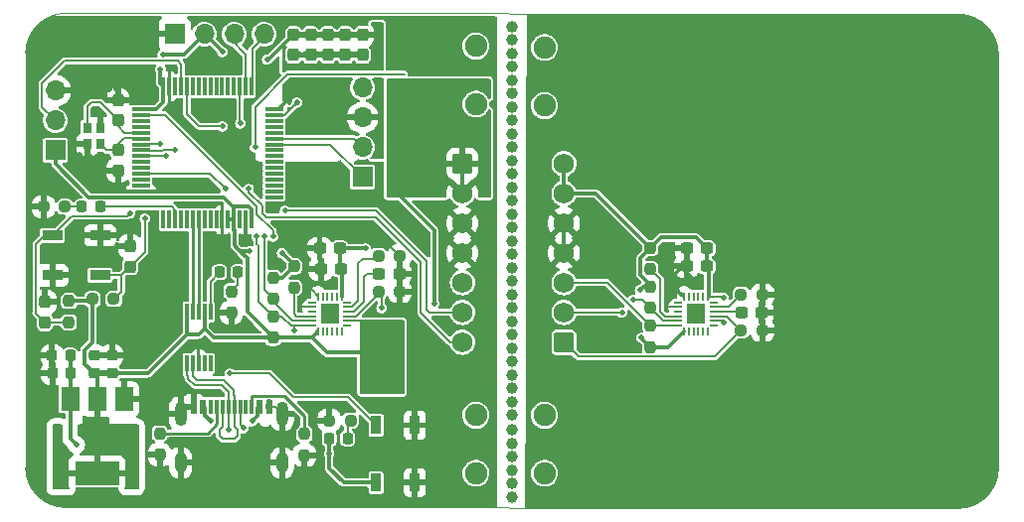
<source format=gtl>
%TF.GenerationSoftware,KiCad,Pcbnew,7.0.2-0*%
%TF.CreationDate,2024-06-12T14:29:37+08:00*%
%TF.ProjectId,angle_detect,616e676c-655f-4646-9574-6563742e6b69,rev?*%
%TF.SameCoordinates,Original*%
%TF.FileFunction,Copper,L1,Top*%
%TF.FilePolarity,Positive*%
%FSLAX46Y46*%
G04 Gerber Fmt 4.6, Leading zero omitted, Abs format (unit mm)*
G04 Created by KiCad (PCBNEW 7.0.2-0) date 2024-06-12 14:29:37*
%MOMM*%
%LPD*%
G01*
G04 APERTURE LIST*
G04 Aperture macros list*
%AMRoundRect*
0 Rectangle with rounded corners*
0 $1 Rounding radius*
0 $2 $3 $4 $5 $6 $7 $8 $9 X,Y pos of 4 corners*
0 Add a 4 corners polygon primitive as box body*
4,1,4,$2,$3,$4,$5,$6,$7,$8,$9,$2,$3,0*
0 Add four circle primitives for the rounded corners*
1,1,$1+$1,$2,$3*
1,1,$1+$1,$4,$5*
1,1,$1+$1,$6,$7*
1,1,$1+$1,$8,$9*
0 Add four rect primitives between the rounded corners*
20,1,$1+$1,$2,$3,$4,$5,0*
20,1,$1+$1,$4,$5,$6,$7,0*
20,1,$1+$1,$6,$7,$8,$9,0*
20,1,$1+$1,$8,$9,$2,$3,0*%
%AMFreePoly0*
4,1,14,0.266715,0.088284,0.363284,-0.008285,0.375000,-0.036569,0.375000,-0.060000,0.363284,-0.088284,0.335000,-0.100000,-0.335000,-0.100000,-0.363284,-0.088284,-0.375000,-0.060000,-0.375000,0.060000,-0.363284,0.088284,-0.335000,0.100000,0.238431,0.100000,0.266715,0.088284,0.266715,0.088284,$1*%
%AMFreePoly1*
4,1,14,0.363284,0.088284,0.375000,0.060000,0.375000,0.036569,0.363284,0.008285,0.266715,-0.088284,0.238431,-0.100000,-0.335000,-0.100000,-0.363284,-0.088284,-0.375000,-0.060000,-0.375000,0.060000,-0.363284,0.088284,-0.335000,0.100000,0.335000,0.100000,0.363284,0.088284,0.363284,0.088284,$1*%
%AMFreePoly2*
4,1,14,0.088284,0.363284,0.100000,0.335000,0.100000,-0.335000,0.088284,-0.363284,0.060000,-0.375000,-0.060000,-0.375000,-0.088284,-0.363284,-0.100000,-0.335000,-0.100000,0.238431,-0.088284,0.266715,0.008285,0.363284,0.036569,0.375000,0.060000,0.375000,0.088284,0.363284,0.088284,0.363284,$1*%
%AMFreePoly3*
4,1,14,-0.008285,0.363284,0.088284,0.266715,0.100000,0.238431,0.100000,-0.335000,0.088284,-0.363284,0.060000,-0.375000,-0.060000,-0.375000,-0.088284,-0.363284,-0.100000,-0.335000,-0.100000,0.335000,-0.088284,0.363284,-0.060000,0.375000,-0.036569,0.375000,-0.008285,0.363284,-0.008285,0.363284,$1*%
%AMFreePoly4*
4,1,14,0.363284,0.088284,0.375000,0.060000,0.375000,-0.060000,0.363284,-0.088284,0.335000,-0.100000,-0.238431,-0.100000,-0.266715,-0.088284,-0.363284,0.008285,-0.375000,0.036569,-0.375000,0.060000,-0.363284,0.088284,-0.335000,0.100000,0.335000,0.100000,0.363284,0.088284,0.363284,0.088284,$1*%
%AMFreePoly5*
4,1,14,0.363284,0.088284,0.375000,0.060000,0.375000,-0.060000,0.363284,-0.088284,0.335000,-0.100000,-0.335000,-0.100000,-0.363284,-0.088284,-0.375000,-0.060000,-0.375000,-0.036569,-0.363284,-0.008285,-0.266715,0.088284,-0.238431,0.100000,0.335000,0.100000,0.363284,0.088284,0.363284,0.088284,$1*%
%AMFreePoly6*
4,1,14,0.088284,0.363284,0.100000,0.335000,0.100000,-0.238431,0.088284,-0.266715,-0.008285,-0.363284,-0.036569,-0.375000,-0.060000,-0.375000,-0.088284,-0.363284,-0.100000,-0.335000,-0.100000,0.335000,-0.088284,0.363284,-0.060000,0.375000,0.060000,0.375000,0.088284,0.363284,0.088284,0.363284,$1*%
%AMFreePoly7*
4,1,14,0.088284,0.363284,0.100000,0.335000,0.100000,-0.335000,0.088284,-0.363284,0.060000,-0.375000,0.036569,-0.375000,0.008285,-0.363284,-0.088284,-0.266715,-0.100000,-0.238431,-0.100000,0.335000,-0.088284,0.363284,-0.060000,0.375000,0.060000,0.375000,0.088284,0.363284,0.088284,0.363284,$1*%
G04 Aperture macros list end*
%TA.AperFunction,SMDPad,CuDef*%
%ADD10RoundRect,0.237500X0.237500X-0.250000X0.237500X0.250000X-0.237500X0.250000X-0.237500X-0.250000X0*%
%TD*%
%TA.AperFunction,ComponentPad*%
%ADD11RoundRect,0.250000X-0.620000X0.620000X-0.620000X-0.620000X0.620000X-0.620000X0.620000X0.620000X0*%
%TD*%
%TA.AperFunction,ComponentPad*%
%ADD12C,1.740000*%
%TD*%
%TA.AperFunction,SMDPad,CuDef*%
%ADD13RoundRect,0.225000X0.225000X0.250000X-0.225000X0.250000X-0.225000X-0.250000X0.225000X-0.250000X0*%
%TD*%
%TA.AperFunction,ComponentPad*%
%ADD14R,1.700000X1.700000*%
%TD*%
%TA.AperFunction,ComponentPad*%
%ADD15O,1.700000X1.700000*%
%TD*%
%TA.AperFunction,SMDPad,CuDef*%
%ADD16R,0.300000X1.400000*%
%TD*%
%TA.AperFunction,SMDPad,CuDef*%
%ADD17FreePoly0,90.000000*%
%TD*%
%TA.AperFunction,SMDPad,CuDef*%
%ADD18RoundRect,0.050000X0.050000X-0.325000X0.050000X0.325000X-0.050000X0.325000X-0.050000X-0.325000X0*%
%TD*%
%TA.AperFunction,SMDPad,CuDef*%
%ADD19FreePoly1,90.000000*%
%TD*%
%TA.AperFunction,SMDPad,CuDef*%
%ADD20FreePoly2,90.000000*%
%TD*%
%TA.AperFunction,SMDPad,CuDef*%
%ADD21RoundRect,0.050000X0.325000X-0.050000X0.325000X0.050000X-0.325000X0.050000X-0.325000X-0.050000X0*%
%TD*%
%TA.AperFunction,SMDPad,CuDef*%
%ADD22FreePoly3,90.000000*%
%TD*%
%TA.AperFunction,SMDPad,CuDef*%
%ADD23FreePoly4,90.000000*%
%TD*%
%TA.AperFunction,SMDPad,CuDef*%
%ADD24FreePoly5,90.000000*%
%TD*%
%TA.AperFunction,SMDPad,CuDef*%
%ADD25FreePoly6,90.000000*%
%TD*%
%TA.AperFunction,SMDPad,CuDef*%
%ADD26FreePoly7,90.000000*%
%TD*%
%TA.AperFunction,SMDPad,CuDef*%
%ADD27R,1.600000X1.750000*%
%TD*%
%TA.AperFunction,SMDPad,CuDef*%
%ADD28RoundRect,0.237500X-0.237500X0.300000X-0.237500X-0.300000X0.237500X-0.300000X0.237500X0.300000X0*%
%TD*%
%TA.AperFunction,SMDPad,CuDef*%
%ADD29RoundRect,0.218750X0.218750X0.256250X-0.218750X0.256250X-0.218750X-0.256250X0.218750X-0.256250X0*%
%TD*%
%TA.AperFunction,SMDPad,CuDef*%
%ADD30RoundRect,0.237500X-0.300000X-0.237500X0.300000X-0.237500X0.300000X0.237500X-0.300000X0.237500X0*%
%TD*%
%TA.AperFunction,SMDPad,CuDef*%
%ADD31R,0.800000X0.900000*%
%TD*%
%TA.AperFunction,SMDPad,CuDef*%
%ADD32RoundRect,0.225000X0.250000X-0.225000X0.250000X0.225000X-0.250000X0.225000X-0.250000X-0.225000X0*%
%TD*%
%TA.AperFunction,SMDPad,CuDef*%
%ADD33RoundRect,0.237500X0.300000X0.237500X-0.300000X0.237500X-0.300000X-0.237500X0.300000X-0.237500X0*%
%TD*%
%TA.AperFunction,SMDPad,CuDef*%
%ADD34RoundRect,0.237500X0.250000X0.237500X-0.250000X0.237500X-0.250000X-0.237500X0.250000X-0.237500X0*%
%TD*%
%TA.AperFunction,SMDPad,CuDef*%
%ADD35RoundRect,0.075000X-0.700000X-0.075000X0.700000X-0.075000X0.700000X0.075000X-0.700000X0.075000X0*%
%TD*%
%TA.AperFunction,SMDPad,CuDef*%
%ADD36RoundRect,0.075000X-0.075000X-0.700000X0.075000X-0.700000X0.075000X0.700000X-0.075000X0.700000X0*%
%TD*%
%TA.AperFunction,SMDPad,CuDef*%
%ADD37RoundRect,0.237500X0.237500X-0.300000X0.237500X0.300000X-0.237500X0.300000X-0.237500X-0.300000X0*%
%TD*%
%TA.AperFunction,SMDPad,CuDef*%
%ADD38R,0.600000X1.240000*%
%TD*%
%TA.AperFunction,SMDPad,CuDef*%
%ADD39R,0.300000X1.240000*%
%TD*%
%TA.AperFunction,ComponentPad*%
%ADD40O,1.000000X2.100000*%
%TD*%
%TA.AperFunction,ComponentPad*%
%ADD41O,1.000000X1.800000*%
%TD*%
%TA.AperFunction,SMDPad,CuDef*%
%ADD42RoundRect,0.237500X-0.237500X0.250000X-0.237500X-0.250000X0.237500X-0.250000X0.237500X0.250000X0*%
%TD*%
%TA.AperFunction,ComponentPad*%
%ADD43RoundRect,0.250000X0.620000X-0.620000X0.620000X0.620000X-0.620000X0.620000X-0.620000X-0.620000X0*%
%TD*%
%TA.AperFunction,SMDPad,CuDef*%
%ADD44R,1.500000X2.000000*%
%TD*%
%TA.AperFunction,SMDPad,CuDef*%
%ADD45R,3.800000X2.000000*%
%TD*%
%TA.AperFunction,SMDPad,CuDef*%
%ADD46RoundRect,0.237500X-0.250000X-0.237500X0.250000X-0.237500X0.250000X0.237500X-0.250000X0.237500X0*%
%TD*%
%TA.AperFunction,SMDPad,CuDef*%
%ADD47R,1.700000X0.900000*%
%TD*%
%TA.AperFunction,SMDPad,CuDef*%
%ADD48RoundRect,0.218750X-0.218750X-0.256250X0.218750X-0.256250X0.218750X0.256250X-0.218750X0.256250X0*%
%TD*%
%TA.AperFunction,SMDPad,CuDef*%
%ADD49R,0.900000X1.500000*%
%TD*%
%TA.AperFunction,ViaPad*%
%ADD50C,1.000000*%
%TD*%
%TA.AperFunction,ViaPad*%
%ADD51C,1.900000*%
%TD*%
%TA.AperFunction,ViaPad*%
%ADD52C,0.500000*%
%TD*%
%TA.AperFunction,Conductor*%
%ADD53C,0.200000*%
%TD*%
%TA.AperFunction,Conductor*%
%ADD54C,0.300000*%
%TD*%
%TA.AperFunction,Conductor*%
%ADD55C,0.250000*%
%TD*%
%TA.AperFunction,Profile*%
%ADD56C,0.100000*%
%TD*%
G04 APERTURE END LIST*
D10*
%TO.P,R2,1*%
%TO.N,GND*%
X73023000Y-166231000D03*
%TO.P,R2,2*%
%TO.N,Net-(J3-CC2)*%
X73023000Y-164406000D03*
%TD*%
D11*
%TO.P,J2,1,Pin_1*%
%TO.N,+3.3V*%
X86475000Y-141351000D03*
D12*
%TO.P,J2,2,Pin_2*%
X86475000Y-143891000D03*
%TO.P,J2,3,Pin_3*%
%TO.N,GND*%
X86475000Y-146431000D03*
%TO.P,J2,4,Pin_4*%
X86475000Y-148971000D03*
%TO.P,J2,5,Pin_5*%
%TO.N,/MPU_SDA*%
X86475000Y-151511000D03*
%TO.P,J2,6,Pin_6*%
%TO.N,/MPU_SCL*%
X86475000Y-154051000D03*
%TO.P,J2,7,Pin_7*%
%TO.N,/AD1*%
X86475000Y-156591000D03*
%TD*%
D10*
%TO.P,R8,1*%
%TO.N,/MPU_SCL_B*%
X102489000Y-153670000D03*
%TO.P,R8,2*%
%TO.N,/3.3V_B*%
X102489000Y-151845000D03*
%TD*%
D13*
%TO.P,C4,1*%
%TO.N,+5V*%
X53099000Y-159258000D03*
%TO.P,C4,2*%
%TO.N,GND*%
X51549000Y-159258000D03*
%TD*%
%TO.P,C3,1*%
%TO.N,+5V*%
X53086000Y-157734000D03*
%TO.P,C3,2*%
%TO.N,GND*%
X51536000Y-157734000D03*
%TD*%
D10*
%TO.P,R11,1*%
%TO.N,/MPU_SCL*%
X70358000Y-152908000D03*
%TO.P,R11,2*%
%TO.N,+3.3V*%
X70358000Y-151083000D03*
%TD*%
D14*
%TO.P,J4,1,Pin_1*%
%TO.N,/OLED_SDA*%
X77978000Y-142494000D03*
D15*
%TO.P,J4,2,Pin_2*%
%TO.N,/OLED_SCL*%
X77978000Y-139954000D03*
%TO.P,J4,3,Pin_3*%
%TO.N,+3.3V*%
X77978000Y-137414000D03*
%TO.P,J4,4,Pin_4*%
%TO.N,GND*%
X77978000Y-134874000D03*
%TD*%
D16*
%TO.P,U5,1,UD+*%
%TO.N,/D+*%
X63008000Y-158410000D03*
%TO.P,U5,2,UD-*%
%TO.N,/D-*%
X63508000Y-158410000D03*
%TO.P,U5,3,GND*%
%TO.N,GND*%
X64008000Y-158410000D03*
%TO.P,U5,4,~{RTS}*%
%TO.N,unconnected-(U5-~{RTS}-Pad4)*%
X64508000Y-158410000D03*
%TO.P,U5,5,~{CTS}*%
%TO.N,unconnected-(U5-~{CTS}-Pad5)*%
X65008000Y-158410000D03*
%TO.P,U5,6,TNOW*%
%TO.N,/TNOW*%
X65008000Y-154010000D03*
%TO.P,U5,7,VCC*%
%TO.N,+3.3V*%
X64508000Y-154010000D03*
%TO.P,U5,8,TXD*%
%TO.N,/RX*%
X64008000Y-154010000D03*
%TO.P,U5,9,RXD*%
%TO.N,/TX*%
X63508000Y-154010000D03*
%TO.P,U5,10,V3*%
%TO.N,+3.3V*%
X63008000Y-154010000D03*
%TD*%
D10*
%TO.P,R13,1*%
%TO.N,Net-(U3-~{CS})*%
X72136000Y-151939000D03*
%TO.P,R13,2*%
%TO.N,+3.3V*%
X72136000Y-150114000D03*
%TD*%
D17*
%TO.P,U3,1,RESV_VDDIO*%
%TO.N,+3.3V*%
X74184000Y-155678000D03*
D18*
%TO.P,U3,2*%
%TO.N,N/C*%
X74584000Y-155678000D03*
%TO.P,U3,3*%
X74984000Y-155678000D03*
%TO.P,U3,4*%
X75384000Y-155678000D03*
%TO.P,U3,5*%
X75784000Y-155678000D03*
D19*
%TO.P,U3,6*%
X76184000Y-155678000D03*
D20*
%TO.P,U3,7,AUX_CL*%
%TO.N,unconnected-(U3-AUX_CL-Pad7)*%
X76684000Y-155178000D03*
D21*
%TO.P,U3,8,VDDIO*%
%TO.N,+3.3V*%
X76684000Y-154778000D03*
%TO.P,U3,9,AD0/MISO*%
%TO.N,/AD0*%
X76684000Y-154378000D03*
%TO.P,U3,10,REGOUT*%
%TO.N,Net-(U3-REGOUT)*%
X76684000Y-153978000D03*
%TO.P,U3,11,FSYNC*%
%TO.N,Net-(U3-FSYNC)*%
X76684000Y-153578000D03*
D22*
%TO.P,U3,12,INT*%
%TO.N,unconnected-(U3-INT-Pad12)*%
X76684000Y-153178000D03*
D23*
%TO.P,U3,13,VDD*%
%TO.N,+3.3V*%
X76184000Y-152678000D03*
D18*
%TO.P,U3,14*%
%TO.N,N/C*%
X75784000Y-152678000D03*
%TO.P,U3,15*%
X75384000Y-152678000D03*
%TO.P,U3,16*%
X74984000Y-152678000D03*
%TO.P,U3,17*%
X74584000Y-152678000D03*
D24*
%TO.P,U3,18,GND*%
%TO.N,GND*%
X74184000Y-152678000D03*
D25*
%TO.P,U3,19*%
%TO.N,N/C*%
X73684000Y-153178000D03*
D21*
%TO.P,U3,20,RESV_GND*%
%TO.N,GND*%
X73684000Y-153578000D03*
%TO.P,U3,21,AUX_DA*%
%TO.N,unconnected-(U3-AUX_DA-Pad21)*%
X73684000Y-153978000D03*
%TO.P,U3,22,~{CS}*%
%TO.N,Net-(U3-~{CS})*%
X73684000Y-154378000D03*
%TO.P,U3,23,SCL/SCLK*%
%TO.N,/MPU_SCL*%
X73684000Y-154778000D03*
D26*
%TO.P,U3,24,SDA/MOSI*%
%TO.N,/MPU_SDA*%
X73684000Y-155178000D03*
D27*
%TO.P,U3,25*%
%TO.N,N/C*%
X75184000Y-154178000D03*
%TD*%
D28*
%TO.P,C12,1*%
%TO.N,+3.3V*%
X76504800Y-130357200D03*
%TO.P,C12,2*%
%TO.N,GND*%
X76504800Y-132082200D03*
%TD*%
D29*
%TO.P,uart_led1,1,K*%
%TO.N,Net-(uart_led1-K)*%
X67361000Y-150622000D03*
%TO.P,uart_led1,2,A*%
%TO.N,/TNOW*%
X65786000Y-150622000D03*
%TD*%
D14*
%TO.P,J6,1,Pin_1*%
%TO.N,+3.3V*%
X51816000Y-140208000D03*
D15*
%TO.P,J6,2,Pin_2*%
%TO.N,/BOOT*%
X51816000Y-137668000D03*
%TO.P,J6,3,Pin_3*%
%TO.N,GND*%
X51816000Y-135128000D03*
%TD*%
D30*
%TO.P,C17,1*%
%TO.N,Net-(U3-REGOUT)*%
X79378000Y-150749000D03*
%TO.P,C17,2*%
%TO.N,GND*%
X81103000Y-150749000D03*
%TD*%
D31*
%TO.P,Y2,1,1*%
%TO.N,Net-(U1-PF0)*%
X54526000Y-138300000D03*
%TO.P,Y2,2,2*%
%TO.N,GND*%
X54526000Y-139700000D03*
%TO.P,Y2,3,3*%
%TO.N,Net-(U1-PF1)*%
X55626000Y-139700000D03*
%TO.P,Y2,4,4*%
%TO.N,GND*%
X55626000Y-138300000D03*
%TD*%
D29*
%TO.P,power_led1,1,K*%
%TO.N,Net-(power_led1-K)*%
X76706000Y-164787000D03*
%TO.P,power_led1,2,A*%
%TO.N,+5V*%
X75131000Y-164787000D03*
%TD*%
D32*
%TO.P,C6,1*%
%TO.N,+3.3V*%
X56642000Y-159258000D03*
%TO.P,C6,2*%
%TO.N,GND*%
X56642000Y-157708000D03*
%TD*%
D33*
%TO.P,C16,1*%
%TO.N,+3.3V*%
X76147000Y-150368000D03*
%TO.P,C16,2*%
%TO.N,GND*%
X74422000Y-150368000D03*
%TD*%
D34*
%TO.P,R7,1*%
%TO.N,/GND_B*%
X112037500Y-155575000D03*
%TO.P,R7,2*%
%TO.N,/AD1_B*%
X110212500Y-155575000D03*
%TD*%
D35*
%TO.P,U1,1,VBAT*%
%TO.N,+3.3V*%
X59095000Y-136712000D03*
%TO.P,U1,2,PC13*%
%TO.N,/AD0*%
X59095000Y-137212000D03*
%TO.P,U1,3,PC14*%
%TO.N,unconnected-(U1-PC14-Pad3)*%
X59095000Y-137712000D03*
%TO.P,U1,4,PC15*%
%TO.N,unconnected-(U1-PC15-Pad4)*%
X59095000Y-138212000D03*
%TO.P,U1,5,PF0*%
%TO.N,Net-(U1-PF0)*%
X59095000Y-138712000D03*
%TO.P,U1,6,PF1*%
%TO.N,Net-(U1-PF1)*%
X59095000Y-139212000D03*
%TO.P,U1,7,PG10*%
%TO.N,NRST*%
X59095000Y-139712000D03*
%TO.P,U1,8,PC0*%
%TO.N,/rgb*%
X59095000Y-140212000D03*
%TO.P,U1,9,PC1*%
%TO.N,/user_button*%
X59095000Y-140712000D03*
%TO.P,U1,10,PC2*%
%TO.N,unconnected-(U1-PC2-Pad10)*%
X59095000Y-141212000D03*
%TO.P,U1,11,PC3*%
%TO.N,unconnected-(U1-PC3-Pad11)*%
X59095000Y-141712000D03*
%TO.P,U1,12,PA0*%
%TO.N,/AD1*%
X59095000Y-142212000D03*
%TO.P,U1,13,PA1*%
%TO.N,unconnected-(U1-PA1-Pad13)*%
X59095000Y-142712000D03*
%TO.P,U1,14,PA2*%
%TO.N,unconnected-(U1-PA2-Pad14)*%
X59095000Y-143212000D03*
%TO.P,U1,15,VSS*%
%TO.N,GND*%
X59095000Y-143712000D03*
%TO.P,U1,16,VDD*%
%TO.N,+3.3V*%
X59095000Y-144212000D03*
D36*
%TO.P,U1,17,PA3*%
%TO.N,unconnected-(U1-PA3-Pad17)*%
X61020000Y-146137000D03*
%TO.P,U1,18,PA4*%
%TO.N,unconnected-(U1-PA4-Pad18)*%
X61520000Y-146137000D03*
%TO.P,U1,19,PA5*%
%TO.N,/USER_LED*%
X62020000Y-146137000D03*
%TO.P,U1,20,PA6*%
%TO.N,unconnected-(U1-PA6-Pad20)*%
X62520000Y-146137000D03*
%TO.P,U1,21,PA7*%
%TO.N,unconnected-(U1-PA7-Pad21)*%
X63020000Y-146137000D03*
%TO.P,U1,22,PC4*%
%TO.N,/TX*%
X63520000Y-146137000D03*
%TO.P,U1,23,PC5*%
%TO.N,/RX*%
X64020000Y-146137000D03*
%TO.P,U1,24,PB0*%
%TO.N,unconnected-(U1-PB0-Pad24)*%
X64520000Y-146137000D03*
%TO.P,U1,25,PB1*%
%TO.N,unconnected-(U1-PB1-Pad25)*%
X65020000Y-146137000D03*
%TO.P,U1,26,PB2*%
%TO.N,unconnected-(U1-PB2-Pad26)*%
X65520000Y-146137000D03*
%TO.P,U1,27,VSSA*%
%TO.N,GND*%
X66020000Y-146137000D03*
%TO.P,U1,28,VREF+*%
%TO.N,+3.3V*%
X66520000Y-146137000D03*
%TO.P,U1,29,VDDA*%
X67020000Y-146137000D03*
%TO.P,U1,30,PB10*%
%TO.N,unconnected-(U1-PB10-Pad30)*%
X67520000Y-146137000D03*
%TO.P,U1,31,VSS*%
%TO.N,GND*%
X68020000Y-146137000D03*
%TO.P,U1,32,VDD*%
%TO.N,+3.3V*%
X68520000Y-146137000D03*
D35*
%TO.P,U1,33,PB11*%
%TO.N,unconnected-(U1-PB11-Pad33)*%
X70445000Y-144212000D03*
%TO.P,U1,34,PB12*%
%TO.N,unconnected-(U1-PB12-Pad34)*%
X70445000Y-143712000D03*
%TO.P,U1,35,PB13*%
%TO.N,unconnected-(U1-PB13-Pad35)*%
X70445000Y-143212000D03*
%TO.P,U1,36,PB14*%
%TO.N,unconnected-(U1-PB14-Pad36)*%
X70445000Y-142712000D03*
%TO.P,U1,37,PB15*%
%TO.N,unconnected-(U1-PB15-Pad37)*%
X70445000Y-142212000D03*
%TO.P,U1,38,PC6*%
%TO.N,unconnected-(U1-PC6-Pad38)*%
X70445000Y-141712000D03*
%TO.P,U1,39,PC7*%
%TO.N,unconnected-(U1-PC7-Pad39)*%
X70445000Y-141212000D03*
%TO.P,U1,40,PC8*%
%TO.N,unconnected-(U1-PC8-Pad40)*%
X70445000Y-140712000D03*
%TO.P,U1,41,PC9*%
%TO.N,unconnected-(U1-PC9-Pad41)*%
X70445000Y-140212000D03*
%TO.P,U1,42,PA8*%
%TO.N,/OLED_SDA*%
X70445000Y-139712000D03*
%TO.P,U1,43,PA9*%
%TO.N,/OLED_SCL*%
X70445000Y-139212000D03*
%TO.P,U1,44,PA10*%
%TO.N,unconnected-(U1-PA10-Pad44)*%
X70445000Y-138712000D03*
%TO.P,U1,45,PA11*%
%TO.N,unconnected-(U1-PA11-Pad45)*%
X70445000Y-138212000D03*
%TO.P,U1,46,PA12*%
%TO.N,unconnected-(U1-PA12-Pad46)*%
X70445000Y-137712000D03*
%TO.P,U1,47,VSS*%
%TO.N,GND*%
X70445000Y-137212000D03*
%TO.P,U1,48,VDD*%
%TO.N,+3.3V*%
X70445000Y-136712000D03*
D36*
%TO.P,U1,49,PA13*%
%TO.N,/SWDIO*%
X68520000Y-134787000D03*
%TO.P,U1,50,PA14*%
%TO.N,/SWCLK*%
X68020000Y-134787000D03*
%TO.P,U1,51,PA15*%
%TO.N,/MPU_SCL*%
X67520000Y-134787000D03*
%TO.P,U1,52,PC10*%
%TO.N,unconnected-(U1-PC10-Pad52)*%
X67020000Y-134787000D03*
%TO.P,U1,53,PC11*%
%TO.N,unconnected-(U1-PC11-Pad53)*%
X66520000Y-134787000D03*
%TO.P,U1,54,PC12*%
%TO.N,unconnected-(U1-PC12-Pad54)*%
X66020000Y-134787000D03*
%TO.P,U1,55,PD2*%
%TO.N,unconnected-(U1-PD2-Pad55)*%
X65520000Y-134787000D03*
%TO.P,U1,56,PB3*%
%TO.N,unconnected-(U1-PB3-Pad56)*%
X65020000Y-134787000D03*
%TO.P,U1,57,PB4*%
%TO.N,unconnected-(U1-PB4-Pad57)*%
X64520000Y-134787000D03*
%TO.P,U1,58,PB5*%
%TO.N,unconnected-(U1-PB5-Pad58)*%
X64020000Y-134787000D03*
%TO.P,U1,59,PB6*%
%TO.N,unconnected-(U1-PB6-Pad59)*%
X63520000Y-134787000D03*
%TO.P,U1,60,PB7*%
%TO.N,/MPU_SDA*%
X63020000Y-134787000D03*
%TO.P,U1,61,PB8*%
%TO.N,/BOOT*%
X62520000Y-134787000D03*
%TO.P,U1,62,PB9*%
%TO.N,unconnected-(U1-PB9-Pad62)*%
X62020000Y-134787000D03*
%TO.P,U1,63,VSS*%
%TO.N,GND*%
X61520000Y-134787000D03*
%TO.P,U1,64,VDD*%
%TO.N,+3.3V*%
X61020000Y-134787000D03*
%TD*%
D28*
%TO.P,C7,1*%
%TO.N,GND*%
X57150000Y-135943000D03*
%TO.P,C7,2*%
%TO.N,Net-(U1-PF0)*%
X57150000Y-137668000D03*
%TD*%
D33*
%TO.P,C2,1*%
%TO.N,/3.3V_B*%
X107315000Y-148590000D03*
%TO.P,C2,2*%
%TO.N,/GND_B*%
X105590000Y-148590000D03*
%TD*%
D37*
%TO.P,C14,1*%
%TO.N,NRST*%
X50927000Y-154891000D03*
%TO.P,C14,2*%
%TO.N,GND*%
X50927000Y-153166000D03*
%TD*%
D38*
%TO.P,J3,A1,GND*%
%TO.N,GND*%
X63602000Y-162078000D03*
%TO.P,J3,A4,VBUS*%
%TO.N,+5V*%
X64402000Y-162078000D03*
D39*
%TO.P,J3,A5,CC1*%
%TO.N,Net-(J3-CC1)*%
X65552000Y-162078000D03*
%TO.P,J3,A6,D+*%
%TO.N,/D+*%
X66552000Y-162078000D03*
%TO.P,J3,A7,D-*%
%TO.N,/D-*%
X67052000Y-162078000D03*
%TO.P,J3,A8,SBU1*%
%TO.N,unconnected-(J3-SBU1-PadA8)*%
X68052000Y-162078000D03*
D38*
%TO.P,J3,A9,VBUS*%
%TO.N,+5V*%
X69202000Y-162078000D03*
%TO.P,J3,A12,GND*%
%TO.N,GND*%
X70002000Y-162078000D03*
%TO.P,J3,B1,GND*%
X70002000Y-162078000D03*
%TO.P,J3,B4,VBUS*%
%TO.N,+5V*%
X69202000Y-162078000D03*
D39*
%TO.P,J3,B5,CC2*%
%TO.N,Net-(J3-CC2)*%
X68552000Y-162078000D03*
%TO.P,J3,B6,D+*%
%TO.N,/D+*%
X67552000Y-162078000D03*
%TO.P,J3,B7,D-*%
%TO.N,/D-*%
X66052000Y-162078000D03*
%TO.P,J3,B8,SBU2*%
%TO.N,unconnected-(J3-SBU2-PadB8)*%
X65052000Y-162078000D03*
D38*
%TO.P,J3,B9,VBUS*%
%TO.N,+5V*%
X64402000Y-162078000D03*
%TO.P,J3,B12,GND*%
%TO.N,GND*%
X63602000Y-162078000D03*
D40*
%TO.P,J3,S1,SHIELD*%
X62482000Y-162678000D03*
D41*
X62482000Y-166878000D03*
D40*
X71122000Y-162678000D03*
D41*
X71122000Y-166878000D03*
%TD*%
D14*
%TO.P,J5,1,Pin_1*%
%TO.N,GND*%
X61976000Y-130302000D03*
D15*
%TO.P,J5,2,Pin_2*%
%TO.N,+3.3V*%
X64516000Y-130302000D03*
%TO.P,J5,3,Pin_3*%
%TO.N,/SWCLK*%
X67056000Y-130302000D03*
%TO.P,J5,4,Pin_4*%
%TO.N,/SWDIO*%
X69596000Y-130302000D03*
%TD*%
D42*
%TO.P,R1,1*%
%TO.N,Net-(J3-CC1)*%
X60704000Y-164359000D03*
%TO.P,R1,2*%
%TO.N,GND*%
X60704000Y-166184000D03*
%TD*%
D34*
%TO.P,R16,1*%
%TO.N,/GND_B*%
X112037500Y-152527000D03*
%TO.P,R16,2*%
%TO.N,Net-(U2-FSYNC)*%
X110212500Y-152527000D03*
%TD*%
D42*
%TO.P,R5,1*%
%TO.N,+3.3V*%
X52959000Y-153066000D03*
%TO.P,R5,2*%
%TO.N,NRST*%
X52959000Y-154891000D03*
%TD*%
D37*
%TO.P,C8,1*%
%TO.N,GND*%
X57150000Y-141933000D03*
%TO.P,C8,2*%
%TO.N,Net-(U1-PF1)*%
X57150000Y-140208000D03*
%TD*%
D34*
%TO.P,R14,1*%
%TO.N,GND*%
X81153000Y-152273000D03*
%TO.P,R14,2*%
%TO.N,/AD0*%
X79328000Y-152273000D03*
%TD*%
D43*
%TO.P,J1,1,Pin_1*%
%TO.N,/AD1_B*%
X95123000Y-156591000D03*
D12*
%TO.P,J1,2,Pin_2*%
%TO.N,/MPU_SCL_B*%
X95123000Y-154051000D03*
%TO.P,J1,3,Pin_3*%
%TO.N,/MPU_SDA_B*%
X95123000Y-151511000D03*
%TO.P,J1,4,Pin_4*%
%TO.N,/GND_B*%
X95123000Y-148971000D03*
%TO.P,J1,5,Pin_5*%
X95123000Y-146431000D03*
%TO.P,J1,6,Pin_6*%
%TO.N,/3.3V_B*%
X95123000Y-143891000D03*
%TO.P,J1,7,Pin_7*%
X95123000Y-141351000D03*
%TD*%
D44*
%TO.P,U4,1,GND*%
%TO.N,GND*%
X57672000Y-161442000D03*
%TO.P,U4,2,VO*%
%TO.N,+3.3V*%
X55372000Y-161442000D03*
D45*
X55372000Y-167742000D03*
D44*
%TO.P,U4,3,VI*%
%TO.N,+5V*%
X53072000Y-161442000D03*
%TD*%
D34*
%TO.P,R4,1*%
%TO.N,Net-(user_led1-K)*%
X52625000Y-145034000D03*
%TO.P,R4,2*%
%TO.N,GND*%
X50800000Y-145034000D03*
%TD*%
D46*
%TO.P,R9,1*%
%TO.N,+3.3V*%
X54967500Y-152908000D03*
%TO.P,R9,2*%
%TO.N,/user_button*%
X56792500Y-152908000D03*
%TD*%
D42*
%TO.P,R18,1*%
%TO.N,Net-(uart_led1-K)*%
X66802000Y-152249500D03*
%TO.P,R18,2*%
%TO.N,GND*%
X66802000Y-154074500D03*
%TD*%
D28*
%TO.P,C11,1*%
%TO.N,+3.3V*%
X75031600Y-130355000D03*
%TO.P,C11,2*%
%TO.N,GND*%
X75031600Y-132080000D03*
%TD*%
D42*
%TO.P,R12,1*%
%TO.N,/MPU_SDA*%
X70358000Y-154385000D03*
%TO.P,R12,2*%
%TO.N,+3.3V*%
X70358000Y-156210000D03*
%TD*%
D28*
%TO.P,C15,1*%
%TO.N,GND*%
X58166000Y-148414000D03*
%TO.P,C15,2*%
%TO.N,/user_button*%
X58166000Y-150139000D03*
%TD*%
D47*
%TO.P,SW2,1,1*%
%TO.N,/user_button*%
X55626000Y-150876000D03*
%TO.P,SW2,2,2*%
%TO.N,GND*%
X55626000Y-147476000D03*
%TD*%
D33*
%TO.P,C18,1*%
%TO.N,+3.3V*%
X76046500Y-148590000D03*
%TO.P,C18,2*%
%TO.N,GND*%
X74321500Y-148590000D03*
%TD*%
D42*
%TO.P,R10,1*%
%TO.N,/MPU_SDA_B*%
X102489000Y-155194000D03*
%TO.P,R10,2*%
%TO.N,/3.3V_B*%
X102489000Y-157019000D03*
%TD*%
D48*
%TO.P,user_led1,1,K*%
%TO.N,Net-(user_led1-K)*%
X54076500Y-145034000D03*
%TO.P,user_led1,2,A*%
%TO.N,/USER_LED*%
X55651500Y-145034000D03*
%TD*%
D28*
%TO.P,C10,1*%
%TO.N,+3.3V*%
X73558400Y-130356100D03*
%TO.P,C10,2*%
%TO.N,GND*%
X73558400Y-132081100D03*
%TD*%
D34*
%TO.P,R3,1*%
%TO.N,Net-(power_led1-K)*%
X76960000Y-163263000D03*
%TO.P,R3,2*%
%TO.N,GND*%
X75135000Y-163263000D03*
%TD*%
D33*
%TO.P,C1,1*%
%TO.N,/3.3V_B*%
X107288500Y-150114000D03*
%TO.P,C1,2*%
%TO.N,/GND_B*%
X105563500Y-150114000D03*
%TD*%
D10*
%TO.P,R17,1*%
%TO.N,Net-(U2-~{CS})*%
X102489000Y-150368000D03*
%TO.P,R17,2*%
%TO.N,/3.3V_B*%
X102489000Y-148543000D03*
%TD*%
D30*
%TO.P,C19,1*%
%TO.N,Net-(U2-REGOUT)*%
X110236000Y-154051000D03*
%TO.P,C19,2*%
%TO.N,/GND_B*%
X111961000Y-154051000D03*
%TD*%
D17*
%TO.P,U2,1,RESV_VDDIO*%
%TO.N,/3.3V_B*%
X105375200Y-155678000D03*
D18*
%TO.P,U2,2*%
%TO.N,N/C*%
X105775200Y-155678000D03*
%TO.P,U2,3*%
X106175200Y-155678000D03*
%TO.P,U2,4*%
X106575200Y-155678000D03*
%TO.P,U2,5*%
X106975200Y-155678000D03*
D19*
%TO.P,U2,6*%
X107375200Y-155678000D03*
D20*
%TO.P,U2,7,AUX_CL*%
%TO.N,unconnected-(U2-AUX_CL-Pad7)*%
X107875200Y-155178000D03*
D21*
%TO.P,U2,8,VDDIO*%
%TO.N,/3.3V_B*%
X107875200Y-154778000D03*
%TO.P,U2,9,AD0/MISO*%
%TO.N,/AD1_B*%
X107875200Y-154378000D03*
%TO.P,U2,10,REGOUT*%
%TO.N,Net-(U2-REGOUT)*%
X107875200Y-153978000D03*
%TO.P,U2,11,FSYNC*%
%TO.N,Net-(U2-FSYNC)*%
X107875200Y-153578000D03*
D22*
%TO.P,U2,12,INT*%
%TO.N,unconnected-(U2-INT-Pad12)*%
X107875200Y-153178000D03*
D23*
%TO.P,U2,13,VDD*%
%TO.N,/3.3V_B*%
X107375200Y-152678000D03*
D18*
%TO.P,U2,14*%
%TO.N,N/C*%
X106975200Y-152678000D03*
%TO.P,U2,15*%
X106575200Y-152678000D03*
%TO.P,U2,16*%
X106175200Y-152678000D03*
%TO.P,U2,17*%
X105775200Y-152678000D03*
D24*
%TO.P,U2,18,GND*%
%TO.N,/GND_B*%
X105375200Y-152678000D03*
D25*
%TO.P,U2,19*%
%TO.N,N/C*%
X104875200Y-153178000D03*
D21*
%TO.P,U2,20,RESV_GND*%
%TO.N,/GND_B*%
X104875200Y-153578000D03*
%TO.P,U2,21,AUX_DA*%
%TO.N,unconnected-(U2-AUX_DA-Pad21)*%
X104875200Y-153978000D03*
%TO.P,U2,22,~{CS}*%
%TO.N,Net-(U2-~{CS})*%
X104875200Y-154378000D03*
%TO.P,U2,23,SCL/SCLK*%
%TO.N,/MPU_SCL_B*%
X104875200Y-154778000D03*
D26*
%TO.P,U2,24,SDA/MOSI*%
%TO.N,/MPU_SDA_B*%
X104875200Y-155178000D03*
D27*
%TO.P,U2,25*%
%TO.N,N/C*%
X106375200Y-154178000D03*
%TD*%
D28*
%TO.P,C9,1*%
%TO.N,+3.3V*%
X72085200Y-130356100D03*
%TO.P,C9,2*%
%TO.N,GND*%
X72085200Y-132081100D03*
%TD*%
D32*
%TO.P,C5,1*%
%TO.N,+3.3V*%
X55118000Y-159258000D03*
%TO.P,C5,2*%
%TO.N,GND*%
X55118000Y-157708000D03*
%TD*%
D34*
%TO.P,R15,1*%
%TO.N,GND*%
X81153000Y-149225000D03*
%TO.P,R15,2*%
%TO.N,Net-(U3-FSYNC)*%
X79328000Y-149225000D03*
%TD*%
D28*
%TO.P,C13,1*%
%TO.N,+3.3V*%
X77978000Y-130355000D03*
%TO.P,C13,2*%
%TO.N,GND*%
X77978000Y-132080000D03*
%TD*%
D49*
%TO.P,D1,1,VDD*%
%TO.N,+5V*%
X79122000Y-168566000D03*
%TO.P,D1,2,DOUT*%
%TO.N,GND*%
X82422000Y-168566000D03*
%TO.P,D1,3,VSS*%
X82422000Y-163666000D03*
%TO.P,D1,4,DIN*%
%TO.N,/rgb*%
X79122000Y-163666000D03*
%TD*%
D47*
%TO.P,SW1,1,1*%
%TO.N,NRST*%
X51562000Y-147476000D03*
%TO.P,SW1,2,2*%
%TO.N,GND*%
X51562000Y-150876000D03*
%TD*%
D50*
%TO.N,*%
X90678000Y-155956000D03*
X90678000Y-137668000D03*
D51*
X93472000Y-167767000D03*
D50*
X90678000Y-130810000D03*
X90678000Y-166370000D03*
X90678000Y-167513000D03*
X90678000Y-162814000D03*
X90678000Y-141097000D03*
X90678000Y-150241000D03*
X90678000Y-160528000D03*
X90678000Y-129667000D03*
X90678000Y-134239000D03*
X90678000Y-169799000D03*
D51*
X87630000Y-162814000D03*
D50*
X90678000Y-158242000D03*
X90678000Y-152527000D03*
X90678000Y-149098000D03*
X90678000Y-142240000D03*
X90678000Y-147955000D03*
X90678000Y-151384000D03*
X90678000Y-136525000D03*
D51*
X87630000Y-136271000D03*
X87630000Y-131318000D03*
X93472000Y-162814000D03*
D50*
X90678000Y-133096000D03*
X90678000Y-153670000D03*
X90678000Y-154813000D03*
X90678000Y-138811000D03*
X90678000Y-131953000D03*
X90678000Y-144526000D03*
X90678000Y-135382000D03*
X90678000Y-159385000D03*
X90678000Y-157099000D03*
X90678000Y-168656000D03*
X90678000Y-161671000D03*
X90678000Y-143383000D03*
X90678000Y-139954000D03*
X90678000Y-164084000D03*
D51*
X93472000Y-131445000D03*
X87630000Y-167767000D03*
X93472000Y-136398000D03*
D50*
X90678000Y-145669000D03*
X90678000Y-165227000D03*
X90678000Y-146812000D03*
D52*
%TO.N,GND*%
X74041000Y-146939000D03*
X74803000Y-144272000D03*
X72390000Y-136144000D03*
X64389000Y-143510000D03*
X63754000Y-143510000D03*
X55753000Y-135001000D03*
X56388000Y-135001000D03*
X74676000Y-146939000D03*
X54483000Y-134366000D03*
X74041000Y-143637000D03*
X55118000Y-141859000D03*
X53848000Y-136906000D03*
X68072000Y-147574000D03*
X53848000Y-136271000D03*
X75565000Y-143637000D03*
X63754000Y-144907000D03*
X75946000Y-146939000D03*
X53848000Y-135636000D03*
X56141556Y-135882444D03*
X57023000Y-134366000D03*
X55118000Y-142494000D03*
X66040000Y-148082000D03*
X56388000Y-134366000D03*
X53848000Y-142494000D03*
X55618444Y-136913556D03*
X53848000Y-141859000D03*
X54483000Y-141224000D03*
X65024000Y-144907000D03*
X53848000Y-134366000D03*
X53848000Y-140589000D03*
X54483000Y-135636000D03*
X61468000Y-133350000D03*
X64389000Y-144907000D03*
X55118000Y-135001000D03*
X54483000Y-135001000D03*
X74041000Y-144272000D03*
X74803000Y-143002000D03*
X75565000Y-143002000D03*
X72085200Y-132081100D03*
X53848000Y-141224000D03*
X54483000Y-141859000D03*
X76581000Y-146939000D03*
X57023000Y-135001000D03*
X53848000Y-135001000D03*
X65024000Y-143510000D03*
X74041000Y-143002000D03*
X75565000Y-144272000D03*
X55118000Y-135636000D03*
X55753000Y-142494000D03*
X77216000Y-146939000D03*
X63119000Y-143510000D03*
X75311000Y-146939000D03*
X74803000Y-143637000D03*
X63119000Y-144907000D03*
X55118000Y-134366000D03*
X54483000Y-142494000D03*
X55753000Y-134366000D03*
%TO.N,+5V*%
X68580000Y-163322000D03*
X65024000Y-163322000D03*
X75131000Y-166116000D03*
X53594000Y-165354000D03*
%TO.N,+3.3V*%
X79883000Y-156718000D03*
X78994000Y-155956000D03*
X81534000Y-138430000D03*
X80772000Y-159766000D03*
X80772000Y-158242000D03*
X78994000Y-156718000D03*
X80772000Y-159004000D03*
X78994000Y-155194000D03*
X78105000Y-156718000D03*
X81534000Y-143002000D03*
X80772000Y-143764000D03*
X81534000Y-134620000D03*
X78232000Y-148590000D03*
X78994000Y-159004000D03*
X79883000Y-160528000D03*
X80772000Y-140716000D03*
X80772000Y-155194000D03*
X80772000Y-156718000D03*
X81534000Y-136906000D03*
X69850000Y-132461000D03*
X81534000Y-139192000D03*
X60960000Y-132038500D03*
X80772000Y-136144000D03*
X80772000Y-160528000D03*
X79883000Y-155956000D03*
X78105000Y-160528000D03*
X81534000Y-143764000D03*
X80772000Y-157480000D03*
X78105000Y-158242000D03*
X81534000Y-137668000D03*
X81534000Y-140716000D03*
X80772000Y-141478000D03*
X80772000Y-139192000D03*
X80772000Y-136906000D03*
X81534000Y-139954000D03*
X80772000Y-137668000D03*
X78105000Y-159766000D03*
X78994000Y-157480000D03*
X81534000Y-136144000D03*
X79883000Y-155194000D03*
X79883000Y-159766000D03*
X80772000Y-135382000D03*
X80772000Y-134620000D03*
X78994000Y-159766000D03*
X71120000Y-148971000D03*
X80772000Y-139954000D03*
X60768497Y-133350000D03*
X80772000Y-142240000D03*
X79883000Y-158242000D03*
X81534000Y-141478000D03*
X78994000Y-158242000D03*
X78105000Y-155194000D03*
X80772000Y-143002000D03*
X71755000Y-134366000D03*
X68326000Y-148844000D03*
X78105000Y-159004000D03*
X81534000Y-135382000D03*
X79883000Y-157480000D03*
X80772000Y-155956000D03*
X79883000Y-159004000D03*
X66040000Y-131826000D03*
X78105000Y-157480000D03*
X81534000Y-142240000D03*
X78105000Y-155956000D03*
X80772000Y-138430000D03*
X84074000Y-153289000D03*
X78994000Y-160528000D03*
%TO.N,NRST*%
X58166000Y-145583500D03*
X60706000Y-139700000D03*
%TO.N,/user_button*%
X61255500Y-140716000D03*
X59436000Y-146050000D03*
%TO.N,/rgb*%
X61976000Y-140208000D03*
X66675000Y-159258000D03*
%TO.N,/MPU_SCL_B*%
X101036056Y-152963944D03*
X100076000Y-154051000D03*
%TO.N,/MPU_SCL*%
X67564000Y-137922000D03*
X71374000Y-145373500D03*
X69596000Y-147574000D03*
%TO.N,/MPU_SDA*%
X66040000Y-138176000D03*
X68826444Y-139961556D03*
X72136000Y-155610500D03*
X68961000Y-147574000D03*
%TO.N,/AD0*%
X70358000Y-147574000D03*
X79593500Y-153670000D03*
%TO.N,/AD1*%
X68271000Y-143510000D03*
X66294000Y-143510000D03*
%TO.N,/D+*%
X67834923Y-163921500D03*
X66548000Y-164084000D03*
%TO.N,/GND_B*%
X112014000Y-151384000D03*
X106299000Y-151384000D03*
%TO.N,/3.3V_B*%
X101727000Y-156210000D03*
X108712000Y-152781000D03*
X101600000Y-152146000D03*
X108712000Y-154927500D03*
%TD*%
D53*
%TO.N,GND*%
X68020000Y-146137000D02*
X68020000Y-147522000D01*
X72698000Y-153578000D02*
X73684000Y-153578000D01*
X72536000Y-153416000D02*
X72698000Y-153578000D01*
X71322000Y-137212000D02*
X72390000Y-136144000D01*
X81153000Y-149225000D02*
X79629000Y-147701000D01*
X68020000Y-147522000D02*
X68072000Y-147574000D01*
X56141556Y-135389556D02*
X55753000Y-135001000D01*
X74184000Y-152670000D02*
X73660000Y-152146000D01*
X56141556Y-135882444D02*
X56141556Y-135389556D01*
X56141556Y-135882444D02*
X57089444Y-135882444D01*
X54526000Y-140350000D02*
X56109000Y-141933000D01*
X70445000Y-137212000D02*
X71322000Y-137212000D01*
X54526000Y-139700000D02*
X54526000Y-140350000D01*
X61520000Y-133402000D02*
X61520000Y-134787000D01*
X73660000Y-152146000D02*
X73176640Y-152146000D01*
X61468000Y-133350000D02*
X61520000Y-133402000D01*
X57089444Y-135882444D02*
X57150000Y-135943000D01*
X70002000Y-162078000D02*
X70522000Y-162078000D01*
X55626000Y-136921112D02*
X55618444Y-136913556D01*
X72536000Y-152786640D02*
X72536000Y-153416000D01*
X55626000Y-138300000D02*
X55626000Y-136921112D01*
X74184000Y-152678000D02*
X74184000Y-152670000D01*
X70522000Y-162078000D02*
X71122000Y-162678000D01*
X56109000Y-141933000D02*
X57150000Y-141933000D01*
X73176640Y-152146000D02*
X72536000Y-152786640D01*
X79629000Y-147701000D02*
X79375000Y-147701000D01*
D54*
%TO.N,+5V*%
X76364000Y-168566000D02*
X79122000Y-168566000D01*
X75131000Y-166116000D02*
X75131000Y-167333000D01*
X64550000Y-162848000D02*
X65024000Y-163322000D01*
X53072000Y-164832000D02*
X53072000Y-161442000D01*
X53594000Y-165354000D02*
X53072000Y-164832000D01*
X69050000Y-162852000D02*
X68580000Y-163322000D01*
X75131000Y-164787000D02*
X75131000Y-166116000D01*
X53072000Y-157748000D02*
X53072000Y-161442000D01*
X69050000Y-162228000D02*
X69050000Y-162852000D01*
X53086000Y-157734000D02*
X53072000Y-157748000D01*
X69200000Y-162078000D02*
X69050000Y-162228000D01*
X64400000Y-162078000D02*
X64550000Y-162228000D01*
X75131000Y-167333000D02*
X76364000Y-168566000D01*
X64550000Y-162228000D02*
X64550000Y-162848000D01*
%TO.N,+3.3V*%
X64516000Y-130302000D02*
X66040000Y-131826000D01*
X69980300Y-132461000D02*
X69850000Y-132461000D01*
X71755000Y-135763000D02*
X70806000Y-136712000D01*
X66162000Y-144212000D02*
X67020000Y-145070000D01*
X70358000Y-156210000D02*
X68148500Y-154000500D01*
X67056000Y-147066000D02*
X67020000Y-147030000D01*
X72136000Y-150114000D02*
X72136000Y-149987000D01*
X55372000Y-167742000D02*
X55372000Y-161442000D01*
X76046500Y-150267500D02*
X76147000Y-150368000D01*
X57725000Y-144212000D02*
X59095000Y-144212000D01*
X52959000Y-153066000D02*
X54809500Y-153066000D01*
X72085200Y-130356100D02*
X69980300Y-132461000D01*
X71755000Y-134366000D02*
X71755000Y-135763000D01*
X67564000Y-148844000D02*
X67373500Y-148653500D01*
X67078000Y-145012000D02*
X68304000Y-145012000D01*
X62779500Y-132038500D02*
X60960000Y-132038500D01*
X62992000Y-155956000D02*
X63008000Y-155940000D01*
X51816000Y-141358000D02*
X54667000Y-144209000D01*
X67020000Y-146137000D02*
X67020000Y-145070000D01*
X84074000Y-147066000D02*
X84074000Y-153289000D01*
X76046500Y-148590000D02*
X76046500Y-150267500D01*
X59690000Y-159258000D02*
X62992000Y-155956000D01*
X63008000Y-155940000D02*
X63008000Y-154010000D01*
X57722000Y-144209000D02*
X57725000Y-144212000D01*
X60392000Y-136712000D02*
X61020000Y-136084000D01*
X55372000Y-161442000D02*
X55372000Y-159512000D01*
X60768497Y-134535497D02*
X61020000Y-134787000D01*
X59095000Y-144212000D02*
X66162000Y-144212000D01*
X78232000Y-148590000D02*
X76046500Y-148590000D01*
X67373500Y-148653500D02*
X67056000Y-148336000D01*
X73652000Y-156210000D02*
X73660000Y-156210000D01*
X64508000Y-155456000D02*
X65262000Y-156210000D01*
X80772000Y-143764000D02*
X84074000Y-147066000D01*
X76234000Y-150455000D02*
X76234000Y-152678000D01*
X64008000Y-155956000D02*
X64508000Y-155456000D01*
X68520000Y-145228000D02*
X68520000Y-146137000D01*
X86475000Y-141351000D02*
X86475000Y-143891000D01*
X64508000Y-155456000D02*
X64508000Y-154010000D01*
X54293000Y-157244827D02*
X54293000Y-158433000D01*
X74930000Y-157480000D02*
X78994000Y-157480000D01*
D53*
X78994000Y-155194000D02*
X78578000Y-154778000D01*
D54*
X70358000Y-151083000D02*
X71167000Y-151083000D01*
X54293000Y-158433000D02*
X55118000Y-159258000D01*
X54809500Y-153066000D02*
X54967500Y-152908000D01*
X66520000Y-146137000D02*
X67020000Y-146137000D01*
X67020000Y-147030000D02*
X67020000Y-146137000D01*
D53*
X78578000Y-154778000D02*
X76684000Y-154778000D01*
D54*
X63024000Y-155956000D02*
X64008000Y-155956000D01*
X54967500Y-156570327D02*
X54293000Y-157244827D01*
X71167000Y-151083000D02*
X72136000Y-150114000D01*
X54667000Y-144209000D02*
X57722000Y-144209000D01*
X73652000Y-156210000D02*
X74134000Y-155728000D01*
X74134000Y-155728000D02*
X74134000Y-155678000D01*
X72136000Y-149987000D02*
X71120000Y-148971000D01*
X67056000Y-148336000D02*
X67056000Y-147066000D01*
X61020000Y-136084000D02*
X61020000Y-134787000D01*
X63008000Y-155940000D02*
X63024000Y-155956000D01*
X51816000Y-140208000D02*
X51816000Y-141358000D01*
X60768497Y-133350000D02*
X60768497Y-134535497D01*
X55372000Y-159512000D02*
X55118000Y-159258000D01*
X68326000Y-148844000D02*
X67564000Y-148844000D01*
X70806000Y-136712000D02*
X70445000Y-136712000D01*
X65262000Y-156210000D02*
X70358000Y-156210000D01*
X68148500Y-154000500D02*
X68148500Y-149428500D01*
X68304000Y-145012000D02*
X68520000Y-145228000D01*
X73660000Y-156210000D02*
X74930000Y-157480000D01*
X76147000Y-150368000D02*
X76234000Y-150455000D01*
X54967500Y-152908000D02*
X54967500Y-156570327D01*
X59095000Y-136712000D02*
X60392000Y-136712000D01*
X67020000Y-145070000D02*
X67078000Y-145012000D01*
X56642000Y-159258000D02*
X59690000Y-159258000D01*
X70358000Y-156210000D02*
X73652000Y-156210000D01*
X64516000Y-130302000D02*
X62779500Y-132038500D01*
X68148500Y-149428500D02*
X67373500Y-148653500D01*
D53*
%TO.N,Net-(U1-PF0)*%
X55626000Y-136144000D02*
X57150000Y-137668000D01*
X54864000Y-136144000D02*
X55626000Y-136144000D01*
X59095000Y-138712000D02*
X57686000Y-138712000D01*
X54526000Y-138300000D02*
X54526000Y-136482000D01*
X57150000Y-138176000D02*
X57150000Y-137668000D01*
X57686000Y-138712000D02*
X57150000Y-138176000D01*
X54526000Y-136482000D02*
X54864000Y-136144000D01*
%TO.N,Net-(U1-PF1)*%
X59075000Y-139192000D02*
X57658000Y-139192000D01*
X59095000Y-139212000D02*
X59075000Y-139192000D01*
X57150000Y-139700000D02*
X57150000Y-140208000D01*
X57658000Y-139192000D02*
X57150000Y-139700000D01*
X56134000Y-140208000D02*
X57150000Y-140208000D01*
X55626000Y-139700000D02*
X56134000Y-140208000D01*
%TO.N,NRST*%
X60706000Y-139700000D02*
X59107000Y-139700000D01*
X51562000Y-147476000D02*
X53229000Y-145809000D01*
X53229000Y-145809000D02*
X57940500Y-145809000D01*
X50152000Y-148222000D02*
X50898000Y-147476000D01*
X50152000Y-154116000D02*
X50152000Y-148222000D01*
X50927000Y-154891000D02*
X52959000Y-154891000D01*
X50898000Y-147476000D02*
X51562000Y-147476000D01*
X50927000Y-154891000D02*
X50152000Y-154116000D01*
X59107000Y-139700000D02*
X59095000Y-139712000D01*
X57940500Y-145809000D02*
X58166000Y-145583500D01*
%TO.N,/user_button*%
X58166000Y-150139000D02*
X59436000Y-148869000D01*
X57429000Y-152271500D02*
X56792500Y-152908000D01*
X59436000Y-148869000D02*
X59436000Y-146050000D01*
X61255500Y-140716000D02*
X59099000Y-140716000D01*
X55626000Y-150876000D02*
X57429000Y-150876000D01*
X57429000Y-150876000D02*
X57429000Y-152271500D01*
X59099000Y-140716000D02*
X59095000Y-140712000D01*
X57429000Y-150876000D02*
X58166000Y-150139000D01*
%TO.N,Net-(U3-REGOUT)*%
X78105000Y-151003000D02*
X78359000Y-150749000D01*
X76684000Y-153978000D02*
X77219661Y-153978000D01*
X78105000Y-153092661D02*
X78105000Y-151003000D01*
X77219661Y-153978000D02*
X78105000Y-153092661D01*
X78359000Y-150749000D02*
X79378000Y-150749000D01*
%TO.N,/rgb*%
X71035766Y-160274000D02*
X70019766Y-159258000D01*
X59133000Y-140250000D02*
X59095000Y-140212000D01*
X72051766Y-161290000D02*
X71035766Y-160274000D01*
X61934000Y-140166000D02*
X61017818Y-140166000D01*
X61017818Y-140166000D02*
X60933818Y-140250000D01*
X76746000Y-161290000D02*
X72051766Y-161290000D01*
X79122000Y-163666000D02*
X76746000Y-161290000D01*
X60933818Y-140250000D02*
X59133000Y-140250000D01*
X61976000Y-140208000D02*
X61934000Y-140166000D01*
X70019766Y-159258000D02*
X66675000Y-159258000D01*
%TO.N,Net-(U2-REGOUT)*%
X110163000Y-153978000D02*
X110236000Y-154051000D01*
X107875200Y-153978000D02*
X110163000Y-153978000D01*
%TO.N,/AD1_B*%
X107875200Y-154378000D02*
X109015500Y-154378000D01*
X95123000Y-156591000D02*
X96338500Y-157806500D01*
X109015500Y-154378000D02*
X110212500Y-155575000D01*
X107981000Y-157806500D02*
X110212500Y-155575000D01*
X96338500Y-157806500D02*
X107981000Y-157806500D01*
%TO.N,/MPU_SCL_B*%
X104875200Y-154778000D02*
X103597000Y-154778000D01*
X103597000Y-154778000D02*
X102489000Y-153670000D01*
X101036056Y-152963944D02*
X101782944Y-152963944D01*
X101782944Y-152963944D02*
X102489000Y-153670000D01*
X95123000Y-154051000D02*
X100076000Y-154051000D01*
%TO.N,/MPU_SCL*%
X79137185Y-145373500D02*
X71374000Y-145373500D01*
X69583000Y-152133000D02*
X69583000Y-147587000D01*
X83439000Y-149675315D02*
X79137185Y-145373500D01*
X83439000Y-153797000D02*
X83439000Y-149675315D01*
X70358000Y-152908000D02*
X69583000Y-152133000D01*
X67520000Y-137878000D02*
X67564000Y-137922000D01*
X86475000Y-154051000D02*
X86475000Y-153299360D01*
X67520000Y-134787000D02*
X67520000Y-137878000D01*
X86475000Y-154051000D02*
X83693000Y-154051000D01*
X70358000Y-153104314D02*
X70358000Y-152908000D01*
X72031686Y-154778000D02*
X70358000Y-153104314D01*
X69583000Y-147587000D02*
X69596000Y-147574000D01*
X83693000Y-154051000D02*
X83439000Y-153797000D01*
X73684000Y-154778000D02*
X72031686Y-154778000D01*
%TO.N,/MPU_SDA*%
X68961000Y-147574000D02*
X68961000Y-148209000D01*
X63020000Y-137132000D02*
X63020000Y-134787000D01*
X68961000Y-148209000D02*
X69088000Y-148336000D01*
X69088000Y-153115000D02*
X69088000Y-148336000D01*
X72136000Y-155178000D02*
X71866000Y-155178000D01*
X68826444Y-136507556D02*
X68826444Y-139961556D01*
X72136000Y-155178000D02*
X72136000Y-155610500D01*
X71073000Y-154385000D02*
X70358000Y-154385000D01*
X71866000Y-155178000D02*
X71073000Y-154385000D01*
X63020000Y-137132000D02*
X64064000Y-138176000D01*
X64064000Y-138176000D02*
X66040000Y-138176000D01*
X70358000Y-154385000D02*
X69088000Y-153115000D01*
X71610000Y-133724000D02*
X68826444Y-136507556D01*
X73684000Y-155178000D02*
X72136000Y-155178000D01*
X81527000Y-133724000D02*
X71610000Y-133724000D01*
%TO.N,/AD0*%
X79328000Y-152435347D02*
X79328000Y-152273000D01*
X70358000Y-147066000D02*
X70358000Y-147574000D01*
X79074000Y-152527000D02*
X79328000Y-152273000D01*
X76684000Y-154378000D02*
X77385347Y-154378000D01*
X68970000Y-145041604D02*
X68970000Y-145678000D01*
X61140396Y-137212000D02*
X68970000Y-145041604D01*
X79593500Y-152538500D02*
X79328000Y-152273000D01*
X59095000Y-137212000D02*
X61140396Y-137212000D01*
X68970000Y-145678000D02*
X70358000Y-147066000D01*
X79593500Y-153670000D02*
X79593500Y-152538500D01*
X77385347Y-154378000D02*
X79328000Y-152435347D01*
%TO.N,/AD1*%
X64996000Y-142212000D02*
X66294000Y-143510000D01*
X79121000Y-145923000D02*
X69780686Y-145923000D01*
X82931000Y-149733000D02*
X79121000Y-145923000D01*
X69780686Y-145923000D02*
X69434343Y-145576657D01*
X69434343Y-144940261D02*
X68271000Y-143776918D01*
X59095000Y-142212000D02*
X64996000Y-142212000D01*
X68271000Y-143776918D02*
X68271000Y-143510000D01*
X86475000Y-156591000D02*
X85471000Y-156591000D01*
X69434343Y-145576657D02*
X69434343Y-144940261D01*
X82931000Y-154051000D02*
X82931000Y-149733000D01*
X85471000Y-156591000D02*
X82931000Y-154051000D01*
D55*
%TO.N,Net-(J3-CC1)*%
X65599000Y-163560173D02*
X65599000Y-163083827D01*
X64800173Y-164359000D02*
X65599000Y-163560173D01*
X65552000Y-163036827D02*
X65552000Y-162078000D01*
X65599000Y-163083827D02*
X65552000Y-163036827D01*
X60704000Y-164359000D02*
X64800173Y-164359000D01*
D53*
%TO.N,/D+*%
X66577000Y-161122999D02*
X66577000Y-160875200D01*
X66552000Y-162078000D02*
X66552000Y-161147999D01*
X66552000Y-164080000D02*
X66548000Y-164084000D01*
X63660800Y-160245000D02*
X63119000Y-159703200D01*
X63119000Y-159512000D02*
X63008000Y-159401000D01*
X67834923Y-163921500D02*
X67552000Y-163638577D01*
X67552000Y-163638577D02*
X67552000Y-162078000D01*
X66552000Y-161147999D02*
X66577000Y-161122999D01*
X66552000Y-162078000D02*
X66552000Y-164080000D01*
X65946800Y-160245000D02*
X63660800Y-160245000D01*
X63008000Y-159401000D02*
X63008000Y-158410000D01*
X63119000Y-159703200D02*
X63119000Y-159512000D01*
X66577000Y-160875200D02*
X65946800Y-160245000D01*
X66550000Y-162078000D02*
X66500000Y-162078000D01*
%TO.N,/D-*%
X67052000Y-161147999D02*
X67027000Y-161122999D01*
X67056000Y-163830000D02*
X67310000Y-164084000D01*
X67310000Y-164084000D02*
X67310000Y-164592000D01*
X66052000Y-163818000D02*
X65786000Y-164084000D01*
X67052000Y-162078000D02*
X67052000Y-161147999D01*
X63532100Y-158434100D02*
X63508000Y-158410000D01*
X67052000Y-163572000D02*
X67056000Y-163576000D01*
X65786000Y-164084000D02*
X65786000Y-164592000D01*
X67056000Y-163576000D02*
X67056000Y-163830000D01*
X67052000Y-163572000D02*
X67052000Y-162078000D01*
X66052000Y-162078000D02*
X66052000Y-163818000D01*
X66133200Y-159795000D02*
X63847200Y-159795000D01*
X67310000Y-164592000D02*
X67056000Y-164846000D01*
X65786000Y-164592000D02*
X66040000Y-164846000D01*
X63532100Y-159479900D02*
X63532100Y-158434100D01*
X67050000Y-162078000D02*
X67000000Y-162028000D01*
X67027000Y-161122999D02*
X67027000Y-160688800D01*
X63847200Y-159795000D02*
X63532100Y-159479900D01*
X66040000Y-164846000D02*
X67056000Y-164846000D01*
X67027000Y-160688800D02*
X66133200Y-159795000D01*
D55*
%TO.N,Net-(J3-CC2)*%
X71293726Y-161133000D02*
X68627000Y-161133000D01*
X68627000Y-161133000D02*
X68552000Y-161208000D01*
X68552000Y-161208000D02*
X68552000Y-162078000D01*
X73023000Y-164406000D02*
X73023000Y-162862274D01*
X73023000Y-162862274D02*
X71293726Y-161133000D01*
D53*
%TO.N,/SWCLK*%
X68020000Y-132028000D02*
X66802000Y-130810000D01*
X68020000Y-134787000D02*
X68020000Y-132028000D01*
%TO.N,/SWDIO*%
X68580000Y-134727000D02*
X68580000Y-131572000D01*
X68580000Y-131572000D02*
X69342000Y-130810000D01*
X68520000Y-134787000D02*
X68580000Y-134727000D01*
%TO.N,/MPU_SDA_B*%
X104875200Y-155178000D02*
X102505000Y-155178000D01*
X95123000Y-151511000D02*
X98806000Y-151511000D01*
X98806000Y-151511000D02*
X102489000Y-155194000D01*
X102505000Y-155178000D02*
X102489000Y-155194000D01*
D54*
%TO.N,/GND_B*%
X95123000Y-146431000D02*
X95123000Y-148971000D01*
X105590000Y-150087500D02*
X105563500Y-150114000D01*
X104521000Y-151892000D02*
X104965500Y-152336500D01*
X105283000Y-150114000D02*
X104521000Y-150876000D01*
X105563500Y-150114000D02*
X105283000Y-150114000D01*
X105563500Y-150114000D02*
X105563500Y-150648500D01*
D53*
X104775000Y-152146000D02*
X104965500Y-152336500D01*
D54*
X112037500Y-152527000D02*
X112037500Y-155575000D01*
X105563500Y-150648500D02*
X106299000Y-151384000D01*
D53*
X103743343Y-153400343D02*
X103743343Y-152146000D01*
D54*
X105590000Y-148590000D02*
X105590000Y-150087500D01*
D53*
X103921000Y-153578000D02*
X103743343Y-153400343D01*
X104875200Y-153578000D02*
X103921000Y-153578000D01*
D54*
X112014000Y-152503500D02*
X112037500Y-152527000D01*
X104965500Y-152336500D02*
X105225200Y-152596200D01*
X112014000Y-151384000D02*
X112014000Y-152503500D01*
D53*
X103743343Y-152146000D02*
X104775000Y-152146000D01*
D54*
X104521000Y-150876000D02*
X104521000Y-151892000D01*
D53*
%TO.N,Net-(power_led1-K)*%
X76706000Y-164787000D02*
X76706000Y-163517000D01*
X76706000Y-163517000D02*
X76960000Y-163263000D01*
%TO.N,Net-(user_led1-K)*%
X52625000Y-145034000D02*
X54076500Y-145034000D01*
%TO.N,/BOOT*%
X51816000Y-137668000D02*
X50666000Y-136518000D01*
X52578000Y-132588000D02*
X62230000Y-132588000D01*
X62520000Y-134787000D02*
X62520000Y-133981670D01*
X62520000Y-132878000D02*
X62520000Y-134787000D01*
X62230000Y-132588000D02*
X62520000Y-132878000D01*
X50666000Y-136518000D02*
X50666000Y-134500000D01*
X50666000Y-134500000D02*
X52578000Y-132588000D01*
D55*
%TO.N,/TX*%
X63508000Y-146149000D02*
X63520000Y-146137000D01*
X63508000Y-154010000D02*
X63508000Y-146149000D01*
%TO.N,/RX*%
X64008000Y-154010000D02*
X64008000Y-146149000D01*
X64008000Y-146149000D02*
X64020000Y-146137000D01*
D53*
%TO.N,/OLED_SCL*%
X70445000Y-139212000D02*
X77236000Y-139212000D01*
X77236000Y-139212000D02*
X77978000Y-139954000D01*
%TO.N,/OLED_SDA*%
X70445000Y-139712000D02*
X75196000Y-139712000D01*
X75196000Y-139712000D02*
X77978000Y-142494000D01*
%TO.N,/USER_LED*%
X55651500Y-145034000D02*
X61722330Y-145034000D01*
X62020000Y-145331670D02*
X62020000Y-146137000D01*
X61722330Y-145034000D02*
X62020000Y-145331670D01*
%TO.N,/3.3V_B*%
X107375200Y-152678000D02*
X108609000Y-152678000D01*
D54*
X102489000Y-151845000D02*
X102489000Y-151686350D01*
X101727000Y-156210000D02*
X101727000Y-156257000D01*
D53*
X108562500Y-154778000D02*
X107875200Y-154778000D01*
D54*
X101664000Y-150861350D02*
X101664000Y-149368000D01*
X104034200Y-157019000D02*
X102489000Y-157019000D01*
X95123000Y-141351000D02*
X95123000Y-143891000D01*
X102489000Y-151845000D02*
X101901000Y-151845000D01*
X103367000Y-147665000D02*
X106390000Y-147665000D01*
D53*
X108609000Y-152678000D02*
X108712000Y-152781000D01*
D54*
X106390000Y-147665000D02*
X107315000Y-148590000D01*
X102489000Y-148543000D02*
X103367000Y-147665000D01*
X95123000Y-143891000D02*
X97837000Y-143891000D01*
D53*
X108712000Y-154927500D02*
X108562500Y-154778000D01*
D54*
X101664000Y-149368000D02*
X102489000Y-148543000D01*
X101727000Y-156257000D02*
X102489000Y-157019000D01*
X107288500Y-150114000D02*
X107425200Y-150250700D01*
X107425200Y-150250700D02*
X107425200Y-152678000D01*
X107315000Y-150087500D02*
X107288500Y-150114000D01*
X107315000Y-148590000D02*
X107315000Y-150087500D01*
X97837000Y-143891000D02*
X102489000Y-148543000D01*
X102489000Y-151686350D02*
X101664000Y-150861350D01*
X105375200Y-155678000D02*
X104034200Y-157019000D01*
X101901000Y-151845000D02*
X101600000Y-152146000D01*
D53*
%TO.N,Net-(U3-~{CS})*%
X72136000Y-154178000D02*
X72136000Y-151939000D01*
X72336000Y-154378000D02*
X72136000Y-154178000D01*
X73684000Y-154378000D02*
X72336000Y-154378000D01*
%TO.N,Net-(U3-FSYNC)*%
X79074000Y-149479000D02*
X79328000Y-149225000D01*
X76684000Y-153578000D02*
X77053975Y-153578000D01*
X77597000Y-149860000D02*
X77978000Y-149479000D01*
X77978000Y-149479000D02*
X79074000Y-149479000D01*
X77597000Y-153034975D02*
X77597000Y-149860000D01*
X77053975Y-153578000D02*
X77597000Y-153034975D01*
%TO.N,Net-(U2-FSYNC)*%
X109161500Y-153578000D02*
X110212500Y-152527000D01*
X107875200Y-153578000D02*
X109161500Y-153578000D01*
%TO.N,Net-(U2-~{CS})*%
X104875200Y-154378000D02*
X103762686Y-154378000D01*
X103343343Y-151222343D02*
X102489000Y-150368000D01*
X103762686Y-154378000D02*
X103343343Y-153958657D01*
X103343343Y-153958657D02*
X103343343Y-151222343D01*
%TO.N,Net-(uart_led1-K)*%
X67361000Y-151690500D02*
X66802000Y-152249500D01*
X67361000Y-150622000D02*
X67361000Y-151690500D01*
%TO.N,/TNOW*%
X65008000Y-151400000D02*
X65786000Y-150622000D01*
X65008000Y-154010000D02*
X65008000Y-151400000D01*
%TD*%
%TA.AperFunction,Conductor*%
%TO.N,+5V*%
G36*
X53124563Y-160583007D02*
G01*
X53154259Y-160602091D01*
X53206161Y-160647065D01*
X53206162Y-160647065D01*
X53206164Y-160647067D01*
X53249514Y-160666864D01*
X53302315Y-160712617D01*
X53322000Y-160779656D01*
X53322000Y-161568000D01*
X53302315Y-161635039D01*
X53249511Y-161680794D01*
X53198000Y-161692000D01*
X52946000Y-161692000D01*
X52878961Y-161672315D01*
X52833206Y-161619511D01*
X52822000Y-161568000D01*
X52822000Y-160781602D01*
X52841685Y-160714563D01*
X52878961Y-160677287D01*
X52888696Y-160671031D01*
X52980043Y-160612325D01*
X52991852Y-160602091D01*
X53055404Y-160573066D01*
X53124563Y-160583007D01*
G37*
%TD.AperFunction*%
%TA.AperFunction,Conductor*%
G36*
X53139069Y-158983031D02*
G01*
X53161438Y-158995557D01*
X53191445Y-159016710D01*
X53234897Y-159071425D01*
X53244000Y-159118059D01*
X53244000Y-159396830D01*
X53224315Y-159463869D01*
X53190356Y-159498938D01*
X53159163Y-159520431D01*
X53092790Y-159542259D01*
X53025153Y-159524738D01*
X53003665Y-159508472D01*
X53000877Y-159505839D01*
X52951654Y-159471140D01*
X52939449Y-159461326D01*
X52934631Y-159456923D01*
X52933579Y-159455994D01*
X52917510Y-159441966D01*
X52907902Y-159436040D01*
X52861178Y-159384092D01*
X52849000Y-159330502D01*
X52849000Y-159181823D01*
X52868685Y-159114784D01*
X52902641Y-159079717D01*
X52992939Y-159017498D01*
X53006801Y-159004955D01*
X53069713Y-158974576D01*
X53139069Y-158983031D01*
G37*
%TD.AperFunction*%
%TA.AperFunction,Conductor*%
G36*
X53262116Y-157583685D02*
G01*
X53299629Y-157621332D01*
X53309918Y-157637468D01*
X53311763Y-157639826D01*
X53313221Y-157641886D01*
X53335877Y-157707981D01*
X53336000Y-157713512D01*
X53336000Y-157762052D01*
X53316315Y-157829091D01*
X53313349Y-157833498D01*
X53257472Y-157912762D01*
X53226481Y-157943423D01*
X53210406Y-157954500D01*
X53151102Y-157995362D01*
X53153631Y-157993572D01*
X53087836Y-158017083D01*
X53019775Y-158001291D01*
X53008527Y-157993001D01*
X53008125Y-157993573D01*
X52924979Y-157934959D01*
X52914850Y-157927000D01*
X52904505Y-157917963D01*
X52894900Y-157912039D01*
X52848177Y-157860091D01*
X52835999Y-157806502D01*
X52835999Y-157688000D01*
X52855684Y-157620961D01*
X52908488Y-157575206D01*
X52959999Y-157564000D01*
X53195077Y-157564000D01*
X53262116Y-157583685D01*
G37*
%TD.AperFunction*%
%TD*%
%TA.AperFunction,Conductor*%
%TO.N,+3.3V*%
G36*
X55565039Y-161211685D02*
G01*
X55610794Y-161264489D01*
X55622000Y-161316000D01*
X55622000Y-162942000D01*
X56166518Y-162942000D01*
X56173132Y-162941645D01*
X56244861Y-162933934D01*
X56245200Y-162937092D01*
X56290343Y-162933859D01*
X56351670Y-162967337D01*
X56385162Y-163028656D01*
X56387999Y-163055028D01*
X56387999Y-163575999D01*
X56388000Y-163575999D01*
X56388000Y-163576000D01*
X58804000Y-163576000D01*
X58871039Y-163595685D01*
X58916794Y-163648489D01*
X58928000Y-163700000D01*
X58928000Y-169040000D01*
X58908315Y-169107039D01*
X58855511Y-169152794D01*
X58804000Y-169164000D01*
X57826843Y-169164000D01*
X57759804Y-169144315D01*
X57714049Y-169091511D01*
X57704105Y-169022353D01*
X57710661Y-168996666D01*
X57765599Y-168849371D01*
X57771645Y-168793132D01*
X57772000Y-168786518D01*
X57772000Y-167992000D01*
X52972000Y-167992000D01*
X52972000Y-168786518D01*
X52972354Y-168793132D01*
X52978400Y-168849371D01*
X53033339Y-168996666D01*
X53038323Y-169066358D01*
X53004838Y-169127681D01*
X52943515Y-169161166D01*
X52917157Y-169164000D01*
X51686000Y-169164000D01*
X51618961Y-169144315D01*
X51573206Y-169091511D01*
X51562000Y-169040000D01*
X51562000Y-163700000D01*
X51581685Y-163632961D01*
X51634489Y-163587206D01*
X51686000Y-163576000D01*
X52297500Y-163576000D01*
X52364539Y-163595685D01*
X52410294Y-163648489D01*
X52421500Y-163700000D01*
X52421500Y-164746494D01*
X52419158Y-164767702D01*
X52421439Y-164840262D01*
X52421500Y-164844157D01*
X52421500Y-164872925D01*
X52421987Y-164876785D01*
X52421989Y-164876808D01*
X52422054Y-164877320D01*
X52422968Y-164888942D01*
X52424402Y-164934569D01*
X52430323Y-164954950D01*
X52434267Y-164973995D01*
X52436928Y-164995059D01*
X52453737Y-165037515D01*
X52457520Y-165048563D01*
X52470256Y-165092400D01*
X52481061Y-165110670D01*
X52489621Y-165128143D01*
X52497431Y-165147869D01*
X52524267Y-165184808D01*
X52530673Y-165194560D01*
X52553919Y-165233865D01*
X52553921Y-165233867D01*
X52568925Y-165248871D01*
X52581564Y-165263669D01*
X52594037Y-165280837D01*
X52629212Y-165309936D01*
X52637854Y-165317800D01*
X52846056Y-165526002D01*
X52875416Y-165572728D01*
X52913542Y-165681687D01*
X52913544Y-165681690D01*
X53003523Y-165824890D01*
X53123110Y-165944477D01*
X53266310Y-166034456D01*
X53289141Y-166042445D01*
X53345916Y-166083166D01*
X53371664Y-166148118D01*
X53358208Y-166216680D01*
X53309821Y-166267083D01*
X53291521Y-166275667D01*
X53229913Y-166298646D01*
X53114811Y-166384811D01*
X53028647Y-166499910D01*
X52978400Y-166634628D01*
X52972354Y-166690867D01*
X52972000Y-166697481D01*
X52972000Y-167492000D01*
X55122000Y-167492000D01*
X55122000Y-166242000D01*
X55622000Y-166242000D01*
X55622000Y-167492000D01*
X57772000Y-167492000D01*
X57772000Y-166697481D01*
X57771645Y-166690867D01*
X57765599Y-166634628D01*
X57715352Y-166499910D01*
X57629188Y-166384811D01*
X57514089Y-166298647D01*
X57379371Y-166248400D01*
X57323132Y-166242354D01*
X57316518Y-166242000D01*
X55622000Y-166242000D01*
X55122000Y-166242000D01*
X54021799Y-166242000D01*
X53954760Y-166222315D01*
X53909005Y-166169511D01*
X53899061Y-166100353D01*
X53928086Y-166036797D01*
X53955826Y-166013007D01*
X53972772Y-166002358D01*
X54064890Y-165944477D01*
X54184477Y-165824890D01*
X54274456Y-165681690D01*
X54330313Y-165522059D01*
X54349249Y-165354000D01*
X54330313Y-165185941D01*
X54274456Y-165026310D01*
X54184477Y-164883110D01*
X54064890Y-164763523D01*
X53921690Y-164673544D01*
X53921687Y-164673542D01*
X53812728Y-164635416D01*
X53766002Y-164606056D01*
X53758819Y-164598873D01*
X53725334Y-164537550D01*
X53722500Y-164511192D01*
X53722500Y-163700000D01*
X53742185Y-163632961D01*
X53794989Y-163587206D01*
X53846500Y-163576000D01*
X54102000Y-163576000D01*
X54102000Y-162925031D01*
X54121685Y-162857992D01*
X54174489Y-162812237D01*
X54243647Y-162802293D01*
X54300311Y-162825764D01*
X54379910Y-162885352D01*
X54514628Y-162935599D01*
X54570867Y-162941645D01*
X54577482Y-162942000D01*
X55122000Y-162942000D01*
X55122000Y-161316000D01*
X55141685Y-161248961D01*
X55194489Y-161203206D01*
X55246000Y-161192000D01*
X55498000Y-161192000D01*
X55565039Y-161211685D01*
G37*
%TD.AperFunction*%
%TA.AperFunction,Conductor*%
G36*
X56835039Y-159027685D02*
G01*
X56880794Y-159080489D01*
X56892000Y-159132000D01*
X56892000Y-159384000D01*
X56872315Y-159451039D01*
X56819511Y-159496794D01*
X56768000Y-159508000D01*
X54992000Y-159508000D01*
X54924961Y-159488315D01*
X54879206Y-159435511D01*
X54868000Y-159384000D01*
X54868000Y-159132000D01*
X54887685Y-159064961D01*
X54940489Y-159019206D01*
X54992000Y-159008000D01*
X56768000Y-159008000D01*
X56835039Y-159027685D01*
G37*
%TD.AperFunction*%
%TD*%
%TA.AperFunction,Conductor*%
%TO.N,+3.3V*%
G36*
X77121057Y-134044185D02*
G01*
X77166812Y-134096989D01*
X77176756Y-134166147D01*
X77149872Y-134227164D01*
X77100314Y-134287551D01*
X77002769Y-134470043D01*
X76942699Y-134668067D01*
X76922417Y-134874000D01*
X76942699Y-135079932D01*
X76942700Y-135079934D01*
X77002768Y-135277954D01*
X77100315Y-135460450D01*
X77144371Y-135514133D01*
X77231589Y-135620410D01*
X77311054Y-135685624D01*
X77391550Y-135751685D01*
X77574046Y-135849232D01*
X77640553Y-135869406D01*
X77698990Y-135907703D01*
X77727446Y-135971515D01*
X77716886Y-136040582D01*
X77670662Y-136092975D01*
X77636650Y-136107841D01*
X77514507Y-136140569D01*
X77300421Y-136240400D01*
X77106921Y-136375890D01*
X76939890Y-136542921D01*
X76804400Y-136736421D01*
X76704569Y-136950507D01*
X76647364Y-137163999D01*
X76647364Y-137164000D01*
X77544314Y-137164000D01*
X77518507Y-137204156D01*
X77478000Y-137342111D01*
X77478000Y-137485889D01*
X77518507Y-137623844D01*
X77544314Y-137664000D01*
X76647364Y-137664000D01*
X76704569Y-137877492D01*
X76804399Y-138091576D01*
X76939893Y-138285081D01*
X77106918Y-138452106D01*
X77300423Y-138587600D01*
X77514508Y-138687430D01*
X77636648Y-138720158D01*
X77696309Y-138756523D01*
X77726838Y-138819370D01*
X77718543Y-138888746D01*
X77674058Y-138942623D01*
X77640550Y-138958594D01*
X77574043Y-138978768D01*
X77558100Y-138987290D01*
X77489697Y-139001530D01*
X77424454Y-138976528D01*
X77416112Y-138969567D01*
X77396934Y-138952084D01*
X77390468Y-138949579D01*
X77365192Y-138936256D01*
X77359481Y-138932344D01*
X77359480Y-138932343D01*
X77359478Y-138932342D01*
X77333484Y-138926228D01*
X77317087Y-138921151D01*
X77292173Y-138911500D01*
X77285249Y-138911500D01*
X77256859Y-138908206D01*
X77250119Y-138906621D01*
X77250118Y-138906621D01*
X77238757Y-138908206D01*
X77223666Y-138910311D01*
X77206535Y-138911500D01*
X71544500Y-138911500D01*
X71477461Y-138891815D01*
X71431706Y-138839011D01*
X71420500Y-138787501D01*
X71420499Y-138609869D01*
X71416070Y-138587600D01*
X71404515Y-138529505D01*
X71404514Y-138529503D01*
X71403658Y-138525199D01*
X71384563Y-138464211D01*
X71403048Y-138396831D01*
X71404499Y-138394572D01*
X71404514Y-138394496D01*
X71404515Y-138394495D01*
X71420500Y-138314133D01*
X71420499Y-138109868D01*
X71404515Y-138029505D01*
X71404514Y-138029503D01*
X71403658Y-138025199D01*
X71384563Y-137964211D01*
X71403048Y-137896831D01*
X71404499Y-137894572D01*
X71404514Y-137894496D01*
X71404515Y-137894495D01*
X71420500Y-137814133D01*
X71420499Y-137609868D01*
X71419250Y-137603589D01*
X71425476Y-137534001D01*
X71468338Y-137478823D01*
X71490783Y-137465964D01*
X71494765Y-137464206D01*
X71499659Y-137459311D01*
X71522063Y-137441564D01*
X71527952Y-137437919D01*
X71544053Y-137416595D01*
X71555313Y-137403656D01*
X72328151Y-136630819D01*
X72389475Y-136597334D01*
X72415833Y-136594500D01*
X72454773Y-136594500D01*
X72579068Y-136558005D01*
X72625115Y-136528412D01*
X72688049Y-136487967D01*
X72772882Y-136390063D01*
X72826697Y-136272226D01*
X72845133Y-136144000D01*
X72826697Y-136015774D01*
X72806484Y-135971515D01*
X72772881Y-135897935D01*
X72688049Y-135800033D01*
X72579068Y-135729994D01*
X72454773Y-135693500D01*
X72454772Y-135693500D01*
X72325228Y-135693500D01*
X72325227Y-135693500D01*
X72200931Y-135729994D01*
X72091950Y-135800033D01*
X72007118Y-135897935D01*
X71953302Y-136015773D01*
X71935675Y-136138375D01*
X71906650Y-136201931D01*
X71900618Y-136208409D01*
X71797063Y-136311964D01*
X71735740Y-136345449D01*
X71666048Y-136340465D01*
X71611006Y-136299769D01*
X71555096Y-136226906D01*
X71434978Y-136134736D01*
X71295105Y-136076800D01*
X71224597Y-136067517D01*
X71160700Y-136039250D01*
X71122230Y-135980925D01*
X71121759Y-135941362D01*
X71120000Y-135941362D01*
X71120000Y-134690333D01*
X71139685Y-134623294D01*
X71156315Y-134602656D01*
X71698152Y-134060819D01*
X71759476Y-134027334D01*
X71785834Y-134024500D01*
X77054018Y-134024500D01*
X77121057Y-134044185D01*
G37*
%TD.AperFunction*%
%TA.AperFunction,Conductor*%
G36*
X79699039Y-134044185D02*
G01*
X79744794Y-134096989D01*
X79756000Y-134148500D01*
X79756000Y-140846000D01*
X79736315Y-140913039D01*
X79683511Y-140958794D01*
X79632000Y-140970000D01*
X78742471Y-140970000D01*
X78675432Y-140950315D01*
X78629677Y-140897511D01*
X78619733Y-140828353D01*
X78648758Y-140764797D01*
X78663807Y-140750146D01*
X78724410Y-140700410D01*
X78724410Y-140700409D01*
X78855685Y-140540450D01*
X78953232Y-140357954D01*
X79013300Y-140159934D01*
X79033583Y-139954000D01*
X79013300Y-139748066D01*
X78953232Y-139550046D01*
X78855685Y-139367550D01*
X78790047Y-139287569D01*
X78724410Y-139207589D01*
X78605331Y-139109865D01*
X78564450Y-139076315D01*
X78540879Y-139063715D01*
X78381953Y-138978767D01*
X78315447Y-138958593D01*
X78257009Y-138920296D01*
X78228552Y-138856483D01*
X78239113Y-138787416D01*
X78285338Y-138735023D01*
X78319350Y-138720158D01*
X78441491Y-138687430D01*
X78655576Y-138587600D01*
X78849081Y-138452106D01*
X79016106Y-138285081D01*
X79151600Y-138091576D01*
X79251430Y-137877492D01*
X79308636Y-137664000D01*
X78411686Y-137664000D01*
X78437493Y-137623844D01*
X78478000Y-137485889D01*
X78478000Y-137342111D01*
X78437493Y-137204156D01*
X78411686Y-137164000D01*
X79308636Y-137164000D01*
X79308635Y-137163999D01*
X79251430Y-136950507D01*
X79151599Y-136736421D01*
X79016109Y-136542921D01*
X78849081Y-136375893D01*
X78655576Y-136240399D01*
X78441492Y-136140569D01*
X78319349Y-136107841D01*
X78259689Y-136071476D01*
X78229160Y-136008629D01*
X78237455Y-135939253D01*
X78281940Y-135885375D01*
X78315444Y-135869407D01*
X78381954Y-135849232D01*
X78564450Y-135751685D01*
X78724410Y-135620410D01*
X78855685Y-135460450D01*
X78953232Y-135277954D01*
X79013300Y-135079934D01*
X79033583Y-134874000D01*
X79013300Y-134668066D01*
X78953232Y-134470046D01*
X78855685Y-134287550D01*
X78806128Y-134227164D01*
X78778816Y-134162854D01*
X78790607Y-134093987D01*
X78837760Y-134042427D01*
X78901982Y-134024500D01*
X79632000Y-134024500D01*
X79699039Y-134044185D01*
G37*
%TD.AperFunction*%
%TA.AperFunction,Conductor*%
G36*
X79699039Y-129305685D02*
G01*
X79744794Y-129358489D01*
X79756000Y-129410000D01*
X79756000Y-133299500D01*
X79736315Y-133366539D01*
X79683511Y-133412294D01*
X79632000Y-133423500D01*
X71679244Y-133423500D01*
X71662423Y-133420756D01*
X71619309Y-133422749D01*
X71605920Y-133423368D01*
X71600196Y-133423500D01*
X71581183Y-133423500D01*
X71566695Y-133425181D01*
X71540005Y-133426415D01*
X71533666Y-133429214D01*
X71506379Y-133437664D01*
X71499568Y-133438937D01*
X71476856Y-133452999D01*
X71461673Y-133461002D01*
X71437234Y-133471793D01*
X71432337Y-133476691D01*
X71409940Y-133494432D01*
X71404047Y-133498081D01*
X71387950Y-133519396D01*
X71376679Y-133532348D01*
X71331681Y-133577346D01*
X71270358Y-133610831D01*
X71200666Y-133605847D01*
X71144733Y-133563975D01*
X71120316Y-133498511D01*
X71120000Y-133489665D01*
X71120000Y-131270746D01*
X71139685Y-131203707D01*
X71192489Y-131157952D01*
X71261647Y-131148008D01*
X71325203Y-131177033D01*
X71331681Y-131183065D01*
X71387159Y-131238543D01*
X71490020Y-131301988D01*
X71536744Y-131353936D01*
X71547967Y-131422899D01*
X71524694Y-131481160D01*
X71456084Y-131574123D01*
X71412474Y-131698754D01*
X71409970Y-131725456D01*
X71409969Y-131725473D01*
X71409700Y-131728344D01*
X71409700Y-132433856D01*
X71409969Y-132436727D01*
X71409970Y-132436743D01*
X71412474Y-132463445D01*
X71412474Y-132463447D01*
X71412475Y-132463449D01*
X71437450Y-132534823D01*
X71456085Y-132588078D01*
X71534488Y-132694311D01*
X71640721Y-132772714D01*
X71640723Y-132772714D01*
X71640725Y-132772716D01*
X71765351Y-132816325D01*
X71794944Y-132819100D01*
X71797838Y-132819100D01*
X72372562Y-132819100D01*
X72375456Y-132819100D01*
X72405049Y-132816325D01*
X72529675Y-132772716D01*
X72529678Y-132772714D01*
X72635909Y-132694313D01*
X72635909Y-132694311D01*
X72635911Y-132694311D01*
X72714316Y-132588075D01*
X72714316Y-132588074D01*
X72722029Y-132577624D01*
X72777677Y-132535373D01*
X72847333Y-132529914D01*
X72908882Y-132562981D01*
X72921571Y-132577624D01*
X73007690Y-132694313D01*
X73113921Y-132772714D01*
X73113923Y-132772714D01*
X73113925Y-132772716D01*
X73238551Y-132816325D01*
X73268144Y-132819100D01*
X73271038Y-132819100D01*
X73845762Y-132819100D01*
X73848656Y-132819100D01*
X73878249Y-132816325D01*
X74002875Y-132772716D01*
X74002878Y-132772714D01*
X74109109Y-132694313D01*
X74109109Y-132694311D01*
X74109111Y-132694311D01*
X74187516Y-132588075D01*
X74187516Y-132588072D01*
X74195634Y-132577074D01*
X74251281Y-132534823D01*
X74320937Y-132529364D01*
X74382487Y-132562431D01*
X74395175Y-132577073D01*
X74480889Y-132693212D01*
X74587121Y-132771614D01*
X74587123Y-132771614D01*
X74587125Y-132771616D01*
X74711751Y-132815225D01*
X74741344Y-132818000D01*
X74744238Y-132818000D01*
X75318962Y-132818000D01*
X75321856Y-132818000D01*
X75351449Y-132815225D01*
X75476075Y-132771616D01*
X75476078Y-132771614D01*
X75582309Y-132693213D01*
X75582309Y-132693211D01*
X75582311Y-132693211D01*
X75660716Y-132586975D01*
X75660716Y-132586974D01*
X75667617Y-132577624D01*
X75723265Y-132535373D01*
X75792921Y-132529914D01*
X75854470Y-132562981D01*
X75867159Y-132577624D01*
X75954090Y-132695413D01*
X76060321Y-132773814D01*
X76060323Y-132773814D01*
X76060325Y-132773816D01*
X76184951Y-132817425D01*
X76214544Y-132820200D01*
X76217438Y-132820200D01*
X76792162Y-132820200D01*
X76795056Y-132820200D01*
X76824649Y-132817425D01*
X76949275Y-132773816D01*
X76949278Y-132773814D01*
X77055509Y-132695413D01*
X77055509Y-132695411D01*
X77055511Y-132695411D01*
X77133916Y-132589175D01*
X77133916Y-132589172D01*
X77142440Y-132577624D01*
X77198087Y-132535373D01*
X77267743Y-132529914D01*
X77329293Y-132562981D01*
X77341981Y-132577623D01*
X77427289Y-132693212D01*
X77533521Y-132771614D01*
X77533523Y-132771614D01*
X77533525Y-132771616D01*
X77658151Y-132815225D01*
X77687744Y-132818000D01*
X77690638Y-132818000D01*
X78265362Y-132818000D01*
X78268256Y-132818000D01*
X78297849Y-132815225D01*
X78422475Y-132771616D01*
X78528711Y-132693211D01*
X78528711Y-132693210D01*
X78607114Y-132586978D01*
X78607114Y-132586977D01*
X78607116Y-132586975D01*
X78650725Y-132462349D01*
X78653500Y-132432756D01*
X78653500Y-131727244D01*
X78650725Y-131697651D01*
X78607116Y-131573025D01*
X78607115Y-131573023D01*
X78538506Y-131480060D01*
X78514536Y-131414431D01*
X78529852Y-131346261D01*
X78573180Y-131300888D01*
X78676040Y-131237443D01*
X78797943Y-131115540D01*
X78888453Y-130968801D01*
X78942681Y-130805151D01*
X78952680Y-130707277D01*
X78953000Y-130700999D01*
X78953000Y-130605000D01*
X77486699Y-130605000D01*
X77466238Y-130607200D01*
X75543362Y-130607200D01*
X75535870Y-130605000D01*
X74531169Y-130605000D01*
X74520938Y-130606100D01*
X71959200Y-130606100D01*
X71892161Y-130586415D01*
X71846406Y-130533611D01*
X71835200Y-130482100D01*
X71835200Y-130230100D01*
X71854885Y-130163061D01*
X71907689Y-130117306D01*
X71959200Y-130106100D01*
X74058831Y-130106100D01*
X74069062Y-130105000D01*
X75993038Y-130105000D01*
X76000530Y-130107200D01*
X76996101Y-130107200D01*
X77016562Y-130105000D01*
X78952999Y-130105000D01*
X78952999Y-130009002D01*
X78952678Y-130002720D01*
X78942681Y-129904849D01*
X78888453Y-129741198D01*
X78797943Y-129594459D01*
X78701165Y-129497681D01*
X78667680Y-129436358D01*
X78672664Y-129366666D01*
X78714536Y-129310733D01*
X78780000Y-129286316D01*
X78788846Y-129286000D01*
X79632000Y-129286000D01*
X79699039Y-129305685D01*
G37*
%TD.AperFunction*%
%TD*%
%TA.AperFunction,Conductor*%
%TO.N,GND*%
G36*
X70195039Y-161478185D02*
G01*
X70240794Y-161530989D01*
X70252000Y-161582500D01*
X70252000Y-162204000D01*
X70232315Y-162271039D01*
X70179511Y-162316794D01*
X70128000Y-162328000D01*
X69826500Y-162328000D01*
X69759461Y-162308315D01*
X69713706Y-162255511D01*
X69702500Y-162204000D01*
X69702500Y-161928862D01*
X69722185Y-161861823D01*
X69738819Y-161841181D01*
X69752000Y-161828000D01*
X69752000Y-161582500D01*
X69771685Y-161515461D01*
X69824489Y-161469706D01*
X69876000Y-161458500D01*
X70128000Y-161458500D01*
X70195039Y-161478185D01*
G37*
%TD.AperFunction*%
%TA.AperFunction,Conductor*%
G36*
X60886498Y-128797685D02*
G01*
X60932253Y-128850489D01*
X60942197Y-128919647D01*
X60913172Y-128983203D01*
X60893770Y-129001267D01*
X60768811Y-129094810D01*
X60682647Y-129209910D01*
X60632400Y-129344628D01*
X60626354Y-129400867D01*
X60626000Y-129407481D01*
X60626000Y-130052000D01*
X61542314Y-130052000D01*
X61516507Y-130092156D01*
X61476000Y-130230111D01*
X61476000Y-130373889D01*
X61516507Y-130511844D01*
X61542314Y-130552000D01*
X60626000Y-130552000D01*
X60626000Y-131196518D01*
X60626354Y-131203132D01*
X60632400Y-131259371D01*
X60682647Y-131394089D01*
X60747964Y-131481341D01*
X60772381Y-131546806D01*
X60757529Y-131615079D01*
X60715737Y-131659967D01*
X60661949Y-131694533D01*
X60577118Y-131792435D01*
X60523302Y-131910273D01*
X60507170Y-132022482D01*
X60504867Y-132038500D01*
X60513193Y-132096407D01*
X60520302Y-132145853D01*
X60510358Y-132215012D01*
X60464603Y-132267816D01*
X60397564Y-132287500D01*
X52647243Y-132287500D01*
X52630422Y-132284756D01*
X52587308Y-132286749D01*
X52573919Y-132287368D01*
X52568195Y-132287500D01*
X52549183Y-132287500D01*
X52534695Y-132289181D01*
X52508006Y-132290415D01*
X52501662Y-132293216D01*
X52474382Y-132301664D01*
X52467565Y-132302938D01*
X52444855Y-132316999D01*
X52429672Y-132325002D01*
X52405232Y-132335793D01*
X52400331Y-132340695D01*
X52377937Y-132358434D01*
X52372048Y-132362080D01*
X52355953Y-132383393D01*
X52344682Y-132396344D01*
X50502475Y-134238552D01*
X50488639Y-134248508D01*
X50450523Y-134290318D01*
X50446573Y-134294454D01*
X50433141Y-134307886D01*
X50424087Y-134319317D01*
X50406083Y-134339067D01*
X50403578Y-134345534D01*
X50390259Y-134370802D01*
X50386343Y-134376518D01*
X50380228Y-134402517D01*
X50375150Y-134418914D01*
X50365499Y-134443826D01*
X50365499Y-134450757D01*
X50362208Y-134479129D01*
X50360620Y-134485879D01*
X50364311Y-134512332D01*
X50365500Y-134529464D01*
X50365500Y-136448756D01*
X50362756Y-136465577D01*
X50365368Y-136522078D01*
X50365500Y-136527804D01*
X50365500Y-136546818D01*
X50367181Y-136561307D01*
X50368415Y-136587993D01*
X50371213Y-136594330D01*
X50379666Y-136621626D01*
X50380938Y-136628434D01*
X50394997Y-136651140D01*
X50403002Y-136666327D01*
X50413792Y-136690763D01*
X50418688Y-136695659D01*
X50436434Y-136718063D01*
X50440081Y-136723952D01*
X50461396Y-136740048D01*
X50474351Y-136751322D01*
X50826701Y-137103673D01*
X50860186Y-137164996D01*
X50855202Y-137234688D01*
X50848378Y-137249807D01*
X50840768Y-137264043D01*
X50780699Y-137462067D01*
X50760417Y-137668000D01*
X50780699Y-137873932D01*
X50797688Y-137929937D01*
X50840768Y-138071954D01*
X50938315Y-138254450D01*
X50979165Y-138304226D01*
X51069589Y-138414410D01*
X51130273Y-138464211D01*
X51229550Y-138545685D01*
X51412046Y-138643232D01*
X51610066Y-138703300D01*
X51816000Y-138723583D01*
X52021934Y-138703300D01*
X52219954Y-138643232D01*
X52402450Y-138545685D01*
X52562410Y-138414410D01*
X52693685Y-138254450D01*
X52791232Y-138071954D01*
X52851300Y-137873934D01*
X52871583Y-137668000D01*
X52851300Y-137462066D01*
X52791232Y-137264046D01*
X52693685Y-137081550D01*
X52604409Y-136972766D01*
X52562410Y-136921589D01*
X52454869Y-136833334D01*
X52402450Y-136790315D01*
X52320415Y-136746466D01*
X52219953Y-136692767D01*
X52153447Y-136672593D01*
X52095009Y-136634296D01*
X52066552Y-136570483D01*
X52077113Y-136501416D01*
X52123338Y-136449023D01*
X52157350Y-136434158D01*
X52279491Y-136401430D01*
X52493576Y-136301600D01*
X52687081Y-136166106D01*
X52854106Y-135999081D01*
X52989600Y-135805576D01*
X53042096Y-135693000D01*
X56175000Y-135693000D01*
X56900000Y-135693000D01*
X56900000Y-134905500D01*
X57399999Y-134905500D01*
X57399999Y-135692999D01*
X57400001Y-135693000D01*
X58124999Y-135693000D01*
X58124999Y-135597002D01*
X58124678Y-135590720D01*
X58114681Y-135492849D01*
X58060453Y-135329198D01*
X57969943Y-135182459D01*
X57848040Y-135060556D01*
X57701301Y-134970046D01*
X57537651Y-134915818D01*
X57439777Y-134905819D01*
X57433500Y-134905500D01*
X57399999Y-134905500D01*
X56900000Y-134905500D01*
X56866504Y-134905500D01*
X56860219Y-134905821D01*
X56762349Y-134915818D01*
X56598698Y-134970046D01*
X56451959Y-135060556D01*
X56330056Y-135182459D01*
X56239546Y-135329198D01*
X56185318Y-135492848D01*
X56175319Y-135590722D01*
X56175000Y-135597000D01*
X56175000Y-135693000D01*
X53042096Y-135693000D01*
X53089430Y-135591492D01*
X53146636Y-135378000D01*
X52249686Y-135378000D01*
X52275493Y-135337844D01*
X52316000Y-135199889D01*
X52316000Y-135056111D01*
X52275493Y-134918156D01*
X52249686Y-134878000D01*
X53146636Y-134878000D01*
X53146635Y-134877999D01*
X53089430Y-134664507D01*
X52989599Y-134450421D01*
X52854109Y-134256921D01*
X52687081Y-134089893D01*
X52493576Y-133954399D01*
X52279492Y-133854569D01*
X52058625Y-133795388D01*
X51998965Y-133759023D01*
X51968436Y-133696176D01*
X51976731Y-133626800D01*
X52003035Y-133587935D01*
X52666152Y-132924819D01*
X52727475Y-132891334D01*
X52753833Y-132888500D01*
X60300770Y-132888500D01*
X60367809Y-132908185D01*
X60413564Y-132960989D01*
X60423508Y-133030147D01*
X60394483Y-133093703D01*
X60385614Y-133103937D01*
X60331799Y-133221773D01*
X60313364Y-133350000D01*
X60331799Y-133478226D01*
X60353983Y-133526800D01*
X60385615Y-133596063D01*
X60387709Y-133598480D01*
X60416735Y-133662034D01*
X60417997Y-133679683D01*
X60417997Y-134486285D01*
X60415358Y-134511731D01*
X60413454Y-134520812D01*
X60414533Y-134529464D01*
X60417045Y-134549618D01*
X60417955Y-134564292D01*
X60421162Y-134583510D01*
X60421900Y-134588575D01*
X60428848Y-134644306D01*
X60455578Y-134693699D01*
X60457918Y-134698244D01*
X60479299Y-134741981D01*
X60479300Y-134741982D01*
X60482581Y-134748693D01*
X60488078Y-134753753D01*
X60488079Y-134753755D01*
X60508850Y-134772876D01*
X60523896Y-134786727D01*
X60527594Y-134790276D01*
X60633181Y-134895863D01*
X60666666Y-134957186D01*
X60669500Y-134983544D01*
X60669500Y-135887456D01*
X60649815Y-135954495D01*
X60633181Y-135975137D01*
X60283137Y-136325181D01*
X60221814Y-136358666D01*
X60195456Y-136361500D01*
X58367868Y-136361500D01*
X58273189Y-136380332D01*
X58203597Y-136374103D01*
X58148421Y-136331239D01*
X58125178Y-136265349D01*
X58125000Y-136258714D01*
X58125000Y-136193000D01*
X56151333Y-136193000D01*
X56084294Y-136173315D01*
X56063652Y-136156681D01*
X55887450Y-135980479D01*
X55877497Y-135966645D01*
X55835681Y-135928524D01*
X55831540Y-135924569D01*
X55818110Y-135911139D01*
X55806678Y-135902083D01*
X55786934Y-135884084D01*
X55780468Y-135881579D01*
X55755192Y-135868256D01*
X55749481Y-135864344D01*
X55749480Y-135864343D01*
X55749478Y-135864342D01*
X55723484Y-135858228D01*
X55707087Y-135853151D01*
X55682173Y-135843500D01*
X55675249Y-135843500D01*
X55646859Y-135840206D01*
X55640119Y-135838621D01*
X55640118Y-135838621D01*
X55628757Y-135840206D01*
X55613666Y-135842311D01*
X55596535Y-135843500D01*
X54933243Y-135843500D01*
X54916422Y-135840756D01*
X54873308Y-135842749D01*
X54859919Y-135843368D01*
X54854195Y-135843500D01*
X54835183Y-135843500D01*
X54820695Y-135845181D01*
X54794007Y-135846415D01*
X54787666Y-135849215D01*
X54760378Y-135857665D01*
X54753568Y-135858938D01*
X54730859Y-135872998D01*
X54715677Y-135881000D01*
X54691233Y-135891794D01*
X54686333Y-135896694D01*
X54663943Y-135914429D01*
X54658048Y-135918079D01*
X54641950Y-135939396D01*
X54630679Y-135952348D01*
X54362475Y-136220552D01*
X54348639Y-136230508D01*
X54310523Y-136272318D01*
X54306573Y-136276454D01*
X54293141Y-136289886D01*
X54284087Y-136301317D01*
X54266083Y-136321067D01*
X54263578Y-136327534D01*
X54250259Y-136352802D01*
X54246343Y-136358518D01*
X54240228Y-136384517D01*
X54235151Y-136400913D01*
X54225500Y-136425826D01*
X54225500Y-136432752D01*
X54222206Y-136461142D01*
X54220621Y-136467880D01*
X54224311Y-136494333D01*
X54225500Y-136511464D01*
X54225500Y-137525500D01*
X54205815Y-137592539D01*
X54153011Y-137638294D01*
X54117991Y-137645912D01*
X54118231Y-137647117D01*
X54047769Y-137661132D01*
X53981447Y-137705447D01*
X53937132Y-137771769D01*
X53925500Y-137830251D01*
X53925500Y-138713444D01*
X53905815Y-138780483D01*
X53875811Y-138812711D01*
X53768811Y-138892810D01*
X53682647Y-139007910D01*
X53632400Y-139142628D01*
X53626354Y-139198867D01*
X53626000Y-139205481D01*
X53626000Y-139450000D01*
X54652000Y-139450000D01*
X54719039Y-139469685D01*
X54764794Y-139522489D01*
X54776000Y-139574000D01*
X54776000Y-140650000D01*
X54970518Y-140650000D01*
X54977132Y-140649645D01*
X55033371Y-140643599D01*
X55168089Y-140593352D01*
X55283189Y-140507188D01*
X55363289Y-140400189D01*
X55419223Y-140358318D01*
X55462556Y-140350500D01*
X55796231Y-140350500D01*
X55863270Y-140370185D01*
X55879771Y-140382865D01*
X55924316Y-140423475D01*
X55928457Y-140427429D01*
X55941888Y-140440860D01*
X55953328Y-140449922D01*
X55973065Y-140467915D01*
X55973066Y-140467915D01*
X55973067Y-140467916D01*
X55979340Y-140470346D01*
X55979523Y-140470417D01*
X56004810Y-140483745D01*
X56010519Y-140487656D01*
X56036514Y-140493769D01*
X56052910Y-140498846D01*
X56077827Y-140508500D01*
X56084751Y-140508500D01*
X56113140Y-140511793D01*
X56119881Y-140513379D01*
X56146333Y-140509688D01*
X56163465Y-140508500D01*
X56360652Y-140508500D01*
X56427691Y-140528185D01*
X56473446Y-140580989D01*
X56477690Y-140591535D01*
X56507503Y-140676734D01*
X56520885Y-140714978D01*
X56589493Y-140807939D01*
X56613464Y-140873567D01*
X56598148Y-140941738D01*
X56554820Y-140987110D01*
X56451961Y-141050554D01*
X56330056Y-141172459D01*
X56239546Y-141319198D01*
X56185318Y-141482848D01*
X56175319Y-141580722D01*
X56175000Y-141587000D01*
X56175000Y-141683000D01*
X57276000Y-141683000D01*
X57343039Y-141702685D01*
X57388794Y-141755489D01*
X57400000Y-141807000D01*
X57399999Y-142970498D01*
X57400000Y-142970499D01*
X57433497Y-142970499D01*
X57439779Y-142970178D01*
X57537650Y-142960181D01*
X57701301Y-142905953D01*
X57848037Y-142815445D01*
X57910639Y-142752843D01*
X57971962Y-142719358D01*
X58041654Y-142724342D01*
X58097588Y-142766213D01*
X58119939Y-142816334D01*
X58136341Y-142898800D01*
X58155437Y-142959788D01*
X58136952Y-143027168D01*
X58135500Y-143029426D01*
X58125374Y-143080333D01*
X58092988Y-143142244D01*
X58079244Y-143154516D01*
X57984905Y-143226905D01*
X57892736Y-143347021D01*
X57834800Y-143486894D01*
X57824911Y-143561999D01*
X57824912Y-143562000D01*
X58353142Y-143562000D01*
X58358219Y-143562499D01*
X58367862Y-143562499D01*
X58367867Y-143562500D01*
X59822132Y-143562499D01*
X59831784Y-143562499D01*
X59836852Y-143562000D01*
X60365088Y-143562000D01*
X60365088Y-143561999D01*
X60355199Y-143486894D01*
X60297263Y-143347021D01*
X60205093Y-143226903D01*
X60110755Y-143154515D01*
X60069552Y-143098087D01*
X60064625Y-143080335D01*
X60054515Y-143029505D01*
X60054514Y-143029504D01*
X60053658Y-143025198D01*
X60034563Y-142964211D01*
X60053048Y-142896831D01*
X60054499Y-142894572D01*
X60054514Y-142894496D01*
X60054515Y-142894495D01*
X60070500Y-142814133D01*
X60070499Y-142636500D01*
X60090183Y-142569461D01*
X60142987Y-142523706D01*
X60194499Y-142512500D01*
X64820167Y-142512500D01*
X64887206Y-142532185D01*
X64907848Y-142548819D01*
X65804618Y-143445589D01*
X65838103Y-143506912D01*
X65839675Y-143515623D01*
X65857302Y-143638226D01*
X65879115Y-143685988D01*
X65889059Y-143755147D01*
X65860034Y-143818702D01*
X65801256Y-143856477D01*
X65766321Y-143861500D01*
X57809920Y-143861500D01*
X57791944Y-143858500D01*
X57791131Y-143858500D01*
X57774247Y-143856040D01*
X57717332Y-143858394D01*
X57712208Y-143858500D01*
X54863544Y-143858500D01*
X54796505Y-143838815D01*
X54775863Y-143822181D01*
X53136682Y-142183000D01*
X56175001Y-142183000D01*
X56175001Y-142278997D01*
X56175321Y-142285279D01*
X56185318Y-142383150D01*
X56239546Y-142546801D01*
X56330056Y-142693540D01*
X56451959Y-142815443D01*
X56598698Y-142905953D01*
X56762348Y-142960181D01*
X56860203Y-142970178D01*
X56866519Y-142970499D01*
X56900000Y-142970499D01*
X56900000Y-142183000D01*
X56175001Y-142183000D01*
X53136682Y-142183000D01*
X52423863Y-141470181D01*
X52390378Y-141408858D01*
X52395362Y-141339166D01*
X52437234Y-141283233D01*
X52502698Y-141258816D01*
X52511544Y-141258500D01*
X52685749Y-141258500D01*
X52738590Y-141247989D01*
X52744231Y-141246867D01*
X52810552Y-141202552D01*
X52854867Y-141136231D01*
X52866500Y-141077748D01*
X52866500Y-139950000D01*
X53626000Y-139950000D01*
X53626000Y-140194518D01*
X53626354Y-140201132D01*
X53632400Y-140257371D01*
X53682647Y-140392089D01*
X53768811Y-140507188D01*
X53883910Y-140593352D01*
X54018628Y-140643599D01*
X54074867Y-140649645D01*
X54081482Y-140650000D01*
X54276000Y-140650000D01*
X54276000Y-139950000D01*
X53626000Y-139950000D01*
X52866500Y-139950000D01*
X52866500Y-139338252D01*
X52861702Y-139314133D01*
X52854867Y-139279769D01*
X52810552Y-139213447D01*
X52744230Y-139169132D01*
X52685749Y-139157500D01*
X52685748Y-139157500D01*
X50946252Y-139157500D01*
X50946251Y-139157500D01*
X50887769Y-139169132D01*
X50821447Y-139213447D01*
X50777132Y-139279769D01*
X50765500Y-139338251D01*
X50765500Y-141077748D01*
X50777132Y-141136230D01*
X50821447Y-141202552D01*
X50887769Y-141246867D01*
X50946251Y-141258500D01*
X50946252Y-141258500D01*
X51340882Y-141258500D01*
X51407921Y-141278185D01*
X51453676Y-141330989D01*
X51463930Y-141367166D01*
X51464548Y-141372125D01*
X51465458Y-141386795D01*
X51468665Y-141406013D01*
X51469403Y-141411078D01*
X51476351Y-141466809D01*
X51503081Y-141516202D01*
X51505421Y-141520747D01*
X51526802Y-141564484D01*
X51526803Y-141564485D01*
X51530084Y-141571196D01*
X51535581Y-141576256D01*
X51535582Y-141576258D01*
X51547251Y-141587000D01*
X51571399Y-141609230D01*
X51575097Y-141612779D01*
X52932817Y-142970499D01*
X54109138Y-144146819D01*
X54142623Y-144208142D01*
X54137639Y-144277834D01*
X54095767Y-144333767D01*
X54030303Y-144358184D01*
X54021457Y-144358500D01*
X53824752Y-144358500D01*
X53726581Y-144374048D01*
X53608247Y-144434343D01*
X53514342Y-144528248D01*
X53485793Y-144584278D01*
X53437818Y-144635073D01*
X53369996Y-144651867D01*
X53303862Y-144629328D01*
X53275538Y-144601614D01*
X53188209Y-144483286D01*
X53081978Y-144404885D01*
X53034381Y-144388230D01*
X52957349Y-144361275D01*
X52957347Y-144361274D01*
X52957345Y-144361274D01*
X52930643Y-144358770D01*
X52930627Y-144358769D01*
X52927756Y-144358500D01*
X52322244Y-144358500D01*
X52319373Y-144358769D01*
X52319356Y-144358770D01*
X52292654Y-144361274D01*
X52168021Y-144404885D01*
X52061788Y-144483288D01*
X51972285Y-144604562D01*
X51969292Y-144602353D01*
X51947316Y-144632992D01*
X51882362Y-144658736D01*
X51813801Y-144645277D01*
X51763400Y-144596888D01*
X51753294Y-144574262D01*
X51722953Y-144482698D01*
X51632443Y-144335959D01*
X51510540Y-144214056D01*
X51363801Y-144123546D01*
X51200151Y-144069318D01*
X51102277Y-144059319D01*
X51096000Y-144059000D01*
X51050000Y-144059000D01*
X51050000Y-146008999D01*
X51095997Y-146008999D01*
X51102279Y-146008678D01*
X51200150Y-145998681D01*
X51363801Y-145944453D01*
X51510540Y-145853943D01*
X51632443Y-145732040D01*
X51722953Y-145585300D01*
X51753294Y-145493738D01*
X51793066Y-145436293D01*
X51857582Y-145409469D01*
X51926358Y-145421784D01*
X51971689Y-145463877D01*
X51972285Y-145463438D01*
X51974610Y-145466589D01*
X51977558Y-145469326D01*
X51979153Y-145472744D01*
X52061788Y-145584711D01*
X52168021Y-145663114D01*
X52168023Y-145663114D01*
X52168025Y-145663116D01*
X52292651Y-145706725D01*
X52322244Y-145709500D01*
X52604167Y-145709500D01*
X52671206Y-145729185D01*
X52716961Y-145781989D01*
X52726905Y-145851147D01*
X52697880Y-145914703D01*
X52691848Y-145921181D01*
X51823848Y-146789181D01*
X51762525Y-146822666D01*
X51736167Y-146825500D01*
X50692251Y-146825500D01*
X50633769Y-146837132D01*
X50567447Y-146881447D01*
X50523132Y-146947769D01*
X50511500Y-147006251D01*
X50511500Y-147386166D01*
X50491815Y-147453205D01*
X50475181Y-147473847D01*
X49988475Y-147960552D01*
X49974639Y-147970508D01*
X49936523Y-148012318D01*
X49932573Y-148016454D01*
X49919141Y-148029886D01*
X49910087Y-148041317D01*
X49892083Y-148061067D01*
X49889578Y-148067534D01*
X49876259Y-148092802D01*
X49872343Y-148098518D01*
X49866228Y-148124517D01*
X49861151Y-148140913D01*
X49851500Y-148165826D01*
X49851500Y-148172752D01*
X49848206Y-148201142D01*
X49846621Y-148207880D01*
X49850311Y-148234333D01*
X49851500Y-148251464D01*
X49851500Y-154046756D01*
X49848756Y-154063577D01*
X49851368Y-154120078D01*
X49851500Y-154125804D01*
X49851500Y-154144818D01*
X49853181Y-154159307D01*
X49854415Y-154185993D01*
X49857213Y-154192330D01*
X49865666Y-154219626D01*
X49866938Y-154226434D01*
X49880997Y-154249140D01*
X49889002Y-154264327D01*
X49899792Y-154288763D01*
X49904688Y-154293659D01*
X49922434Y-154316063D01*
X49926081Y-154321952D01*
X49947396Y-154338048D01*
X49960351Y-154349322D01*
X50215181Y-154604152D01*
X50248666Y-154665475D01*
X50251500Y-154691833D01*
X50251500Y-155243756D01*
X50251769Y-155246627D01*
X50251770Y-155246643D01*
X50254274Y-155273345D01*
X50254274Y-155273347D01*
X50254275Y-155273349D01*
X50293056Y-155384179D01*
X50297885Y-155397978D01*
X50376288Y-155504211D01*
X50482521Y-155582614D01*
X50482523Y-155582614D01*
X50482525Y-155582616D01*
X50607151Y-155626225D01*
X50636744Y-155629000D01*
X50639638Y-155629000D01*
X51214362Y-155629000D01*
X51217256Y-155629000D01*
X51246849Y-155626225D01*
X51371475Y-155582616D01*
X51477711Y-155504211D01*
X51523118Y-155442686D01*
X51556114Y-155397978D01*
X51556114Y-155397977D01*
X51556116Y-155397975D01*
X51599306Y-155274543D01*
X51640028Y-155217769D01*
X51704981Y-155192022D01*
X51716348Y-155191500D01*
X52187148Y-155191500D01*
X52254187Y-155211185D01*
X52299942Y-155263989D01*
X52304188Y-155274542D01*
X52304189Y-155274545D01*
X52304190Y-155274546D01*
X52329884Y-155347977D01*
X52408288Y-155454211D01*
X52514521Y-155532614D01*
X52514523Y-155532614D01*
X52514525Y-155532616D01*
X52639151Y-155576225D01*
X52668744Y-155579000D01*
X52671638Y-155579000D01*
X53246362Y-155579000D01*
X53249256Y-155579000D01*
X53278849Y-155576225D01*
X53403475Y-155532616D01*
X53414100Y-155524775D01*
X53509711Y-155454211D01*
X53588114Y-155347978D01*
X53588114Y-155347977D01*
X53588116Y-155347975D01*
X53631725Y-155223349D01*
X53634500Y-155193756D01*
X53634500Y-154588244D01*
X53631725Y-154558651D01*
X53588116Y-154434025D01*
X53588114Y-154434022D01*
X53588114Y-154434021D01*
X53509711Y-154327788D01*
X53403478Y-154249385D01*
X53337888Y-154226434D01*
X53278849Y-154205775D01*
X53278847Y-154205774D01*
X53278845Y-154205774D01*
X53252143Y-154203270D01*
X53252127Y-154203269D01*
X53249256Y-154203000D01*
X52668744Y-154203000D01*
X52665873Y-154203269D01*
X52665856Y-154203270D01*
X52639154Y-154205774D01*
X52514521Y-154249385D01*
X52408288Y-154327788D01*
X52329884Y-154434022D01*
X52304190Y-154507454D01*
X52263468Y-154564231D01*
X52198515Y-154589978D01*
X52187148Y-154590500D01*
X51716348Y-154590500D01*
X51649309Y-154570815D01*
X51603554Y-154518011D01*
X51599306Y-154507455D01*
X51592787Y-154488826D01*
X51556116Y-154384025D01*
X51556115Y-154384023D01*
X51487506Y-154291060D01*
X51463536Y-154225431D01*
X51478852Y-154157261D01*
X51522180Y-154111888D01*
X51625040Y-154048443D01*
X51746943Y-153926540D01*
X51837453Y-153779801D01*
X51891681Y-153616151D01*
X51901680Y-153518277D01*
X51902000Y-153511999D01*
X51902000Y-153416000D01*
X50801000Y-153416000D01*
X50733961Y-153396315D01*
X50688206Y-153343511D01*
X50677000Y-153292000D01*
X50677000Y-152915999D01*
X51176999Y-152915999D01*
X51177000Y-152916000D01*
X51901999Y-152916000D01*
X51901999Y-152820002D01*
X51901678Y-152813720D01*
X51891681Y-152715849D01*
X51837453Y-152552198D01*
X51746943Y-152405459D01*
X51625040Y-152283556D01*
X51478301Y-152193046D01*
X51314651Y-152138818D01*
X51216777Y-152128819D01*
X51210500Y-152128500D01*
X51177000Y-152128500D01*
X51176999Y-152915999D01*
X50677000Y-152915999D01*
X50677000Y-152128500D01*
X50643504Y-152128500D01*
X50637216Y-152128821D01*
X50589099Y-152133736D01*
X50520406Y-152120965D01*
X50469522Y-152073084D01*
X50452500Y-152010379D01*
X50452500Y-151941287D01*
X50472186Y-151874248D01*
X50524990Y-151828494D01*
X50589756Y-151818000D01*
X50660869Y-151825645D01*
X50667482Y-151826000D01*
X51312000Y-151826000D01*
X51312000Y-151126000D01*
X51812000Y-151126000D01*
X51812000Y-151826000D01*
X52456518Y-151826000D01*
X52463132Y-151825645D01*
X52519371Y-151819599D01*
X52654089Y-151769352D01*
X52769188Y-151683188D01*
X52855352Y-151568089D01*
X52905599Y-151433371D01*
X52911645Y-151377132D01*
X52912000Y-151370518D01*
X52912000Y-151345748D01*
X54575500Y-151345748D01*
X54587132Y-151404230D01*
X54631447Y-151470552D01*
X54697769Y-151514867D01*
X54756251Y-151526500D01*
X54756252Y-151526500D01*
X56495749Y-151526500D01*
X56524989Y-151520683D01*
X56554231Y-151514867D01*
X56620552Y-151470552D01*
X56664867Y-151404231D01*
X56676500Y-151345748D01*
X56676500Y-151300500D01*
X56696185Y-151233461D01*
X56748989Y-151187706D01*
X56800500Y-151176500D01*
X57004500Y-151176500D01*
X57071539Y-151196185D01*
X57117294Y-151248989D01*
X57128500Y-151300500D01*
X57128500Y-152095667D01*
X57108815Y-152162706D01*
X57092181Y-152183348D01*
X57079348Y-152196181D01*
X57018025Y-152229666D01*
X56991667Y-152232500D01*
X56489744Y-152232500D01*
X56486873Y-152232769D01*
X56486856Y-152232770D01*
X56460154Y-152235274D01*
X56335521Y-152278885D01*
X56229288Y-152357288D01*
X56150885Y-152463521D01*
X56107274Y-152588154D01*
X56104770Y-152614856D01*
X56104769Y-152614873D01*
X56104500Y-152617744D01*
X56104500Y-153198256D01*
X56104769Y-153201127D01*
X56104770Y-153201143D01*
X56107274Y-153227845D01*
X56107274Y-153227847D01*
X56107275Y-153227849D01*
X56129723Y-153292000D01*
X56150885Y-153352478D01*
X56229288Y-153458711D01*
X56335521Y-153537114D01*
X56335523Y-153537114D01*
X56335525Y-153537116D01*
X56460151Y-153580725D01*
X56489744Y-153583500D01*
X56492638Y-153583500D01*
X57092362Y-153583500D01*
X57095256Y-153583500D01*
X57124849Y-153580725D01*
X57249475Y-153537116D01*
X57268632Y-153522978D01*
X57355711Y-153458711D01*
X57434114Y-153352478D01*
X57434114Y-153352477D01*
X57434116Y-153352475D01*
X57477725Y-153227849D01*
X57480500Y-153198256D01*
X57480500Y-152696333D01*
X57500185Y-152629294D01*
X57516815Y-152608655D01*
X57592519Y-152532950D01*
X57606353Y-152522998D01*
X57613225Y-152515459D01*
X57613228Y-152515458D01*
X57644488Y-152481166D01*
X57648379Y-152477090D01*
X57661174Y-152464297D01*
X57661178Y-152464290D01*
X57661867Y-152463602D01*
X57670922Y-152452171D01*
X57672536Y-152450400D01*
X57688916Y-152432433D01*
X57691415Y-152425979D01*
X57704743Y-152400692D01*
X57708657Y-152394981D01*
X57710303Y-152387983D01*
X57714773Y-152368979D01*
X57719850Y-152352581D01*
X57729500Y-152327673D01*
X57729500Y-152320748D01*
X57732794Y-152292356D01*
X57734379Y-152285617D01*
X57730689Y-152259172D01*
X57729499Y-152242036D01*
X57729499Y-151628041D01*
X57729499Y-151051829D01*
X57749184Y-150984794D01*
X57765816Y-150964154D01*
X57791517Y-150938453D01*
X57816653Y-150913318D01*
X57877976Y-150879834D01*
X57904333Y-150877000D01*
X58453362Y-150877000D01*
X58456256Y-150877000D01*
X58485849Y-150874225D01*
X58610475Y-150830616D01*
X58635052Y-150812478D01*
X58716711Y-150752211D01*
X58795114Y-150645978D01*
X58795114Y-150645977D01*
X58795116Y-150645975D01*
X58838725Y-150521349D01*
X58841500Y-150491756D01*
X58841500Y-149939832D01*
X58861185Y-149872793D01*
X58877815Y-149852155D01*
X59599518Y-149130451D01*
X59613353Y-149120498D01*
X59620225Y-149112959D01*
X59620228Y-149112958D01*
X59651488Y-149078666D01*
X59655379Y-149074590D01*
X59668174Y-149061797D01*
X59668178Y-149061790D01*
X59668868Y-149061101D01*
X59677922Y-149049671D01*
X59695914Y-149029935D01*
X59695913Y-149029935D01*
X59695916Y-149029933D01*
X59698419Y-149023470D01*
X59711743Y-148998191D01*
X59715656Y-148992481D01*
X59721770Y-148966481D01*
X59726846Y-148950089D01*
X59736500Y-148925173D01*
X59736500Y-148918248D01*
X59739794Y-148889857D01*
X59741379Y-148883119D01*
X59738152Y-148859984D01*
X59737689Y-148856665D01*
X59736500Y-148839535D01*
X59736500Y-146437386D01*
X59756185Y-146370347D01*
X59766778Y-146356194D01*
X59818882Y-146296063D01*
X59872697Y-146178226D01*
X59891133Y-146050000D01*
X59872697Y-145921774D01*
X59872426Y-145921181D01*
X59818881Y-145803935D01*
X59734049Y-145706033D01*
X59625068Y-145635994D01*
X59500773Y-145599500D01*
X59500772Y-145599500D01*
X59371228Y-145599500D01*
X59371227Y-145599500D01*
X59246931Y-145635994D01*
X59137950Y-145706033D01*
X59053118Y-145803935D01*
X58999302Y-145921773D01*
X58980867Y-146050000D01*
X58999302Y-146178226D01*
X59053117Y-146296061D01*
X59053118Y-146296063D01*
X59105214Y-146356186D01*
X59134238Y-146419739D01*
X59135500Y-146437386D01*
X59135500Y-147503654D01*
X59115815Y-147570693D01*
X59063011Y-147616448D01*
X58993853Y-147626392D01*
X58930297Y-147597367D01*
X58923819Y-147591335D01*
X58864040Y-147531556D01*
X58717301Y-147441046D01*
X58553651Y-147386818D01*
X58455777Y-147376819D01*
X58449500Y-147376500D01*
X58416000Y-147376500D01*
X58416000Y-148540000D01*
X58396315Y-148607039D01*
X58343511Y-148652794D01*
X58292000Y-148664000D01*
X57191001Y-148664000D01*
X57191001Y-148759997D01*
X57191321Y-148766279D01*
X57201318Y-148864150D01*
X57255546Y-149027801D01*
X57346056Y-149174540D01*
X57467959Y-149296443D01*
X57570820Y-149359888D01*
X57617544Y-149411836D01*
X57628767Y-149480799D01*
X57605494Y-149539060D01*
X57536884Y-149632023D01*
X57493274Y-149756654D01*
X57490770Y-149783356D01*
X57490769Y-149783373D01*
X57490500Y-149786244D01*
X57490500Y-149789137D01*
X57490500Y-149789138D01*
X57490500Y-150338166D01*
X57470815Y-150405205D01*
X57454185Y-150425842D01*
X57340846Y-150539182D01*
X57279526Y-150572666D01*
X57253167Y-150575500D01*
X56800500Y-150575500D01*
X56733461Y-150555815D01*
X56687706Y-150503011D01*
X56676500Y-150451500D01*
X56676500Y-150406251D01*
X56664867Y-150347769D01*
X56620552Y-150281447D01*
X56554230Y-150237132D01*
X56495749Y-150225500D01*
X56495748Y-150225500D01*
X54756252Y-150225500D01*
X54756251Y-150225500D01*
X54697769Y-150237132D01*
X54631447Y-150281447D01*
X54587132Y-150347769D01*
X54575500Y-150406251D01*
X54575500Y-151345748D01*
X52912000Y-151345748D01*
X52912000Y-151126000D01*
X51812000Y-151126000D01*
X51312000Y-151126000D01*
X51312000Y-149926000D01*
X51812000Y-149926000D01*
X51812000Y-150626000D01*
X52912000Y-150626000D01*
X52912000Y-150381481D01*
X52911645Y-150374867D01*
X52905599Y-150318628D01*
X52855352Y-150183910D01*
X52769188Y-150068811D01*
X52654089Y-149982647D01*
X52519371Y-149932400D01*
X52463132Y-149926354D01*
X52456518Y-149926000D01*
X51812000Y-149926000D01*
X51312000Y-149926000D01*
X50667482Y-149926000D01*
X50660882Y-149926353D01*
X50589754Y-149934000D01*
X50520995Y-149921593D01*
X50469858Y-149873983D01*
X50452500Y-149810710D01*
X50452500Y-148397832D01*
X50472185Y-148330793D01*
X50488815Y-148310155D01*
X50636151Y-148162818D01*
X50697474Y-148129334D01*
X50723832Y-148126500D01*
X52431749Y-148126500D01*
X52460989Y-148120683D01*
X52490231Y-148114867D01*
X52556552Y-148070552D01*
X52600867Y-148004231D01*
X52612500Y-147945748D01*
X52612500Y-147726000D01*
X54276000Y-147726000D01*
X54276000Y-147970518D01*
X54276354Y-147977132D01*
X54282400Y-148033371D01*
X54332647Y-148168089D01*
X54418811Y-148283188D01*
X54533910Y-148369352D01*
X54668628Y-148419599D01*
X54724867Y-148425645D01*
X54731482Y-148426000D01*
X55376000Y-148426000D01*
X55876000Y-148426000D01*
X56520518Y-148426000D01*
X56527132Y-148425645D01*
X56583371Y-148419599D01*
X56718089Y-148369352D01*
X56833188Y-148283188D01*
X56919352Y-148168089D01*
X56950818Y-148083726D01*
X56992690Y-148027793D01*
X57058154Y-148003376D01*
X57126427Y-148018228D01*
X57175832Y-148067633D01*
X57191000Y-148127060D01*
X57191000Y-148164000D01*
X57916000Y-148164000D01*
X57916000Y-147376500D01*
X57882504Y-147376500D01*
X57876219Y-147376821D01*
X57778349Y-147386818D01*
X57614698Y-147441046D01*
X57467959Y-147531556D01*
X57346056Y-147653459D01*
X57255546Y-147800198D01*
X57217706Y-147914395D01*
X57177934Y-147971840D01*
X57113418Y-147998663D01*
X57044642Y-147986348D01*
X56993442Y-147938805D01*
X56976000Y-147875391D01*
X56976000Y-147726000D01*
X55876000Y-147726000D01*
X55876000Y-148426000D01*
X55376000Y-148426000D01*
X55376000Y-147726000D01*
X54276000Y-147726000D01*
X52612500Y-147726000D01*
X52612500Y-147226000D01*
X54275999Y-147226000D01*
X55376000Y-147226000D01*
X55376000Y-146526000D01*
X55876000Y-146526000D01*
X55876000Y-147226000D01*
X56976000Y-147226000D01*
X56976000Y-146981481D01*
X56975645Y-146974867D01*
X56969599Y-146918628D01*
X56919352Y-146783910D01*
X56833188Y-146668811D01*
X56718089Y-146582647D01*
X56583371Y-146532400D01*
X56527132Y-146526354D01*
X56520518Y-146526000D01*
X55876000Y-146526000D01*
X55376000Y-146526000D01*
X54731482Y-146526000D01*
X54724867Y-146526354D01*
X54668628Y-146532400D01*
X54533910Y-146582647D01*
X54418811Y-146668811D01*
X54332647Y-146783910D01*
X54282400Y-146918628D01*
X54276354Y-146974867D01*
X54276000Y-146981481D01*
X54275999Y-147226000D01*
X52612500Y-147226000D01*
X52612500Y-147006252D01*
X52600867Y-146947769D01*
X52600866Y-146947767D01*
X52599584Y-146941322D01*
X52605811Y-146871731D01*
X52633517Y-146829452D01*
X53317151Y-146145819D01*
X53378475Y-146112334D01*
X53404833Y-146109500D01*
X57871257Y-146109500D01*
X57888077Y-146112243D01*
X57898262Y-146111772D01*
X57898265Y-146111773D01*
X57944580Y-146109631D01*
X57950305Y-146109500D01*
X57969324Y-146109500D01*
X57983818Y-146107817D01*
X58010492Y-146106585D01*
X58016830Y-146103786D01*
X58044133Y-146095332D01*
X58050933Y-146094061D01*
X58073643Y-146079998D01*
X58088825Y-146071996D01*
X58113265Y-146061206D01*
X58113265Y-146061205D01*
X58134472Y-146051842D01*
X58135155Y-146053390D01*
X58165476Y-146036834D01*
X58191834Y-146034000D01*
X58230773Y-146034000D01*
X58355068Y-145997505D01*
X58411928Y-145960963D01*
X58464049Y-145927467D01*
X58548882Y-145829563D01*
X58602697Y-145711726D01*
X58621133Y-145583500D01*
X58605698Y-145476146D01*
X58615642Y-145406988D01*
X58661397Y-145354184D01*
X58728436Y-145334500D01*
X60545500Y-145334500D01*
X60612539Y-145354185D01*
X60658294Y-145406989D01*
X60669500Y-145458500D01*
X60669500Y-146864131D01*
X60685485Y-146944495D01*
X60734594Y-147017992D01*
X60746376Y-147035624D01*
X60837505Y-147096515D01*
X60917867Y-147112500D01*
X61122132Y-147112499D01*
X61202495Y-147096515D01*
X61202497Y-147096513D01*
X61206808Y-147095656D01*
X61267785Y-147076563D01*
X61335165Y-147095047D01*
X61337424Y-147096499D01*
X61350030Y-147099006D01*
X61417867Y-147112500D01*
X61622132Y-147112499D01*
X61702495Y-147096515D01*
X61702496Y-147096513D01*
X61706804Y-147095657D01*
X61767780Y-147076562D01*
X61835161Y-147095043D01*
X61837426Y-147096499D01*
X61837504Y-147096514D01*
X61837505Y-147096515D01*
X61917867Y-147112500D01*
X62122132Y-147112499D01*
X62202495Y-147096515D01*
X62202497Y-147096513D01*
X62206808Y-147095656D01*
X62267785Y-147076563D01*
X62335165Y-147095047D01*
X62337424Y-147096499D01*
X62350030Y-147099006D01*
X62417867Y-147112500D01*
X62622132Y-147112499D01*
X62702495Y-147096515D01*
X62702496Y-147096513D01*
X62706804Y-147095657D01*
X62767780Y-147076562D01*
X62835161Y-147095043D01*
X62837426Y-147096499D01*
X62837504Y-147096514D01*
X62837505Y-147096515D01*
X62917867Y-147112500D01*
X63058500Y-147112499D01*
X63125539Y-147132183D01*
X63171294Y-147184987D01*
X63182500Y-147236499D01*
X63182500Y-152985500D01*
X63162815Y-153052539D01*
X63110011Y-153098294D01*
X63058500Y-153109500D01*
X62838251Y-153109500D01*
X62779769Y-153121132D01*
X62713447Y-153165447D01*
X62669132Y-153231769D01*
X62657499Y-153290251D01*
X62657500Y-155743456D01*
X62637815Y-155810495D01*
X62621181Y-155831137D01*
X59581137Y-158871181D01*
X59519814Y-158904666D01*
X59493456Y-158907500D01*
X57432103Y-158907500D01*
X57365064Y-158887815D01*
X57327788Y-158850540D01*
X57262823Y-158749454D01*
X57249119Y-158733639D01*
X57220093Y-158670084D01*
X57230036Y-158600925D01*
X57275791Y-158548121D01*
X57277735Y-158546897D01*
X57344733Y-158505572D01*
X57464573Y-158385732D01*
X57553546Y-158241486D01*
X57606856Y-158080606D01*
X57616680Y-157984445D01*
X57617000Y-157978167D01*
X57617000Y-157958000D01*
X54992000Y-157958000D01*
X54924961Y-157938315D01*
X54879206Y-157885511D01*
X54868000Y-157834000D01*
X54868000Y-157582000D01*
X54887685Y-157514961D01*
X54940489Y-157469206D01*
X54992000Y-157458000D01*
X56392000Y-157458000D01*
X56891999Y-157458000D01*
X57616999Y-157458000D01*
X57616999Y-157437834D01*
X57616678Y-157431552D01*
X57606856Y-157335394D01*
X57553546Y-157174513D01*
X57464573Y-157030267D01*
X57344732Y-156910426D01*
X57200486Y-156821453D01*
X57039606Y-156768143D01*
X56943445Y-156758319D01*
X56937168Y-156758000D01*
X56892000Y-156758000D01*
X56891999Y-157458000D01*
X56392000Y-157458000D01*
X56392000Y-156758000D01*
X56346835Y-156758000D01*
X56340551Y-156758321D01*
X56244394Y-156768143D01*
X56083516Y-156821452D01*
X55945097Y-156906831D01*
X55877704Y-156925271D01*
X55814903Y-156906831D01*
X55676483Y-156821452D01*
X55515606Y-156768143D01*
X55430402Y-156759439D01*
X55365711Y-156733043D01*
X55325559Y-156675862D01*
X55323876Y-156634836D01*
X55320972Y-156634957D01*
X55318106Y-156565659D01*
X55318000Y-156560535D01*
X55318000Y-153662355D01*
X55337685Y-153595316D01*
X55390489Y-153549561D01*
X55401040Y-153545316D01*
X55424475Y-153537116D01*
X55530711Y-153458711D01*
X55530711Y-153458709D01*
X55530713Y-153458709D01*
X55609114Y-153352478D01*
X55609114Y-153352477D01*
X55609116Y-153352475D01*
X55652725Y-153227849D01*
X55655500Y-153198256D01*
X55655500Y-152617744D01*
X55652725Y-152588151D01*
X55609116Y-152463525D01*
X55609114Y-152463523D01*
X55609114Y-152463521D01*
X55530711Y-152357288D01*
X55424478Y-152278885D01*
X55356962Y-152255260D01*
X55299849Y-152235275D01*
X55299847Y-152235274D01*
X55299845Y-152235274D01*
X55273143Y-152232770D01*
X55273127Y-152232769D01*
X55270256Y-152232500D01*
X54664744Y-152232500D01*
X54661873Y-152232769D01*
X54661856Y-152232770D01*
X54635154Y-152235274D01*
X54510521Y-152278885D01*
X54404288Y-152357288D01*
X54325885Y-152463521D01*
X54282274Y-152588154D01*
X54280875Y-152603078D01*
X54255017Y-152667986D01*
X54198172Y-152708611D01*
X54157417Y-152715500D01*
X53713356Y-152715500D01*
X53646317Y-152695815D01*
X53600562Y-152643011D01*
X53596315Y-152632456D01*
X53592359Y-152621152D01*
X53588116Y-152609025D01*
X53553984Y-152562777D01*
X53509709Y-152502786D01*
X53403478Y-152424385D01*
X53349208Y-152405395D01*
X53278849Y-152380775D01*
X53278847Y-152380774D01*
X53278845Y-152380774D01*
X53252143Y-152378270D01*
X53252127Y-152378269D01*
X53249256Y-152378000D01*
X52668744Y-152378000D01*
X52665873Y-152378269D01*
X52665856Y-152378270D01*
X52639154Y-152380774D01*
X52514521Y-152424385D01*
X52408288Y-152502788D01*
X52329885Y-152609021D01*
X52286274Y-152733654D01*
X52283770Y-152760356D01*
X52283769Y-152760373D01*
X52283500Y-152763244D01*
X52283500Y-153368756D01*
X52283769Y-153371627D01*
X52283770Y-153371643D01*
X52286274Y-153398345D01*
X52286274Y-153398347D01*
X52286275Y-153398349D01*
X52295229Y-153423937D01*
X52329885Y-153522978D01*
X52408288Y-153629211D01*
X52514521Y-153707614D01*
X52514523Y-153707614D01*
X52514525Y-153707616D01*
X52639151Y-153751225D01*
X52668744Y-153754000D01*
X52671638Y-153754000D01*
X53246362Y-153754000D01*
X53249256Y-153754000D01*
X53278849Y-153751225D01*
X53403475Y-153707616D01*
X53409724Y-153703004D01*
X53509709Y-153629213D01*
X53509709Y-153629211D01*
X53509711Y-153629211D01*
X53588116Y-153522975D01*
X53596315Y-153499543D01*
X53637037Y-153442768D01*
X53701991Y-153417022D01*
X53713356Y-153416500D01*
X54310537Y-153416500D01*
X54377576Y-153436185D01*
X54391678Y-153449404D01*
X54404289Y-153458711D01*
X54510525Y-153537116D01*
X54533953Y-153545313D01*
X54590729Y-153586033D01*
X54616478Y-153650985D01*
X54617000Y-153662355D01*
X54617000Y-156373782D01*
X54597315Y-156440821D01*
X54580681Y-156461463D01*
X54079955Y-156962188D01*
X54060104Y-156978310D01*
X54052332Y-156983388D01*
X54034500Y-157006298D01*
X54024765Y-157017323D01*
X54013441Y-157033184D01*
X54010392Y-157037272D01*
X53993954Y-157058393D01*
X53975891Y-157081600D01*
X53959871Y-157135409D01*
X53958309Y-157140285D01*
X53940073Y-157193405D01*
X53942393Y-157249497D01*
X53942499Y-157254619D01*
X53942499Y-157269646D01*
X53922814Y-157336685D01*
X53870010Y-157382440D01*
X53800852Y-157392384D01*
X53737296Y-157363359D01*
X53708014Y-157325940D01*
X53659528Y-157230779D01*
X53564221Y-157135472D01*
X53444124Y-157074280D01*
X53344490Y-157058500D01*
X53344488Y-157058500D01*
X52827512Y-157058500D01*
X52827510Y-157058500D01*
X52727875Y-157074280D01*
X52607779Y-157135472D01*
X52588825Y-157154426D01*
X52527501Y-157187910D01*
X52457810Y-157182924D01*
X52401877Y-157141052D01*
X52395606Y-157131840D01*
X52333571Y-157031265D01*
X52213732Y-156911426D01*
X52069486Y-156822453D01*
X51908606Y-156769143D01*
X51812445Y-156759319D01*
X51806168Y-156759000D01*
X51786000Y-156759000D01*
X51786000Y-158262386D01*
X51796166Y-158281004D01*
X51799000Y-158307362D01*
X51799000Y-160232999D01*
X51819165Y-160232999D01*
X51825447Y-160232678D01*
X51921603Y-160222856D01*
X51975893Y-160204866D01*
X52045721Y-160202464D01*
X52105763Y-160238195D01*
X52136957Y-160300715D01*
X52136515Y-160346763D01*
X52121500Y-160422249D01*
X52121500Y-162461748D01*
X52133132Y-162520230D01*
X52177447Y-162586552D01*
X52243769Y-162630867D01*
X52302251Y-162642500D01*
X52302252Y-162642500D01*
X52597500Y-162642500D01*
X52664539Y-162662185D01*
X52710294Y-162714989D01*
X52721500Y-162766500D01*
X52721499Y-163015692D01*
X52701814Y-163082732D01*
X52649010Y-163128487D01*
X52579851Y-163138430D01*
X52545987Y-163128486D01*
X52506960Y-163110662D01*
X52441613Y-163091474D01*
X52441611Y-163091473D01*
X52439920Y-163090977D01*
X52439916Y-163090976D01*
X52436790Y-163090526D01*
X52436777Y-163090524D01*
X52297500Y-163070500D01*
X51686000Y-163070500D01*
X51682706Y-163070854D01*
X51682690Y-163070855D01*
X51581854Y-163081697D01*
X51581851Y-163081697D01*
X51578544Y-163082053D01*
X51575309Y-163082756D01*
X51575295Y-163082759D01*
X51530277Y-163092553D01*
X51530272Y-163092554D01*
X51527033Y-163093259D01*
X51523893Y-163094303D01*
X51523875Y-163094309D01*
X51424496Y-163127385D01*
X51303458Y-163205173D01*
X51250652Y-163250931D01*
X51156432Y-163359664D01*
X51096662Y-163490539D01*
X51077474Y-163555886D01*
X51076977Y-163557580D01*
X51076976Y-163557584D01*
X51076527Y-163560706D01*
X51076524Y-163560722D01*
X51058392Y-163686843D01*
X51056500Y-163700000D01*
X51056500Y-166986500D01*
X51056500Y-169040000D01*
X51056854Y-169043294D01*
X51056855Y-169043309D01*
X51067697Y-169144145D01*
X51068053Y-169147456D01*
X51068757Y-169150693D01*
X51068759Y-169150704D01*
X51078553Y-169195722D01*
X51079259Y-169198967D01*
X51080305Y-169202110D01*
X51080309Y-169202124D01*
X51113385Y-169301503D01*
X51191173Y-169422541D01*
X51191175Y-169422543D01*
X51236930Y-169475347D01*
X51345664Y-169569567D01*
X51476541Y-169629338D01*
X51543580Y-169649023D01*
X51543584Y-169649024D01*
X51686000Y-169669500D01*
X52915511Y-169669500D01*
X52917157Y-169669500D01*
X52971197Y-169666603D01*
X52997555Y-169663769D01*
X53050967Y-169655114D01*
X53066086Y-169649475D01*
X53077219Y-169645322D01*
X53185776Y-169604832D01*
X53247099Y-169571347D01*
X53362280Y-169485124D01*
X53448504Y-169369942D01*
X53481989Y-169308619D01*
X53532270Y-169173813D01*
X53537716Y-169097670D01*
X53540579Y-169057653D01*
X53564997Y-168992189D01*
X53620930Y-168950318D01*
X53664263Y-168942500D01*
X57079751Y-168942500D01*
X57146790Y-168962185D01*
X57192545Y-169014989D01*
X57203751Y-169066500D01*
X57203751Y-169094296D01*
X57213695Y-169163457D01*
X57254229Y-169301504D01*
X57304892Y-169380335D01*
X57332018Y-169422543D01*
X57377773Y-169475347D01*
X57486507Y-169569567D01*
X57617384Y-169629338D01*
X57684423Y-169649023D01*
X57684427Y-169649024D01*
X57826843Y-169669500D01*
X58800676Y-169669500D01*
X58804000Y-169669500D01*
X58911456Y-169657947D01*
X58962967Y-169646741D01*
X58992165Y-169637022D01*
X59065503Y-169612614D01*
X59186541Y-169534826D01*
X59186543Y-169534825D01*
X59239347Y-169489070D01*
X59333567Y-169380336D01*
X59393338Y-169249459D01*
X59413023Y-169182420D01*
X59413024Y-169182416D01*
X59433500Y-169040000D01*
X59433500Y-166434000D01*
X59729001Y-166434000D01*
X59729001Y-166479997D01*
X59729321Y-166486279D01*
X59739318Y-166584150D01*
X59793546Y-166747801D01*
X59884056Y-166894540D01*
X60005959Y-167016443D01*
X60152698Y-167106953D01*
X60316348Y-167161181D01*
X60414203Y-167171178D01*
X60420519Y-167171499D01*
X60454000Y-167171499D01*
X60454000Y-166434000D01*
X59729001Y-166434000D01*
X59433500Y-166434000D01*
X59433500Y-165934000D01*
X59729000Y-165934000D01*
X60830000Y-165934000D01*
X60897039Y-165953685D01*
X60942794Y-166006489D01*
X60954000Y-166058000D01*
X60953999Y-167171499D01*
X60987497Y-167171499D01*
X60993779Y-167171178D01*
X61091650Y-167161181D01*
X61255304Y-167106952D01*
X61292903Y-167083761D01*
X61360295Y-167065320D01*
X61426959Y-167086242D01*
X61471729Y-167139884D01*
X61482000Y-167189299D01*
X61482000Y-167325570D01*
X61482317Y-167331835D01*
X61497419Y-167480339D01*
X61558303Y-167674389D01*
X61657003Y-167852214D01*
X61789479Y-168006531D01*
X61950307Y-168131021D01*
X62132902Y-168220587D01*
X62232000Y-168246244D01*
X62232000Y-167444110D01*
X62256457Y-167483610D01*
X62345962Y-167551201D01*
X62453840Y-167581895D01*
X62565521Y-167571546D01*
X62665922Y-167521552D01*
X62732000Y-167449069D01*
X62732000Y-168251366D01*
X62733947Y-168251068D01*
X62924663Y-168180436D01*
X63097263Y-168072854D01*
X63244669Y-167932733D01*
X63360855Y-167765805D01*
X63441059Y-167578907D01*
X63482000Y-167379688D01*
X63482000Y-167128000D01*
X62782000Y-167128000D01*
X62782000Y-166628000D01*
X63482000Y-166628000D01*
X63482000Y-166430429D01*
X63481682Y-166424164D01*
X63466580Y-166275660D01*
X63405696Y-166081610D01*
X63306996Y-165903785D01*
X63174520Y-165749468D01*
X63013692Y-165624978D01*
X62831094Y-165535410D01*
X62732000Y-165509753D01*
X62732000Y-166311889D01*
X62707543Y-166272390D01*
X62618038Y-166204799D01*
X62510160Y-166174105D01*
X62398479Y-166184454D01*
X62298078Y-166234448D01*
X62232000Y-166306930D01*
X62232000Y-165504633D01*
X62230051Y-165504932D01*
X62039336Y-165575564D01*
X61866735Y-165683146D01*
X61832404Y-165715780D01*
X61770252Y-165747699D01*
X61700709Y-165740950D01*
X61645855Y-165697674D01*
X61629268Y-165664907D01*
X61614453Y-165620199D01*
X61523943Y-165473459D01*
X61402040Y-165351556D01*
X61255300Y-165261046D01*
X61163737Y-165230705D01*
X61106292Y-165190932D01*
X61079469Y-165126416D01*
X61091784Y-165057640D01*
X61133877Y-165012309D01*
X61133438Y-165011715D01*
X61136589Y-165009389D01*
X61139327Y-165006441D01*
X61142745Y-165004845D01*
X61254711Y-164922211D01*
X61333115Y-164815977D01*
X61339423Y-164797952D01*
X61350062Y-164767545D01*
X61390784Y-164710770D01*
X61455736Y-164685022D01*
X61467104Y-164684500D01*
X64780546Y-164684500D01*
X64791353Y-164684971D01*
X64828980Y-164688264D01*
X64865497Y-164678478D01*
X64876003Y-164676149D01*
X64913218Y-164669588D01*
X64913220Y-164669586D01*
X64914285Y-164669399D01*
X64938972Y-164659173D01*
X64939855Y-164658554D01*
X64939857Y-164658554D01*
X64970798Y-164636887D01*
X64979895Y-164631091D01*
X65012628Y-164612194D01*
X65036921Y-164583241D01*
X65044208Y-164575289D01*
X65273821Y-164345677D01*
X65335141Y-164312194D01*
X65404833Y-164317178D01*
X65460766Y-164359050D01*
X65485183Y-164424514D01*
X65485499Y-164433359D01*
X65485500Y-164522755D01*
X65482756Y-164539576D01*
X65485368Y-164596078D01*
X65485500Y-164601804D01*
X65485500Y-164620818D01*
X65487181Y-164635307D01*
X65488415Y-164661993D01*
X65491213Y-164668330D01*
X65499666Y-164695626D01*
X65500938Y-164702434D01*
X65514997Y-164725140D01*
X65523002Y-164740327D01*
X65533792Y-164764763D01*
X65538688Y-164769659D01*
X65556434Y-164792063D01*
X65559828Y-164797543D01*
X65560081Y-164797952D01*
X65581396Y-164814048D01*
X65594351Y-164825322D01*
X65778550Y-165009521D01*
X65788507Y-165023358D01*
X65796041Y-165030226D01*
X65796042Y-165030228D01*
X65809429Y-165042432D01*
X65830316Y-165061474D01*
X65834457Y-165065429D01*
X65847888Y-165078860D01*
X65859328Y-165087922D01*
X65879065Y-165105915D01*
X65879066Y-165105915D01*
X65879067Y-165105916D01*
X65885340Y-165108346D01*
X65885523Y-165108417D01*
X65910810Y-165121745D01*
X65916519Y-165125656D01*
X65942514Y-165131769D01*
X65958910Y-165136846D01*
X65983827Y-165146500D01*
X65990751Y-165146500D01*
X66019140Y-165149793D01*
X66025881Y-165151379D01*
X66052333Y-165147688D01*
X66069465Y-165146500D01*
X66986757Y-165146500D01*
X67003577Y-165149243D01*
X67013762Y-165148772D01*
X67013765Y-165148773D01*
X67060080Y-165146631D01*
X67065805Y-165146500D01*
X67084824Y-165146500D01*
X67099318Y-165144817D01*
X67125992Y-165143585D01*
X67132330Y-165140786D01*
X67159633Y-165132332D01*
X67166433Y-165131061D01*
X67189143Y-165116998D01*
X67204325Y-165108996D01*
X67228765Y-165098206D01*
X67233659Y-165093311D01*
X67256063Y-165075564D01*
X67261952Y-165071919D01*
X67278053Y-165050595D01*
X67289313Y-165037656D01*
X67473518Y-164853451D01*
X67487353Y-164843498D01*
X67494225Y-164835959D01*
X67494228Y-164835958D01*
X67525488Y-164801666D01*
X67529379Y-164797590D01*
X67542174Y-164784797D01*
X67542178Y-164784790D01*
X67542868Y-164784101D01*
X67551922Y-164772671D01*
X67569914Y-164752935D01*
X67569913Y-164752935D01*
X67569916Y-164752933D01*
X67572419Y-164746470D01*
X67585743Y-164721191D01*
X67589656Y-164715481D01*
X67595770Y-164689481D01*
X67600846Y-164673089D01*
X67610500Y-164648173D01*
X67610500Y-164641248D01*
X67613794Y-164612857D01*
X67613950Y-164612194D01*
X67615379Y-164606119D01*
X67611689Y-164579665D01*
X67610500Y-164562535D01*
X67610500Y-164490766D01*
X67630185Y-164423727D01*
X67682989Y-164377972D01*
X67752147Y-164368028D01*
X67769426Y-164371787D01*
X67770151Y-164372000D01*
X67770154Y-164372000D01*
X67899696Y-164372000D01*
X68023991Y-164335505D01*
X68073461Y-164303712D01*
X68132972Y-164265467D01*
X68217805Y-164167563D01*
X68271620Y-164049726D01*
X68290056Y-163921500D01*
X68285223Y-163887885D01*
X68295167Y-163818727D01*
X68340922Y-163765923D01*
X68407962Y-163746239D01*
X68442895Y-163751262D01*
X68515227Y-163772500D01*
X68515228Y-163772500D01*
X68644773Y-163772500D01*
X68769068Y-163736005D01*
X68800499Y-163715805D01*
X68878049Y-163665967D01*
X68962882Y-163568063D01*
X68967668Y-163557584D01*
X68984563Y-163520589D01*
X69030317Y-163467785D01*
X69097357Y-163448100D01*
X69164396Y-163467784D01*
X69195733Y-163496614D01*
X69261903Y-163582849D01*
X69281549Y-163608451D01*
X69401767Y-163700698D01*
X69541764Y-163758687D01*
X69654280Y-163773500D01*
X69658333Y-163773500D01*
X69725667Y-163773500D01*
X69729720Y-163773500D01*
X69842236Y-163758687D01*
X69982233Y-163700698D01*
X70049365Y-163649185D01*
X70114530Y-163623992D01*
X70182975Y-163638030D01*
X70232966Y-163686843D01*
X70233268Y-163687385D01*
X70297003Y-163802214D01*
X70429479Y-163956531D01*
X70590307Y-164081021D01*
X70772902Y-164170587D01*
X70872000Y-164196244D01*
X70872000Y-163394110D01*
X70896457Y-163433610D01*
X70985962Y-163501201D01*
X71093840Y-163531895D01*
X71205521Y-163521546D01*
X71305922Y-163471552D01*
X71372000Y-163399069D01*
X71372000Y-164201366D01*
X71373947Y-164201068D01*
X71564663Y-164130436D01*
X71737263Y-164022854D01*
X71884669Y-163882733D01*
X72000855Y-163715805D01*
X72081059Y-163528907D01*
X72122000Y-163329688D01*
X72122000Y-162928000D01*
X71422000Y-162928000D01*
X71422000Y-162428000D01*
X72077038Y-162428000D01*
X72144077Y-162447685D01*
X72164719Y-162464319D01*
X72661181Y-162960781D01*
X72694666Y-163022104D01*
X72697500Y-163048462D01*
X72697500Y-163634770D01*
X72677815Y-163701809D01*
X72625011Y-163747564D01*
X72614456Y-163751811D01*
X72578525Y-163764383D01*
X72472286Y-163842790D01*
X72393885Y-163949021D01*
X72350274Y-164073654D01*
X72347770Y-164100356D01*
X72347769Y-164100373D01*
X72347500Y-164103244D01*
X72347500Y-164708756D01*
X72347769Y-164711627D01*
X72347770Y-164711643D01*
X72350274Y-164738345D01*
X72350274Y-164738347D01*
X72350275Y-164738349D01*
X72366528Y-164784797D01*
X72393885Y-164862978D01*
X72472288Y-164969211D01*
X72593562Y-165058715D01*
X72591353Y-165061707D01*
X72621976Y-165083663D01*
X72647734Y-165148612D01*
X72634289Y-165217176D01*
X72585910Y-165267586D01*
X72563263Y-165277705D01*
X72471698Y-165308047D01*
X72324959Y-165398556D01*
X72203056Y-165520459D01*
X72112546Y-165667198D01*
X72078847Y-165768898D01*
X72039074Y-165826343D01*
X71974559Y-165853166D01*
X71905783Y-165840851D01*
X71867055Y-165810664D01*
X71814520Y-165749468D01*
X71653692Y-165624978D01*
X71471094Y-165535410D01*
X71372000Y-165509753D01*
X71372000Y-166311889D01*
X71347543Y-166272390D01*
X71258038Y-166204799D01*
X71150160Y-166174105D01*
X71038479Y-166184454D01*
X70938078Y-166234448D01*
X70872000Y-166306930D01*
X70872000Y-165504633D01*
X70870051Y-165504932D01*
X70679336Y-165575564D01*
X70506736Y-165683145D01*
X70359330Y-165823266D01*
X70243144Y-165990194D01*
X70162940Y-166177092D01*
X70122000Y-166376311D01*
X70122000Y-166628000D01*
X70822000Y-166628000D01*
X70822000Y-167128000D01*
X70122000Y-167128000D01*
X70122000Y-167325570D01*
X70122317Y-167331835D01*
X70137419Y-167480339D01*
X70198303Y-167674389D01*
X70297003Y-167852214D01*
X70429479Y-168006531D01*
X70590307Y-168131021D01*
X70772902Y-168220587D01*
X70872000Y-168246244D01*
X70872000Y-167444110D01*
X70896457Y-167483610D01*
X70985962Y-167551201D01*
X71093840Y-167581895D01*
X71205521Y-167571546D01*
X71305922Y-167521552D01*
X71372000Y-167449069D01*
X71372000Y-168251366D01*
X71373947Y-168251068D01*
X71564663Y-168180436D01*
X71737263Y-168072854D01*
X71884669Y-167932733D01*
X72000855Y-167765805D01*
X72081059Y-167578907D01*
X72122000Y-167379688D01*
X72122000Y-167159846D01*
X72141685Y-167092807D01*
X72194489Y-167047052D01*
X72263647Y-167037108D01*
X72310874Y-167058675D01*
X72312626Y-167055836D01*
X72471698Y-167153953D01*
X72635348Y-167208181D01*
X72733203Y-167218178D01*
X72739519Y-167218499D01*
X72773000Y-167218499D01*
X72773000Y-166481000D01*
X73273000Y-166481000D01*
X73273000Y-167218499D01*
X73306497Y-167218499D01*
X73312779Y-167218178D01*
X73410650Y-167208181D01*
X73574301Y-167153953D01*
X73721040Y-167063443D01*
X73842943Y-166941540D01*
X73933453Y-166794801D01*
X73987681Y-166631151D01*
X73997680Y-166533277D01*
X73998000Y-166526999D01*
X73998000Y-166481000D01*
X73273000Y-166481000D01*
X72773000Y-166481000D01*
X72773000Y-166105000D01*
X72792685Y-166037961D01*
X72845489Y-165992206D01*
X72897000Y-165981000D01*
X73997999Y-165981000D01*
X73997999Y-165935002D01*
X73997678Y-165928720D01*
X73987681Y-165830849D01*
X73933453Y-165667198D01*
X73842943Y-165520459D01*
X73721040Y-165398556D01*
X73574300Y-165308046D01*
X73482737Y-165277705D01*
X73425292Y-165237932D01*
X73398469Y-165173416D01*
X73410784Y-165104640D01*
X73452877Y-165059309D01*
X73452438Y-165058715D01*
X73455589Y-165056389D01*
X73458327Y-165053441D01*
X73461745Y-165051845D01*
X73573711Y-164969211D01*
X73652114Y-164862978D01*
X73652114Y-164862977D01*
X73652116Y-164862975D01*
X73695725Y-164738349D01*
X73698500Y-164708756D01*
X73698500Y-164103244D01*
X73695725Y-164073651D01*
X73652116Y-163949025D01*
X73652114Y-163949023D01*
X73652114Y-163949021D01*
X73573713Y-163842790D01*
X73467474Y-163764383D01*
X73431544Y-163751811D01*
X73374768Y-163711089D01*
X73349022Y-163646136D01*
X73348500Y-163634770D01*
X73348500Y-163013000D01*
X74147500Y-163013000D01*
X74885000Y-163013000D01*
X74885000Y-162288000D01*
X74839003Y-162288000D01*
X74832719Y-162288321D01*
X74734849Y-162298318D01*
X74571198Y-162352546D01*
X74424459Y-162443056D01*
X74302556Y-162564959D01*
X74212046Y-162711698D01*
X74157818Y-162875348D01*
X74147819Y-162973222D01*
X74147500Y-162979500D01*
X74147500Y-163013000D01*
X73348500Y-163013000D01*
X73348500Y-162881900D01*
X73348972Y-162871092D01*
X73349768Y-162861992D01*
X73352264Y-162833467D01*
X73347047Y-162813999D01*
X73342487Y-162796980D01*
X73340145Y-162786417D01*
X73337506Y-162771448D01*
X73333588Y-162749229D01*
X73333587Y-162749228D01*
X73333400Y-162748165D01*
X73323171Y-162723472D01*
X73322554Y-162722591D01*
X73322554Y-162722590D01*
X73300892Y-162691653D01*
X73295080Y-162682530D01*
X73276194Y-162649818D01*
X73247255Y-162625536D01*
X73239280Y-162618228D01*
X72423233Y-161802181D01*
X72389748Y-161740858D01*
X72394732Y-161671166D01*
X72436604Y-161615233D01*
X72502068Y-161590816D01*
X72510914Y-161590500D01*
X76570167Y-161590500D01*
X76637206Y-161610185D01*
X76657848Y-161626819D01*
X77414211Y-162383182D01*
X77447696Y-162444505D01*
X77442712Y-162514197D01*
X77400840Y-162570130D01*
X77335376Y-162594547D01*
X77307511Y-162590831D01*
X77307431Y-162591689D01*
X77265643Y-162587770D01*
X77265627Y-162587769D01*
X77262756Y-162587500D01*
X76657244Y-162587500D01*
X76654373Y-162587769D01*
X76654356Y-162587770D01*
X76627654Y-162590274D01*
X76503021Y-162633885D01*
X76396788Y-162712288D01*
X76307285Y-162833562D01*
X76304292Y-162831353D01*
X76282316Y-162861992D01*
X76217362Y-162887736D01*
X76148801Y-162874277D01*
X76098400Y-162825888D01*
X76088294Y-162803262D01*
X76057953Y-162711698D01*
X75967443Y-162564959D01*
X75845540Y-162443056D01*
X75698801Y-162352546D01*
X75535151Y-162298318D01*
X75437277Y-162288319D01*
X75431000Y-162288000D01*
X75385000Y-162288000D01*
X75385000Y-163389000D01*
X75365315Y-163456039D01*
X75312511Y-163501794D01*
X75261000Y-163513000D01*
X74147501Y-163513000D01*
X74147501Y-163546497D01*
X74147821Y-163552779D01*
X74157818Y-163650650D01*
X74212046Y-163814301D01*
X74302556Y-163961040D01*
X74424459Y-164082943D01*
X74513921Y-164138124D01*
X74560646Y-164190072D01*
X74571867Y-164259035D01*
X74559309Y-164299958D01*
X74508548Y-164399581D01*
X74493000Y-164497751D01*
X74493000Y-165076248D01*
X74508548Y-165174418D01*
X74508548Y-165174419D01*
X74508549Y-165174420D01*
X74568842Y-165292751D01*
X74627647Y-165351556D01*
X74662750Y-165386659D01*
X74712794Y-165412157D01*
X74763590Y-165460130D01*
X74780500Y-165522642D01*
X74780500Y-165786317D01*
X74760815Y-165853356D01*
X74750214Y-165867518D01*
X74748118Y-165869936D01*
X74694302Y-165987773D01*
X74675867Y-166116000D01*
X74694302Y-166244226D01*
X74748117Y-166362061D01*
X74748118Y-166362063D01*
X74750212Y-166364480D01*
X74779238Y-166428034D01*
X74780500Y-166445683D01*
X74780500Y-167283788D01*
X74777861Y-167309234D01*
X74775957Y-167318315D01*
X74777922Y-167334080D01*
X74779548Y-167347121D01*
X74780458Y-167361795D01*
X74783665Y-167381013D01*
X74784403Y-167386078D01*
X74791351Y-167441809D01*
X74818081Y-167491202D01*
X74820421Y-167495747D01*
X74841802Y-167539484D01*
X74841803Y-167539485D01*
X74845084Y-167546196D01*
X74850581Y-167551256D01*
X74850582Y-167551258D01*
X74872621Y-167571546D01*
X74886399Y-167584230D01*
X74890097Y-167587779D01*
X76081361Y-168779043D01*
X76097489Y-168798903D01*
X76102563Y-168806670D01*
X76125469Y-168824498D01*
X76136488Y-168834228D01*
X76136690Y-168834372D01*
X76136693Y-168834375D01*
X76152332Y-168845540D01*
X76156446Y-168848607D01*
X76200770Y-168883106D01*
X76207933Y-168885238D01*
X76207934Y-168885239D01*
X76254612Y-168899135D01*
X76259438Y-168900681D01*
X76305512Y-168916500D01*
X76305514Y-168916500D01*
X76312577Y-168918925D01*
X76320043Y-168918616D01*
X76320046Y-168918617D01*
X76368668Y-168916605D01*
X76373792Y-168916500D01*
X78347500Y-168916500D01*
X78414539Y-168936185D01*
X78460294Y-168988989D01*
X78471500Y-169040500D01*
X78471500Y-169335748D01*
X78483132Y-169394230D01*
X78527447Y-169460552D01*
X78593769Y-169504867D01*
X78652251Y-169516500D01*
X78652252Y-169516500D01*
X79591749Y-169516500D01*
X79620989Y-169510683D01*
X79650231Y-169504867D01*
X79716552Y-169460552D01*
X79760867Y-169394231D01*
X79772500Y-169335748D01*
X79772500Y-168816000D01*
X81472000Y-168816000D01*
X81472000Y-169360518D01*
X81472354Y-169367132D01*
X81478400Y-169423371D01*
X81528647Y-169558089D01*
X81614811Y-169673188D01*
X81729910Y-169759352D01*
X81864628Y-169809599D01*
X81920867Y-169815645D01*
X81927482Y-169816000D01*
X82172000Y-169816000D01*
X82172000Y-168816000D01*
X82672000Y-168816000D01*
X82672000Y-169816000D01*
X82916518Y-169816000D01*
X82923132Y-169815645D01*
X82979371Y-169809599D01*
X83114089Y-169759352D01*
X83229188Y-169673188D01*
X83315352Y-169558089D01*
X83365599Y-169423371D01*
X83371645Y-169367132D01*
X83372000Y-169360518D01*
X83372000Y-168816000D01*
X82672000Y-168816000D01*
X82172000Y-168816000D01*
X81472000Y-168816000D01*
X79772500Y-168816000D01*
X79772500Y-168316000D01*
X81472000Y-168316000D01*
X82172000Y-168316000D01*
X82172000Y-167316000D01*
X82672000Y-167316000D01*
X82672000Y-168316000D01*
X83372000Y-168316000D01*
X83372000Y-167771481D01*
X83371759Y-167767000D01*
X86474571Y-167767000D01*
X86494243Y-167979310D01*
X86552595Y-168184390D01*
X86647631Y-168375252D01*
X86776126Y-168545405D01*
X86776128Y-168545407D01*
X86933698Y-168689052D01*
X87114981Y-168801298D01*
X87313802Y-168878321D01*
X87523390Y-168917500D01*
X87523392Y-168917500D01*
X87736608Y-168917500D01*
X87736610Y-168917500D01*
X87946198Y-168878321D01*
X88145019Y-168801298D01*
X88326302Y-168689052D01*
X88483872Y-168545407D01*
X88612366Y-168375255D01*
X88612366Y-168375253D01*
X88612368Y-168375252D01*
X88676605Y-168246244D01*
X88707405Y-168184389D01*
X88765756Y-167979310D01*
X88785429Y-167767000D01*
X88765756Y-167554690D01*
X88764779Y-167551258D01*
X88717781Y-167386078D01*
X88707405Y-167349611D01*
X88685591Y-167305802D01*
X88612368Y-167158747D01*
X88483873Y-166988594D01*
X88326301Y-166844947D01*
X88214802Y-166775909D01*
X88145019Y-166732702D01*
X88145017Y-166732701D01*
X87946198Y-166655679D01*
X87946197Y-166655679D01*
X87736610Y-166616500D01*
X87523390Y-166616500D01*
X87383664Y-166642619D01*
X87313801Y-166655679D01*
X87114982Y-166732701D01*
X86933698Y-166844947D01*
X86776126Y-166988594D01*
X86647631Y-167158747D01*
X86552595Y-167349609D01*
X86494243Y-167554689D01*
X86474571Y-167767000D01*
X83371759Y-167767000D01*
X83371645Y-167764867D01*
X83365599Y-167708628D01*
X83315352Y-167573910D01*
X83229188Y-167458811D01*
X83114089Y-167372647D01*
X82979371Y-167322400D01*
X82923132Y-167316354D01*
X82916518Y-167316000D01*
X82672000Y-167316000D01*
X82172000Y-167316000D01*
X81927482Y-167316000D01*
X81920867Y-167316354D01*
X81864628Y-167322400D01*
X81729910Y-167372647D01*
X81614811Y-167458811D01*
X81528647Y-167573910D01*
X81478400Y-167708628D01*
X81472354Y-167764867D01*
X81472000Y-167771481D01*
X81472000Y-168316000D01*
X79772500Y-168316000D01*
X79772500Y-167796252D01*
X79760867Y-167737769D01*
X79760866Y-167737768D01*
X79716552Y-167671447D01*
X79650230Y-167627132D01*
X79591749Y-167615500D01*
X79591748Y-167615500D01*
X78652252Y-167615500D01*
X78652251Y-167615500D01*
X78593769Y-167627132D01*
X78527447Y-167671447D01*
X78483132Y-167737769D01*
X78471500Y-167796251D01*
X78471500Y-168091500D01*
X78451815Y-168158539D01*
X78399011Y-168204294D01*
X78347500Y-168215500D01*
X76560544Y-168215500D01*
X76493505Y-168195815D01*
X76472863Y-168179181D01*
X75517819Y-167224137D01*
X75484334Y-167162814D01*
X75481500Y-167136456D01*
X75481500Y-166445683D01*
X75501185Y-166378644D01*
X75511784Y-166364483D01*
X75513882Y-166362063D01*
X75567697Y-166244226D01*
X75586133Y-166116000D01*
X75567697Y-165987774D01*
X75564603Y-165981000D01*
X75519264Y-165881722D01*
X75513882Y-165869937D01*
X75511786Y-165867518D01*
X75482762Y-165803962D01*
X75481500Y-165786317D01*
X75481500Y-165522642D01*
X75501185Y-165455603D01*
X75549206Y-165412157D01*
X75599249Y-165386659D01*
X75599248Y-165386659D01*
X75599251Y-165386658D01*
X75693158Y-165292751D01*
X75753451Y-165174420D01*
X75763081Y-165113615D01*
X75769000Y-165076248D01*
X75769000Y-164497751D01*
X75753451Y-164399581D01*
X75753451Y-164399580D01*
X75704602Y-164303710D01*
X75691707Y-164235043D01*
X75717983Y-164170303D01*
X75749992Y-164141878D01*
X75845539Y-164082944D01*
X75967443Y-163961040D01*
X76057953Y-163814300D01*
X76088294Y-163722738D01*
X76128066Y-163665293D01*
X76192582Y-163638469D01*
X76261358Y-163650784D01*
X76306689Y-163692876D01*
X76307285Y-163692437D01*
X76309613Y-163695591D01*
X76312558Y-163698326D01*
X76314152Y-163701741D01*
X76381270Y-163792683D01*
X76405241Y-163858312D01*
X76405500Y-163866317D01*
X76405500Y-164025880D01*
X76385815Y-164092919D01*
X76337796Y-164136364D01*
X76237748Y-164187342D01*
X76143843Y-164281247D01*
X76083548Y-164399581D01*
X76068000Y-164497751D01*
X76068000Y-165076248D01*
X76083548Y-165174418D01*
X76083548Y-165174419D01*
X76083549Y-165174420D01*
X76143842Y-165292751D01*
X76237749Y-165386658D01*
X76356080Y-165446951D01*
X76388804Y-165452134D01*
X76454252Y-165462500D01*
X76454254Y-165462500D01*
X76957748Y-165462500D01*
X77006833Y-165454725D01*
X77055920Y-165446951D01*
X77174251Y-165386658D01*
X77268158Y-165292751D01*
X77328451Y-165174420D01*
X77338081Y-165113615D01*
X77344000Y-165076248D01*
X77344000Y-164497751D01*
X77328451Y-164399581D01*
X77328451Y-164399580D01*
X77268158Y-164281249D01*
X77174251Y-164187342D01*
X77146072Y-164172984D01*
X77095277Y-164125010D01*
X77078482Y-164057189D01*
X77101020Y-163991054D01*
X77155735Y-163947603D01*
X77202368Y-163938500D01*
X77259862Y-163938500D01*
X77262756Y-163938500D01*
X77292349Y-163935725D01*
X77416975Y-163892116D01*
X77417332Y-163891853D01*
X77523211Y-163813711D01*
X77601614Y-163707478D01*
X77601614Y-163707477D01*
X77601616Y-163707475D01*
X77645225Y-163582849D01*
X77648000Y-163553256D01*
X77648000Y-162972744D01*
X77645225Y-162943151D01*
X77643811Y-162928069D01*
X77646466Y-162927819D01*
X77644032Y-162880148D01*
X77678759Y-162819520D01*
X77740752Y-162787291D01*
X77810327Y-162793694D01*
X77852317Y-162821288D01*
X78435181Y-163404152D01*
X78468666Y-163465475D01*
X78471500Y-163491833D01*
X78471500Y-164435748D01*
X78483132Y-164494230D01*
X78527447Y-164560552D01*
X78593769Y-164604867D01*
X78652251Y-164616500D01*
X78652252Y-164616500D01*
X79591749Y-164616500D01*
X79620989Y-164610683D01*
X79650231Y-164604867D01*
X79716552Y-164560552D01*
X79760867Y-164494231D01*
X79772500Y-164435748D01*
X79772500Y-163916000D01*
X81472000Y-163916000D01*
X81472000Y-164460518D01*
X81472354Y-164467132D01*
X81478400Y-164523371D01*
X81528647Y-164658089D01*
X81614811Y-164773188D01*
X81729910Y-164859352D01*
X81864628Y-164909599D01*
X81920867Y-164915645D01*
X81927482Y-164916000D01*
X82172000Y-164916000D01*
X82172000Y-163916000D01*
X82672000Y-163916000D01*
X82672000Y-164916000D01*
X82916518Y-164916000D01*
X82923132Y-164915645D01*
X82979371Y-164909599D01*
X83114089Y-164859352D01*
X83229188Y-164773188D01*
X83315352Y-164658089D01*
X83365599Y-164523371D01*
X83371645Y-164467132D01*
X83372000Y-164460518D01*
X83372000Y-163916000D01*
X82672000Y-163916000D01*
X82172000Y-163916000D01*
X81472000Y-163916000D01*
X79772500Y-163916000D01*
X79772500Y-163416000D01*
X81472000Y-163416000D01*
X82172000Y-163416000D01*
X82172000Y-162416000D01*
X82672000Y-162416000D01*
X82672000Y-163416000D01*
X83372000Y-163416000D01*
X83372000Y-162871481D01*
X83371645Y-162864867D01*
X83366177Y-162814000D01*
X86474571Y-162814000D01*
X86475246Y-162821288D01*
X86494243Y-163026310D01*
X86552595Y-163231390D01*
X86647631Y-163422252D01*
X86776126Y-163592405D01*
X86776128Y-163592407D01*
X86933698Y-163736052D01*
X87114981Y-163848298D01*
X87313802Y-163925321D01*
X87523390Y-163964500D01*
X87523392Y-163964500D01*
X87736608Y-163964500D01*
X87736610Y-163964500D01*
X87946198Y-163925321D01*
X88145019Y-163848298D01*
X88326302Y-163736052D01*
X88483872Y-163592407D01*
X88612366Y-163422255D01*
X88612366Y-163422253D01*
X88612368Y-163422252D01*
X88685245Y-163275893D01*
X88707405Y-163231389D01*
X88765756Y-163026310D01*
X88785429Y-162814000D01*
X88767288Y-162618228D01*
X88765756Y-162601689D01*
X88719722Y-162439901D01*
X88707405Y-162396611D01*
X88700718Y-162383182D01*
X88612368Y-162205747D01*
X88483873Y-162035594D01*
X88326301Y-161891947D01*
X88145017Y-161779701D01*
X87946198Y-161702679D01*
X87946197Y-161702679D01*
X87736610Y-161663500D01*
X87523390Y-161663500D01*
X87383664Y-161689619D01*
X87313801Y-161702679D01*
X87114982Y-161779701D01*
X86933698Y-161891947D01*
X86776126Y-162035594D01*
X86647631Y-162205747D01*
X86552595Y-162396609D01*
X86494243Y-162601689D01*
X86475069Y-162808628D01*
X86474571Y-162814000D01*
X83366177Y-162814000D01*
X83365599Y-162808628D01*
X83315352Y-162673910D01*
X83229188Y-162558811D01*
X83114089Y-162472647D01*
X82979371Y-162422400D01*
X82923132Y-162416354D01*
X82916518Y-162416000D01*
X82672000Y-162416000D01*
X82172000Y-162416000D01*
X81927482Y-162416000D01*
X81920867Y-162416354D01*
X81864628Y-162422400D01*
X81729910Y-162472647D01*
X81614811Y-162558811D01*
X81528647Y-162673910D01*
X81478400Y-162808628D01*
X81472354Y-162864867D01*
X81472000Y-162871481D01*
X81472000Y-163416000D01*
X79772500Y-163416000D01*
X79772500Y-162896252D01*
X79760867Y-162837769D01*
X79748673Y-162819520D01*
X79716552Y-162771447D01*
X79650230Y-162727132D01*
X79591749Y-162715500D01*
X79591748Y-162715500D01*
X78652252Y-162715500D01*
X78647834Y-162715500D01*
X78580795Y-162695815D01*
X78560153Y-162679181D01*
X77007450Y-161126479D01*
X76997497Y-161112645D01*
X76955681Y-161074524D01*
X76951540Y-161070569D01*
X76938110Y-161057139D01*
X76926678Y-161048083D01*
X76906934Y-161030084D01*
X76900468Y-161027579D01*
X76875192Y-161014256D01*
X76869481Y-161010344D01*
X76869480Y-161010343D01*
X76869478Y-161010342D01*
X76843484Y-161004228D01*
X76827087Y-160999151D01*
X76802173Y-160989500D01*
X76795249Y-160989500D01*
X76766859Y-160986206D01*
X76760119Y-160984621D01*
X76760118Y-160984621D01*
X76748757Y-160986206D01*
X76733666Y-160988311D01*
X76716535Y-160989500D01*
X72227599Y-160989500D01*
X72160560Y-160969815D01*
X72139918Y-160953181D01*
X70281216Y-159094479D01*
X70271263Y-159080645D01*
X70229447Y-159042524D01*
X70225306Y-159038569D01*
X70211876Y-159025139D01*
X70200444Y-159016083D01*
X70180700Y-158998084D01*
X70174234Y-158995579D01*
X70148958Y-158982256D01*
X70143247Y-158978344D01*
X70143246Y-158978343D01*
X70143244Y-158978342D01*
X70117250Y-158972228D01*
X70100853Y-158967151D01*
X70075939Y-158957500D01*
X70069015Y-158957500D01*
X70040625Y-158954206D01*
X70033885Y-158952621D01*
X70033884Y-158952621D01*
X70022523Y-158954206D01*
X70007432Y-158956311D01*
X69990301Y-158957500D01*
X67067342Y-158957500D01*
X67000303Y-158937815D01*
X66973629Y-158914703D01*
X66973049Y-158914033D01*
X66973047Y-158914032D01*
X66973044Y-158914028D01*
X66864070Y-158843995D01*
X66739773Y-158807500D01*
X66739772Y-158807500D01*
X66610228Y-158807500D01*
X66610227Y-158807500D01*
X66485931Y-158843994D01*
X66376950Y-158914033D01*
X66292118Y-159011935D01*
X66238302Y-159129773D01*
X66219867Y-159258000D01*
X66233366Y-159351892D01*
X66223422Y-159421050D01*
X66177667Y-159473854D01*
X66127768Y-159492348D01*
X66122023Y-159493149D01*
X66120873Y-159493310D01*
X66103735Y-159494500D01*
X65352218Y-159494500D01*
X65285179Y-159474815D01*
X65239424Y-159422011D01*
X65229480Y-159352853D01*
X65258505Y-159289297D01*
X65283327Y-159267398D01*
X65302552Y-159254552D01*
X65308500Y-159245650D01*
X65346867Y-159188231D01*
X65358500Y-159129748D01*
X65358500Y-157690252D01*
X65346867Y-157631769D01*
X65346866Y-157631768D01*
X65302552Y-157565447D01*
X65236230Y-157521132D01*
X65177749Y-157509500D01*
X65177748Y-157509500D01*
X64838252Y-157509500D01*
X64782188Y-157520651D01*
X64733808Y-157520650D01*
X64671168Y-157508190D01*
X64609257Y-157475805D01*
X64596092Y-157460884D01*
X64515188Y-157352811D01*
X64400089Y-157266647D01*
X64265371Y-157216400D01*
X64209132Y-157210354D01*
X64202518Y-157210000D01*
X64158000Y-157210000D01*
X64158000Y-157675526D01*
X64157500Y-157680605D01*
X64157500Y-158436000D01*
X64137815Y-158503039D01*
X64085011Y-158548794D01*
X64033500Y-158560000D01*
X63982500Y-158560000D01*
X63915461Y-158540315D01*
X63869706Y-158487511D01*
X63858500Y-158436000D01*
X63858500Y-157680605D01*
X63858000Y-157675526D01*
X63858000Y-157210000D01*
X63813482Y-157210000D01*
X63806867Y-157210354D01*
X63750628Y-157216400D01*
X63615910Y-157266647D01*
X63500808Y-157352812D01*
X63419906Y-157460884D01*
X63363973Y-157502755D01*
X63344831Y-157508190D01*
X63282190Y-157520650D01*
X63233809Y-157520651D01*
X63203511Y-157514624D01*
X63177748Y-157509500D01*
X62838252Y-157509500D01*
X62838251Y-157509500D01*
X62779769Y-157521132D01*
X62713447Y-157565447D01*
X62669132Y-157631769D01*
X62660429Y-157675526D01*
X62657500Y-157690252D01*
X62657500Y-159129748D01*
X62669133Y-159188231D01*
X62681849Y-159207262D01*
X62686602Y-159214375D01*
X62707480Y-159281052D01*
X62707500Y-159283269D01*
X62707499Y-159331759D01*
X62704756Y-159348576D01*
X62705227Y-159358764D01*
X62705227Y-159358765D01*
X62706496Y-159386226D01*
X62707368Y-159405078D01*
X62707500Y-159410804D01*
X62707500Y-159429818D01*
X62709181Y-159444307D01*
X62710415Y-159470993D01*
X62713213Y-159477330D01*
X62721666Y-159504626D01*
X62722938Y-159511434D01*
X62736997Y-159534140D01*
X62745002Y-159549327D01*
X62755792Y-159573763D01*
X62760688Y-159578659D01*
X62778434Y-159601063D01*
X62782081Y-159606952D01*
X62794285Y-159626662D01*
X62791830Y-159628181D01*
X62810055Y-159652738D01*
X62817563Y-159689862D01*
X62818368Y-159707268D01*
X62818500Y-159712997D01*
X62818500Y-159732018D01*
X62820181Y-159746507D01*
X62821415Y-159773193D01*
X62824213Y-159779530D01*
X62832666Y-159806826D01*
X62833938Y-159813634D01*
X62847997Y-159836340D01*
X62856002Y-159851527D01*
X62866792Y-159875963D01*
X62871688Y-159880859D01*
X62889434Y-159903263D01*
X62893081Y-159909152D01*
X62898927Y-159913567D01*
X62914396Y-159925248D01*
X62927351Y-159936522D01*
X63399350Y-160408521D01*
X63409307Y-160422358D01*
X63416841Y-160429226D01*
X63416842Y-160429228D01*
X63430229Y-160441432D01*
X63451116Y-160460474D01*
X63455257Y-160464429D01*
X63468687Y-160477859D01*
X63480122Y-160486916D01*
X63499867Y-160504916D01*
X63506321Y-160507416D01*
X63531605Y-160520743D01*
X63537319Y-160524657D01*
X63563325Y-160530773D01*
X63579717Y-160535849D01*
X63604627Y-160545500D01*
X63611552Y-160545500D01*
X63639942Y-160548794D01*
X63646681Y-160550379D01*
X63673132Y-160546689D01*
X63690264Y-160545500D01*
X65770967Y-160545500D01*
X65838006Y-160565185D01*
X65858648Y-160581819D01*
X66227079Y-160950250D01*
X66260564Y-161011573D01*
X66255580Y-161081265D01*
X66255026Y-161082720D01*
X66251500Y-161091822D01*
X66251500Y-161098751D01*
X66248206Y-161127141D01*
X66241314Y-161156444D01*
X66238348Y-161155746D01*
X66233948Y-161185478D01*
X66187975Y-161238092D01*
X66121368Y-161257500D01*
X65882252Y-161257500D01*
X65826188Y-161268651D01*
X65777809Y-161268651D01*
X65747511Y-161262624D01*
X65721748Y-161257500D01*
X65382252Y-161257500D01*
X65326188Y-161268651D01*
X65277809Y-161268651D01*
X65247511Y-161262624D01*
X65221748Y-161257500D01*
X64882252Y-161257500D01*
X64826188Y-161268651D01*
X64777809Y-161268651D01*
X64747511Y-161262624D01*
X64721748Y-161257500D01*
X64438556Y-161257500D01*
X64371517Y-161237815D01*
X64339289Y-161207811D01*
X64259189Y-161100811D01*
X64144089Y-161014647D01*
X64009371Y-160964400D01*
X63953132Y-160958354D01*
X63946518Y-160958000D01*
X63852000Y-160958000D01*
X63852000Y-162204000D01*
X63832315Y-162271039D01*
X63779511Y-162316794D01*
X63728000Y-162328000D01*
X62886000Y-162328000D01*
X62818961Y-162308315D01*
X62782000Y-162265659D01*
X62782000Y-162100198D01*
X62766588Y-162017750D01*
X62762000Y-162010340D01*
X62762000Y-161952000D01*
X62781685Y-161884961D01*
X62834489Y-161839206D01*
X62886000Y-161828000D01*
X63352000Y-161828000D01*
X63352000Y-160958000D01*
X63257482Y-160958000D01*
X63250867Y-160958354D01*
X63194628Y-160964400D01*
X63059910Y-161014647D01*
X62944808Y-161100812D01*
X62923135Y-161129764D01*
X62867201Y-161171634D01*
X62797509Y-161176617D01*
X62792789Y-161175493D01*
X62731999Y-161159753D01*
X62731999Y-161961888D01*
X62707543Y-161922390D01*
X62618038Y-161854799D01*
X62510160Y-161824105D01*
X62398479Y-161834454D01*
X62298078Y-161884448D01*
X62232000Y-161956930D01*
X62232000Y-161154633D01*
X62230051Y-161154932D01*
X62039336Y-161225564D01*
X61866736Y-161333145D01*
X61719330Y-161473266D01*
X61603144Y-161640194D01*
X61522940Y-161827092D01*
X61482000Y-162026311D01*
X61482000Y-162428000D01*
X62182000Y-162428000D01*
X62182000Y-162928000D01*
X61482000Y-162928000D01*
X61482000Y-163275570D01*
X61482317Y-163281835D01*
X61497419Y-163430339D01*
X61558303Y-163624389D01*
X61657003Y-163802214D01*
X61679766Y-163828730D01*
X61708498Y-163892419D01*
X61698236Y-163961531D01*
X61652238Y-164014123D01*
X61585680Y-164033500D01*
X61467104Y-164033500D01*
X61400065Y-164013815D01*
X61354310Y-163961011D01*
X61350062Y-163950454D01*
X61349064Y-163947603D01*
X61333116Y-163902025D01*
X61333115Y-163902022D01*
X61254711Y-163795788D01*
X61148478Y-163717385D01*
X61130485Y-163711089D01*
X61023849Y-163673775D01*
X61023847Y-163673774D01*
X61023845Y-163673774D01*
X60997143Y-163671270D01*
X60997127Y-163671269D01*
X60994256Y-163671000D01*
X60413744Y-163671000D01*
X60410873Y-163671269D01*
X60410856Y-163671270D01*
X60384154Y-163673774D01*
X60259521Y-163717385D01*
X60153288Y-163795788D01*
X60074885Y-163902021D01*
X60031274Y-164026654D01*
X60028770Y-164053356D01*
X60028769Y-164053373D01*
X60028500Y-164056244D01*
X60028500Y-164661756D01*
X60028769Y-164664627D01*
X60028770Y-164664643D01*
X60031274Y-164691345D01*
X60031274Y-164691347D01*
X60031275Y-164691349D01*
X60052825Y-164752935D01*
X60074885Y-164815978D01*
X60153288Y-164922211D01*
X60274562Y-165011715D01*
X60272353Y-165014707D01*
X60302976Y-165036663D01*
X60328734Y-165101612D01*
X60315289Y-165170176D01*
X60266910Y-165220586D01*
X60244263Y-165230705D01*
X60152698Y-165261047D01*
X60005959Y-165351556D01*
X59884056Y-165473459D01*
X59793546Y-165620198D01*
X59739318Y-165783848D01*
X59729319Y-165881722D01*
X59729000Y-165888000D01*
X59729000Y-165934000D01*
X59433500Y-165934000D01*
X59433500Y-163700000D01*
X59421947Y-163592544D01*
X59410741Y-163541033D01*
X59397681Y-163501794D01*
X59376614Y-163438496D01*
X59298826Y-163317458D01*
X59294004Y-163311894D01*
X59253070Y-163264653D01*
X59144336Y-163170433D01*
X59144335Y-163170432D01*
X59013460Y-163110662D01*
X58948113Y-163091474D01*
X58948111Y-163091473D01*
X58946420Y-163090977D01*
X58946416Y-163090976D01*
X58943290Y-163090526D01*
X58943277Y-163090524D01*
X58804000Y-163070500D01*
X58789321Y-163070500D01*
X58722282Y-163050815D01*
X58676527Y-162998011D01*
X58666583Y-162928853D01*
X58695608Y-162865297D01*
X58715010Y-162847233D01*
X58779188Y-162799188D01*
X58865352Y-162684089D01*
X58915599Y-162549371D01*
X58921645Y-162493132D01*
X58922000Y-162486518D01*
X58922000Y-161692000D01*
X57546000Y-161692000D01*
X57478961Y-161672315D01*
X57433206Y-161619511D01*
X57422000Y-161568000D01*
X57422000Y-159942000D01*
X57922000Y-159942000D01*
X57922000Y-161192000D01*
X58922000Y-161192000D01*
X58922000Y-160397481D01*
X58921645Y-160390867D01*
X58915599Y-160334628D01*
X58865352Y-160199910D01*
X58779188Y-160084811D01*
X58664089Y-159998647D01*
X58529371Y-159948400D01*
X58473132Y-159942354D01*
X58466518Y-159942000D01*
X57922000Y-159942000D01*
X57422000Y-159942000D01*
X57380483Y-159942000D01*
X57313444Y-159922315D01*
X57267689Y-159869511D01*
X57257745Y-159800353D01*
X57286770Y-159736797D01*
X57297567Y-159724336D01*
X57317365Y-159680987D01*
X57363121Y-159628184D01*
X57430159Y-159608500D01*
X59640788Y-159608500D01*
X59666234Y-159611139D01*
X59667556Y-159611416D01*
X59675315Y-159613043D01*
X59701364Y-159609795D01*
X59704123Y-159609452D01*
X59718795Y-159608541D01*
X59738013Y-159605334D01*
X59743069Y-159604596D01*
X59791393Y-159598573D01*
X59791394Y-159598572D01*
X59798808Y-159597648D01*
X59805378Y-159594092D01*
X59805381Y-159594092D01*
X59848201Y-159570918D01*
X59852747Y-159568577D01*
X59896484Y-159547198D01*
X59896486Y-159547195D01*
X59903195Y-159543916D01*
X59908254Y-159538419D01*
X59908258Y-159538418D01*
X59941254Y-159502572D01*
X59944756Y-159498924D01*
X63100862Y-156342819D01*
X63162186Y-156309334D01*
X63188544Y-156306500D01*
X63958788Y-156306500D01*
X63984234Y-156309139D01*
X63985556Y-156309416D01*
X63993315Y-156311043D01*
X64019364Y-156307795D01*
X64022123Y-156307452D01*
X64036795Y-156306541D01*
X64056013Y-156303334D01*
X64061069Y-156302596D01*
X64109393Y-156296573D01*
X64109394Y-156296572D01*
X64116808Y-156295648D01*
X64123378Y-156292092D01*
X64123381Y-156292092D01*
X64166201Y-156268918D01*
X64170747Y-156266577D01*
X64214484Y-156245198D01*
X64214484Y-156245197D01*
X64221197Y-156241916D01*
X64259231Y-156200598D01*
X64262758Y-156196921D01*
X64420319Y-156039360D01*
X64481640Y-156005877D01*
X64551332Y-156010861D01*
X64595679Y-156039362D01*
X64979361Y-156423043D01*
X64995489Y-156442903D01*
X65000563Y-156450669D01*
X65023473Y-156468500D01*
X65034492Y-156478232D01*
X65043120Y-156484391D01*
X65050359Y-156489559D01*
X65054420Y-156492587D01*
X65092874Y-156522517D01*
X65092876Y-156522517D01*
X65098775Y-156527109D01*
X65152593Y-156543131D01*
X65157437Y-156544682D01*
X65203512Y-156560500D01*
X65203514Y-156560500D01*
X65210578Y-156562925D01*
X65218043Y-156562616D01*
X65218046Y-156562617D01*
X65266668Y-156560605D01*
X65271792Y-156560500D01*
X69603644Y-156560500D01*
X69670683Y-156580185D01*
X69716438Y-156632989D01*
X69720685Y-156643544D01*
X69728883Y-156666974D01*
X69807290Y-156773213D01*
X69913521Y-156851614D01*
X69913523Y-156851614D01*
X69913525Y-156851616D01*
X70038151Y-156895225D01*
X70067744Y-156898000D01*
X70070638Y-156898000D01*
X70645362Y-156898000D01*
X70648256Y-156898000D01*
X70677849Y-156895225D01*
X70802475Y-156851616D01*
X70802478Y-156851614D01*
X70908709Y-156773213D01*
X70908709Y-156773211D01*
X70908711Y-156773211D01*
X70987116Y-156666975D01*
X70995315Y-156643543D01*
X71036037Y-156586768D01*
X71100991Y-156561022D01*
X71112356Y-156560500D01*
X73463456Y-156560500D01*
X73530495Y-156580185D01*
X73551137Y-156596819D01*
X74647361Y-157693043D01*
X74663489Y-157712903D01*
X74668563Y-157720670D01*
X74691469Y-157738498D01*
X74702488Y-157748228D01*
X74702690Y-157748372D01*
X74702693Y-157748375D01*
X74718332Y-157759540D01*
X74722446Y-157762607D01*
X74766770Y-157797106D01*
X74773933Y-157799238D01*
X74773934Y-157799239D01*
X74820612Y-157813135D01*
X74825438Y-157814681D01*
X74871512Y-157830500D01*
X74871514Y-157830500D01*
X74878577Y-157832925D01*
X74886043Y-157832616D01*
X74886046Y-157832617D01*
X74934668Y-157830605D01*
X74939792Y-157830500D01*
X77394500Y-157830500D01*
X77461539Y-157850185D01*
X77507294Y-157902989D01*
X77518500Y-157954500D01*
X77518499Y-160908677D01*
X77518500Y-160908695D01*
X77518500Y-160912000D01*
X77518854Y-160915297D01*
X77518855Y-160915306D01*
X77522840Y-160952372D01*
X77522842Y-160952388D01*
X77523197Y-160955684D01*
X77523903Y-160958933D01*
X77523904Y-160958934D01*
X77534403Y-161007195D01*
X77534768Y-161008732D01*
X77536878Y-161017350D01*
X77536889Y-161017372D01*
X77536890Y-161017373D01*
X77545188Y-161032945D01*
X77579899Y-161098085D01*
X77624399Y-161149441D01*
X77624420Y-161149464D01*
X77625655Y-161150889D01*
X77643246Y-161168843D01*
X77723063Y-161213490D01*
X77790102Y-161233175D01*
X77848000Y-161241500D01*
X77848004Y-161241500D01*
X81406678Y-161241500D01*
X81410000Y-161241500D01*
X81453684Y-161236803D01*
X81505195Y-161225597D01*
X81506732Y-161225232D01*
X81515350Y-161223121D01*
X81515368Y-161223111D01*
X81515373Y-161223110D01*
X81596085Y-161180100D01*
X81609076Y-161168843D01*
X81647441Y-161135600D01*
X81647446Y-161135595D01*
X81648889Y-161134345D01*
X81666843Y-161116754D01*
X81711490Y-161036937D01*
X81731175Y-160969898D01*
X81739500Y-160912000D01*
X81739500Y-154810000D01*
X81734803Y-154766316D01*
X81723597Y-154714805D01*
X81723232Y-154713268D01*
X81721121Y-154704649D01*
X81721110Y-154704629D01*
X81721110Y-154704627D01*
X81691262Y-154648614D01*
X81678100Y-154623914D01*
X81633600Y-154572558D01*
X81633580Y-154572536D01*
X81632345Y-154571111D01*
X81614754Y-154553157D01*
X81534937Y-154508510D01*
X81534936Y-154508509D01*
X81534935Y-154508509D01*
X81467901Y-154488826D01*
X81467898Y-154488825D01*
X81410000Y-154480500D01*
X81409996Y-154480500D01*
X78665096Y-154480500D01*
X78649047Y-154477500D01*
X78634173Y-154477500D01*
X78627249Y-154477500D01*
X78598859Y-154474206D01*
X78592119Y-154472621D01*
X78592118Y-154472621D01*
X78580757Y-154474206D01*
X78565666Y-154476311D01*
X78548535Y-154477500D01*
X78010180Y-154477500D01*
X77943141Y-154457815D01*
X77897386Y-154405011D01*
X77887442Y-154335853D01*
X77916467Y-154272297D01*
X77922499Y-154265819D01*
X79081319Y-153106999D01*
X79142642Y-153073514D01*
X79212334Y-153078498D01*
X79268267Y-153120370D01*
X79292684Y-153185834D01*
X79293000Y-153194680D01*
X79293000Y-153282612D01*
X79273315Y-153349651D01*
X79262714Y-153363813D01*
X79210618Y-153423936D01*
X79156802Y-153541773D01*
X79138367Y-153670000D01*
X79156802Y-153798226D01*
X79210618Y-153916064D01*
X79295450Y-154013966D01*
X79295451Y-154013967D01*
X79308352Y-154022258D01*
X79404431Y-154084005D01*
X79528727Y-154120500D01*
X79528728Y-154120500D01*
X79658273Y-154120500D01*
X79782568Y-154084005D01*
X79829989Y-154053529D01*
X79891549Y-154013967D01*
X79976382Y-153916063D01*
X80030197Y-153798226D01*
X80048633Y-153670000D01*
X80030197Y-153541774D01*
X80027132Y-153535063D01*
X80005619Y-153487958D01*
X79976382Y-153423937D01*
X79966764Y-153412837D01*
X79924286Y-153363813D01*
X79895262Y-153300257D01*
X79894000Y-153282612D01*
X79894000Y-152860734D01*
X79913685Y-152793695D01*
X79918217Y-152787118D01*
X79969616Y-152717475D01*
X79969615Y-152717475D01*
X79980715Y-152702437D01*
X79983707Y-152704645D01*
X80005656Y-152674028D01*
X80070603Y-152648266D01*
X80139168Y-152661706D01*
X80189582Y-152710081D01*
X80199705Y-152732737D01*
X80230046Y-152824300D01*
X80320556Y-152971040D01*
X80442459Y-153092943D01*
X80589198Y-153183453D01*
X80752848Y-153237681D01*
X80850703Y-153247678D01*
X80857020Y-153247999D01*
X80902999Y-153247999D01*
X80903000Y-153247998D01*
X80903000Y-152523000D01*
X81403000Y-152523000D01*
X81403000Y-153247999D01*
X81448997Y-153247999D01*
X81455279Y-153247678D01*
X81553150Y-153237681D01*
X81716801Y-153183453D01*
X81863540Y-153092943D01*
X81985443Y-152971040D01*
X82075953Y-152824301D01*
X82130181Y-152660651D01*
X82140180Y-152562777D01*
X82140500Y-152556499D01*
X82140500Y-152523000D01*
X81403000Y-152523000D01*
X80903000Y-152523000D01*
X80903000Y-151764000D01*
X80889319Y-151750319D01*
X80855834Y-151688996D01*
X80853000Y-151662638D01*
X80853000Y-150999000D01*
X81353000Y-150999000D01*
X81353000Y-151258000D01*
X81366681Y-151271681D01*
X81400166Y-151333004D01*
X81403000Y-151359362D01*
X81403000Y-152023000D01*
X82140499Y-152023000D01*
X82140499Y-151989502D01*
X82140178Y-151983220D01*
X82130181Y-151885349D01*
X82075953Y-151721698D01*
X81986145Y-151576097D01*
X81967705Y-151508705D01*
X81986145Y-151445903D01*
X82075953Y-151300301D01*
X82130181Y-151136651D01*
X82140180Y-151038777D01*
X82140500Y-151032499D01*
X82140500Y-150999000D01*
X81353000Y-150999000D01*
X80853000Y-150999000D01*
X80853000Y-149835361D01*
X80872685Y-149768322D01*
X80889320Y-149747679D01*
X80903000Y-149733999D01*
X80903000Y-149099000D01*
X80922685Y-149031961D01*
X80975489Y-148986206D01*
X81027000Y-148975000D01*
X81279000Y-148975000D01*
X81346039Y-148994685D01*
X81391794Y-149047489D01*
X81403000Y-149099000D01*
X81403000Y-150138638D01*
X81383315Y-150205677D01*
X81366681Y-150226319D01*
X81353000Y-150240000D01*
X81353000Y-150499000D01*
X82140499Y-150499000D01*
X82140499Y-150465502D01*
X82140178Y-150459220D01*
X82130181Y-150361349D01*
X82075952Y-150197695D01*
X81986145Y-150052097D01*
X81967704Y-149984705D01*
X81986145Y-149921903D01*
X82075952Y-149776303D01*
X82130538Y-149611574D01*
X82170310Y-149554128D01*
X82234826Y-149527305D01*
X82303602Y-149539620D01*
X82335925Y-149562896D01*
X82594181Y-149821152D01*
X82627666Y-149882475D01*
X82630500Y-149908833D01*
X82630500Y-153981756D01*
X82627756Y-153998577D01*
X82630368Y-154055078D01*
X82630500Y-154060804D01*
X82630500Y-154079818D01*
X82632181Y-154094307D01*
X82633415Y-154120993D01*
X82636213Y-154127330D01*
X82644666Y-154154626D01*
X82645938Y-154161434D01*
X82659997Y-154184140D01*
X82668002Y-154199327D01*
X82678792Y-154223763D01*
X82683688Y-154228659D01*
X82701434Y-154251063D01*
X82705081Y-154256952D01*
X82710249Y-154260855D01*
X82726396Y-154273048D01*
X82739351Y-154284322D01*
X85209550Y-156754521D01*
X85219507Y-156768358D01*
X85227041Y-156775226D01*
X85227042Y-156775228D01*
X85232154Y-156779888D01*
X85261316Y-156806474D01*
X85265457Y-156810429D01*
X85278888Y-156823860D01*
X85290328Y-156832922D01*
X85310065Y-156850915D01*
X85310066Y-156850915D01*
X85310067Y-156850916D01*
X85311869Y-156851614D01*
X85316523Y-156853417D01*
X85341810Y-156866745D01*
X85347519Y-156870656D01*
X85373514Y-156876769D01*
X85389904Y-156881844D01*
X85395499Y-156884012D01*
X85450902Y-156926581D01*
X85469369Y-156963641D01*
X85475360Y-156983390D01*
X85481202Y-157002648D01*
X85538485Y-157109815D01*
X85580605Y-157188616D01*
X85598445Y-157210354D01*
X85714378Y-157351621D01*
X85751932Y-157382440D01*
X85877384Y-157485395D01*
X86063355Y-157584799D01*
X86265145Y-157646011D01*
X86475000Y-157666680D01*
X86684855Y-157646011D01*
X86886645Y-157584799D01*
X87072616Y-157485395D01*
X87235621Y-157351621D01*
X87369395Y-157188616D01*
X87468799Y-157002645D01*
X87530011Y-156800855D01*
X87550680Y-156591000D01*
X87530011Y-156381145D01*
X87468799Y-156179355D01*
X87369395Y-155993384D01*
X87259261Y-155859184D01*
X87235621Y-155830378D01*
X87123941Y-155738726D01*
X87072616Y-155696605D01*
X86979412Y-155646786D01*
X86886647Y-155597202D01*
X86886646Y-155597201D01*
X86886645Y-155597201D01*
X86747253Y-155554917D01*
X86684853Y-155535988D01*
X86497926Y-155517578D01*
X86475000Y-155515320D01*
X86474999Y-155515320D01*
X86265146Y-155535988D01*
X86063352Y-155597202D01*
X85877385Y-155696604D01*
X85714378Y-155830378D01*
X85580603Y-155993385D01*
X85561103Y-156029867D01*
X85512140Y-156079711D01*
X85444002Y-156095170D01*
X85378322Y-156071337D01*
X85364065Y-156059093D01*
X84621201Y-155316229D01*
X83868151Y-154563180D01*
X83834667Y-154501858D01*
X83839651Y-154432166D01*
X83881523Y-154376233D01*
X83946987Y-154351816D01*
X83955833Y-154351500D01*
X85355521Y-154351500D01*
X85422560Y-154371185D01*
X85468315Y-154423989D01*
X85474181Y-154439504D01*
X85479735Y-154457815D01*
X85481201Y-154462645D01*
X85580605Y-154648616D01*
X85616072Y-154691833D01*
X85714378Y-154811621D01*
X85792141Y-154875438D01*
X85877384Y-154945395D01*
X86063355Y-155044799D01*
X86265145Y-155106011D01*
X86475000Y-155126680D01*
X86684855Y-155106011D01*
X86886645Y-155044799D01*
X87072616Y-154945395D01*
X87235621Y-154811621D01*
X87369395Y-154648616D01*
X87468799Y-154462645D01*
X87530011Y-154260855D01*
X87550680Y-154051000D01*
X87530011Y-153841145D01*
X87468799Y-153639355D01*
X87369395Y-153453384D01*
X87284264Y-153349651D01*
X87235621Y-153290378D01*
X87123368Y-153198256D01*
X87072616Y-153156605D01*
X86886645Y-153057201D01*
X86785750Y-153026595D01*
X86684853Y-152995988D01*
X86475000Y-152975320D01*
X86265146Y-152995988D01*
X86063352Y-153057202D01*
X85877385Y-153156604D01*
X85714378Y-153290378D01*
X85580604Y-153453385D01*
X85481200Y-153639356D01*
X85474181Y-153662496D01*
X85435883Y-153720935D01*
X85372071Y-153749391D01*
X85355521Y-153750500D01*
X84541727Y-153750500D01*
X84474688Y-153730815D01*
X84428933Y-153678011D01*
X84418989Y-153608853D01*
X84448014Y-153545297D01*
X84456882Y-153535063D01*
X84510697Y-153417226D01*
X84529133Y-153289000D01*
X84510697Y-153160774D01*
X84509570Y-153158307D01*
X84464983Y-153060676D01*
X84456882Y-153042937D01*
X84454786Y-153040518D01*
X84425762Y-152976962D01*
X84424500Y-152959317D01*
X84424500Y-147115207D01*
X84427139Y-147089760D01*
X84429042Y-147080685D01*
X84425452Y-147051882D01*
X84424540Y-147037206D01*
X84424500Y-147036966D01*
X84424500Y-147036960D01*
X84421331Y-147017972D01*
X84420594Y-147012915D01*
X84414573Y-146964607D01*
X84414572Y-146964605D01*
X84413648Y-146957191D01*
X84410092Y-146950620D01*
X84410092Y-146950619D01*
X84386925Y-146907811D01*
X84384581Y-146903256D01*
X84359918Y-146852805D01*
X84350302Y-146843953D01*
X84318587Y-146814757D01*
X84314914Y-146811232D01*
X82192863Y-144689181D01*
X82159378Y-144627858D01*
X82164362Y-144558166D01*
X82206234Y-144502233D01*
X82271698Y-144477816D01*
X82280544Y-144477500D01*
X84998922Y-144477500D01*
X85000547Y-144477468D01*
X85009720Y-144477216D01*
X85011363Y-144477141D01*
X85022707Y-144476538D01*
X85022737Y-144476531D01*
X85022739Y-144476531D01*
X85090218Y-144461323D01*
X85154820Y-144434709D01*
X85177434Y-144423730D01*
X85245120Y-144362225D01*
X85281067Y-144310661D01*
X85335553Y-144266925D01*
X85405037Y-144259588D01*
X85467456Y-144290982D01*
X85492146Y-144323122D01*
X85580605Y-144488616D01*
X85714378Y-144651621D01*
X85790572Y-144714151D01*
X85877384Y-144785395D01*
X86063355Y-144884799D01*
X86065873Y-144885562D01*
X86070690Y-144888719D01*
X86074126Y-144890556D01*
X86073961Y-144890863D01*
X86124311Y-144923858D01*
X86152769Y-144987669D01*
X86142210Y-145056737D01*
X86095987Y-145109131D01*
X86070142Y-145121504D01*
X85922792Y-145172090D01*
X85723115Y-145280149D01*
X85697577Y-145300025D01*
X86307231Y-145909679D01*
X86189164Y-145960963D01*
X86072950Y-146055511D01*
X85986553Y-146177907D01*
X85955559Y-146265112D01*
X85345487Y-145655039D01*
X85265990Y-145776719D01*
X85174791Y-145984634D01*
X85119053Y-146204737D01*
X85100304Y-146431000D01*
X85119053Y-146657262D01*
X85174791Y-146877365D01*
X85265990Y-147085280D01*
X85345487Y-147206959D01*
X85953298Y-146599147D01*
X85956640Y-146615225D01*
X86025565Y-146748246D01*
X86127823Y-146857737D01*
X86255830Y-146935580D01*
X86309058Y-146950493D01*
X85697578Y-147561972D01*
X85697578Y-147561973D01*
X85723112Y-147581848D01*
X85741767Y-147591943D01*
X85791359Y-147641161D01*
X85806469Y-147709378D01*
X85782299Y-147774934D01*
X85741772Y-147810052D01*
X85723117Y-147820147D01*
X85697577Y-147840025D01*
X86307231Y-148449679D01*
X86189164Y-148500963D01*
X86072950Y-148595511D01*
X85986553Y-148717907D01*
X85955559Y-148805112D01*
X85345487Y-148195040D01*
X85265990Y-148316719D01*
X85174791Y-148524634D01*
X85119053Y-148744737D01*
X85100304Y-148971000D01*
X85119053Y-149197262D01*
X85174791Y-149417365D01*
X85265990Y-149625280D01*
X85345487Y-149746959D01*
X85953299Y-149139147D01*
X85956640Y-149155225D01*
X86025565Y-149288246D01*
X86127823Y-149397737D01*
X86255830Y-149475580D01*
X86309058Y-149490493D01*
X85697578Y-150101972D01*
X85697578Y-150101973D01*
X85723113Y-150121848D01*
X85922792Y-150229909D01*
X86070142Y-150280495D01*
X86127157Y-150320880D01*
X86153288Y-150385680D01*
X86140237Y-150454320D01*
X86092148Y-150505008D01*
X86065879Y-150516435D01*
X86063356Y-150517200D01*
X85877385Y-150616604D01*
X85714378Y-150750378D01*
X85580604Y-150913385D01*
X85481202Y-151099352D01*
X85419988Y-151301146D01*
X85399320Y-151511000D01*
X85419988Y-151720853D01*
X85450594Y-151821750D01*
X85480112Y-151919056D01*
X85481202Y-151922647D01*
X85497507Y-151953151D01*
X85580605Y-152108616D01*
X85624995Y-152162706D01*
X85714378Y-152271621D01*
X85795881Y-152338507D01*
X85877384Y-152405395D01*
X86063355Y-152504799D01*
X86265145Y-152566011D01*
X86475000Y-152586680D01*
X86684855Y-152566011D01*
X86886645Y-152504799D01*
X87072616Y-152405395D01*
X87235621Y-152271621D01*
X87369395Y-152108616D01*
X87468799Y-151922645D01*
X87530011Y-151720855D01*
X87550680Y-151511000D01*
X87530011Y-151301145D01*
X87468799Y-151099355D01*
X87369395Y-150913384D01*
X87242731Y-150759042D01*
X87235621Y-150750378D01*
X87122787Y-150657779D01*
X87072616Y-150616605D01*
X86886645Y-150517201D01*
X86884121Y-150516435D01*
X86879295Y-150513272D01*
X86875874Y-150511444D01*
X86876037Y-150511137D01*
X86825684Y-150478137D01*
X86797229Y-150414324D01*
X86807791Y-150345257D01*
X86854017Y-150292865D01*
X86879857Y-150280495D01*
X87027207Y-150229909D01*
X87226888Y-150121848D01*
X87252420Y-150101974D01*
X87252420Y-150101973D01*
X86642767Y-149492320D01*
X86760836Y-149441037D01*
X86877050Y-149346489D01*
X86963447Y-149224093D01*
X86994439Y-149136887D01*
X87604511Y-149746959D01*
X87684006Y-149625284D01*
X87775209Y-149417364D01*
X87830946Y-149197262D01*
X87849695Y-148971000D01*
X87830946Y-148744737D01*
X87775209Y-148524635D01*
X87684006Y-148316715D01*
X87604511Y-148195039D01*
X86996700Y-148802850D01*
X86993360Y-148786775D01*
X86924435Y-148653754D01*
X86822177Y-148544263D01*
X86694170Y-148466420D01*
X86640941Y-148451506D01*
X87252420Y-147840025D01*
X87226886Y-147820151D01*
X87208230Y-147810055D01*
X87158639Y-147760836D01*
X87143531Y-147692620D01*
X87167701Y-147627064D01*
X87208232Y-147591944D01*
X87226888Y-147581847D01*
X87252420Y-147561974D01*
X87252420Y-147561973D01*
X86642767Y-146952320D01*
X86760836Y-146901037D01*
X86877050Y-146806489D01*
X86963447Y-146684093D01*
X86994439Y-146596887D01*
X87604511Y-147206959D01*
X87684006Y-147085284D01*
X87775209Y-146877364D01*
X87830946Y-146657262D01*
X87849695Y-146431000D01*
X87830946Y-146204737D01*
X87775209Y-145984635D01*
X87684006Y-145776715D01*
X87604511Y-145655039D01*
X86996700Y-146262850D01*
X86993360Y-146246775D01*
X86924435Y-146113754D01*
X86822177Y-146004263D01*
X86694170Y-145926420D01*
X86640939Y-145911505D01*
X87252420Y-145300025D01*
X87226886Y-145280151D01*
X87027207Y-145172090D01*
X86879857Y-145121504D01*
X86822841Y-145081118D01*
X86796711Y-145016319D01*
X86809763Y-144947679D01*
X86857852Y-144896991D01*
X86884123Y-144885564D01*
X86886645Y-144884799D01*
X87072616Y-144785395D01*
X87235621Y-144651621D01*
X87369395Y-144488616D01*
X87458138Y-144322589D01*
X87507099Y-144272747D01*
X87575237Y-144257286D01*
X87640916Y-144281117D01*
X87676928Y-144322731D01*
X87682979Y-144334087D01*
X87727477Y-144385441D01*
X87727498Y-144385464D01*
X87728733Y-144386889D01*
X87746324Y-144404843D01*
X87826141Y-144449490D01*
X87893180Y-144469175D01*
X87951078Y-144477500D01*
X87951082Y-144477500D01*
X88772678Y-144477500D01*
X88776000Y-144477500D01*
X88819684Y-144472803D01*
X88871195Y-144461597D01*
X88872732Y-144461232D01*
X88881350Y-144459121D01*
X88881368Y-144459111D01*
X88881373Y-144459110D01*
X88962085Y-144416100D01*
X88975076Y-144404843D01*
X89013441Y-144371600D01*
X89013446Y-144371595D01*
X89014889Y-144370345D01*
X89032843Y-144352754D01*
X89077490Y-144272937D01*
X89097175Y-144205898D01*
X89105500Y-144148000D01*
X89105500Y-136828823D01*
X89101509Y-136788520D01*
X89091970Y-136740826D01*
X89090474Y-136733957D01*
X89050199Y-136651847D01*
X89049627Y-136651140D01*
X89007453Y-136599030D01*
X89007438Y-136599013D01*
X89006243Y-136597536D01*
X88989264Y-136579000D01*
X88989263Y-136578999D01*
X88910991Y-136531698D01*
X88859380Y-136514640D01*
X88801904Y-136474912D01*
X88775031Y-136410417D01*
X88774822Y-136385469D01*
X88785429Y-136271000D01*
X88775033Y-136158807D01*
X88788448Y-136090238D01*
X88836805Y-136039807D01*
X88873381Y-136025939D01*
X88881373Y-136024286D01*
X88962085Y-135981276D01*
X88986902Y-135959772D01*
X89013441Y-135936776D01*
X89013446Y-135936771D01*
X89014889Y-135935521D01*
X89032843Y-135917930D01*
X89077490Y-135838113D01*
X89097175Y-135771074D01*
X89105500Y-135713176D01*
X89105500Y-134236000D01*
X89100803Y-134192316D01*
X89089597Y-134140805D01*
X89089232Y-134139268D01*
X89087121Y-134130649D01*
X89087110Y-134130629D01*
X89087110Y-134130627D01*
X89049404Y-134059868D01*
X89044100Y-134049914D01*
X88999600Y-133998558D01*
X88999580Y-133998536D01*
X88998345Y-133997111D01*
X88980754Y-133979157D01*
X88900937Y-133934510D01*
X88900936Y-133934509D01*
X88900935Y-133934509D01*
X88833901Y-133914826D01*
X88833898Y-133914825D01*
X88776000Y-133906500D01*
X88775996Y-133906500D01*
X81951704Y-133906500D01*
X81884665Y-133886815D01*
X81838910Y-133834011D01*
X81828966Y-133764853D01*
X81831479Y-133753057D01*
X81831400Y-133752209D01*
X81831401Y-133752207D01*
X81821035Y-133640340D01*
X81770958Y-133539772D01*
X81687933Y-133464084D01*
X81583173Y-133423500D01*
X81583171Y-133423500D01*
X80085500Y-133423500D01*
X80018461Y-133403815D01*
X79972706Y-133351011D01*
X79961500Y-133299500D01*
X79961500Y-131317999D01*
X86474571Y-131317999D01*
X86494243Y-131530310D01*
X86552595Y-131735390D01*
X86647631Y-131926252D01*
X86776126Y-132096405D01*
X86776128Y-132096407D01*
X86933698Y-132240052D01*
X87114981Y-132352298D01*
X87313802Y-132429321D01*
X87523390Y-132468500D01*
X87523392Y-132468500D01*
X87736608Y-132468500D01*
X87736610Y-132468500D01*
X87946198Y-132429321D01*
X88145019Y-132352298D01*
X88326302Y-132240052D01*
X88483872Y-132096407D01*
X88612366Y-131926255D01*
X88612366Y-131926253D01*
X88612368Y-131926252D01*
X88679966Y-131790495D01*
X88707405Y-131735389D01*
X88765756Y-131530310D01*
X88785429Y-131318000D01*
X88765756Y-131105690D01*
X88763551Y-131097942D01*
X88707404Y-130900609D01*
X88612368Y-130709747D01*
X88483873Y-130539594D01*
X88326301Y-130395947D01*
X88174571Y-130302000D01*
X88145019Y-130283702D01*
X88145017Y-130283701D01*
X87946198Y-130206679D01*
X87736610Y-130167500D01*
X87523390Y-130167500D01*
X87415020Y-130187758D01*
X87313801Y-130206679D01*
X87114982Y-130283701D01*
X86933698Y-130395947D01*
X86776126Y-130539594D01*
X86647631Y-130709747D01*
X86552595Y-130900609D01*
X86494243Y-131105689D01*
X86474571Y-131317999D01*
X79961500Y-131317999D01*
X79961500Y-129413322D01*
X79961500Y-129413321D01*
X79961500Y-129410000D01*
X79956803Y-129366316D01*
X79945597Y-129314805D01*
X79945232Y-129313268D01*
X79943121Y-129304649D01*
X79943110Y-129304629D01*
X79943110Y-129304627D01*
X79910472Y-129243379D01*
X79900100Y-129223914D01*
X79855600Y-129172558D01*
X79855580Y-129172536D01*
X79854345Y-129171111D01*
X79836754Y-129153157D01*
X79756937Y-129108510D01*
X79756936Y-129108509D01*
X79756935Y-129108509D01*
X79689901Y-129088826D01*
X79689898Y-129088825D01*
X79632000Y-129080500D01*
X78788846Y-129080500D01*
X78781510Y-129080631D01*
X78781484Y-129080631D01*
X78781256Y-129080636D01*
X78772675Y-129080944D01*
X78708188Y-129093771D01*
X78644495Y-129117527D01*
X78644457Y-129117542D01*
X78642721Y-129118190D01*
X78641006Y-129118951D01*
X78640994Y-129118957D01*
X78619751Y-129128397D01*
X78550025Y-129187579D01*
X78509281Y-129242006D01*
X78508154Y-129243512D01*
X78507129Y-129245070D01*
X78507119Y-129245086D01*
X78494347Y-129264522D01*
X78482119Y-129304649D01*
X78467687Y-129352007D01*
X78462703Y-129421699D01*
X78462684Y-129423540D01*
X78462683Y-129423571D01*
X78462447Y-129446834D01*
X78469876Y-129473125D01*
X78469162Y-129542991D01*
X78430789Y-129601380D01*
X78366940Y-129629755D01*
X78309594Y-129623885D01*
X78297849Y-129619775D01*
X78297848Y-129619774D01*
X78297846Y-129619774D01*
X78271143Y-129617270D01*
X78271127Y-129617269D01*
X78268256Y-129617000D01*
X77687744Y-129617000D01*
X77684873Y-129617269D01*
X77684856Y-129617270D01*
X77658154Y-129619774D01*
X77658151Y-129619774D01*
X77658151Y-129619775D01*
X77651867Y-129621974D01*
X77533521Y-129663385D01*
X77427288Y-129741788D01*
X77348065Y-129849133D01*
X77292418Y-129891384D01*
X77248295Y-129899500D01*
X77232881Y-129899500D01*
X77165842Y-129879815D01*
X77133110Y-129849133D01*
X77055509Y-129743986D01*
X76949278Y-129665585D01*
X76935479Y-129660756D01*
X76824649Y-129621975D01*
X76824647Y-129621974D01*
X76824645Y-129621974D01*
X76797943Y-129619470D01*
X76797927Y-129619469D01*
X76795056Y-129619200D01*
X76214544Y-129619200D01*
X76211673Y-129619469D01*
X76211656Y-129619470D01*
X76184954Y-129621974D01*
X76060321Y-129665585D01*
X75954090Y-129743986D01*
X75876490Y-129849133D01*
X75820842Y-129891384D01*
X75776719Y-129899500D01*
X75761305Y-129899500D01*
X75694266Y-129879815D01*
X75661535Y-129849133D01*
X75582311Y-129741788D01*
X75476078Y-129663385D01*
X75429570Y-129647111D01*
X75351449Y-129619775D01*
X75351447Y-129619774D01*
X75351445Y-129619774D01*
X75324743Y-129617270D01*
X75324727Y-129617269D01*
X75321856Y-129617000D01*
X74741344Y-129617000D01*
X74738473Y-129617269D01*
X74738456Y-129617270D01*
X74711754Y-129619774D01*
X74711751Y-129619774D01*
X74711751Y-129619775D01*
X74705467Y-129621974D01*
X74587121Y-129663385D01*
X74480888Y-129741788D01*
X74401665Y-129849133D01*
X74346018Y-129891384D01*
X74301895Y-129899500D01*
X74287293Y-129899500D01*
X74220254Y-129879815D01*
X74187523Y-129849133D01*
X74109111Y-129742888D01*
X74002878Y-129664485D01*
X73941452Y-129642991D01*
X73878249Y-129620875D01*
X73878247Y-129620874D01*
X73878245Y-129620874D01*
X73851543Y-129618370D01*
X73851527Y-129618369D01*
X73848656Y-129618100D01*
X73268144Y-129618100D01*
X73265273Y-129618369D01*
X73265256Y-129618370D01*
X73238554Y-129620874D01*
X73238551Y-129620874D01*
X73238551Y-129620875D01*
X73229949Y-129623885D01*
X73113921Y-129664485D01*
X73007688Y-129742888D01*
X72928465Y-129850233D01*
X72872818Y-129892484D01*
X72828695Y-129900600D01*
X72814905Y-129900600D01*
X72747866Y-129880915D01*
X72715135Y-129850233D01*
X72635911Y-129742888D01*
X72529678Y-129664485D01*
X72468252Y-129642991D01*
X72405049Y-129620875D01*
X72405047Y-129620874D01*
X72405045Y-129620874D01*
X72378343Y-129618370D01*
X72378327Y-129618369D01*
X72375456Y-129618100D01*
X71794944Y-129618100D01*
X71792073Y-129618369D01*
X71792056Y-129618370D01*
X71765354Y-129620874D01*
X71765351Y-129620874D01*
X71765351Y-129620875D01*
X71756749Y-129623885D01*
X71640721Y-129664485D01*
X71534488Y-129742888D01*
X71456085Y-129849121D01*
X71412474Y-129973754D01*
X71409970Y-130000456D01*
X71409969Y-130000473D01*
X71409700Y-130003344D01*
X71409700Y-130006238D01*
X71409700Y-130484555D01*
X71390015Y-130551594D01*
X71373381Y-130572236D01*
X69971436Y-131974181D01*
X69910113Y-132007666D01*
X69883755Y-132010500D01*
X69785227Y-132010500D01*
X69660931Y-132046994D01*
X69551950Y-132117033D01*
X69467118Y-132214935D01*
X69413302Y-132332773D01*
X69394867Y-132461000D01*
X69413302Y-132589226D01*
X69467118Y-132707064D01*
X69551950Y-132804966D01*
X69551951Y-132804967D01*
X69556683Y-132808008D01*
X69660931Y-132875005D01*
X69785227Y-132911500D01*
X69785228Y-132911500D01*
X69914773Y-132911500D01*
X70039068Y-132875005D01*
X70077733Y-132850156D01*
X70148049Y-132804967D01*
X70213293Y-132729670D01*
X70244562Y-132693584D01*
X70245324Y-132694244D01*
X70251194Y-132685786D01*
X70702820Y-132234161D01*
X70764142Y-132200677D01*
X70833834Y-132205661D01*
X70889767Y-132247533D01*
X70914184Y-132312997D01*
X70914500Y-132321843D01*
X70914500Y-133489665D01*
X70914636Y-133497255D01*
X70914944Y-133505835D01*
X70927771Y-133570322D01*
X70951527Y-133634015D01*
X70951537Y-133634041D01*
X70952190Y-133635790D01*
X70962397Y-133658759D01*
X71009088Y-133713768D01*
X71020614Y-133727348D01*
X71048988Y-133791197D01*
X71038338Y-133860250D01*
X71013757Y-133895270D01*
X68662919Y-136246108D01*
X68649083Y-136256064D01*
X68610967Y-136297874D01*
X68607017Y-136302010D01*
X68593585Y-136315442D01*
X68584531Y-136326873D01*
X68566527Y-136346623D01*
X68564022Y-136353090D01*
X68550703Y-136378358D01*
X68546787Y-136384074D01*
X68540672Y-136410073D01*
X68535595Y-136426469D01*
X68525944Y-136451382D01*
X68525944Y-136458308D01*
X68522650Y-136486698D01*
X68521065Y-136493436D01*
X68524755Y-136519889D01*
X68525944Y-136537020D01*
X68525944Y-139574168D01*
X68506259Y-139641207D01*
X68495658Y-139655369D01*
X68443562Y-139715492D01*
X68389746Y-139833329D01*
X68371311Y-139961556D01*
X68389746Y-140089782D01*
X68443562Y-140207620D01*
X68528394Y-140305522D01*
X68528395Y-140305523D01*
X68541791Y-140314132D01*
X68637375Y-140375561D01*
X68778778Y-140417079D01*
X68778526Y-140417936D01*
X68825539Y-140431741D01*
X68871294Y-140484545D01*
X68882500Y-140536056D01*
X68882500Y-140846000D01*
X68882854Y-140849297D01*
X68882855Y-140849306D01*
X68886840Y-140886372D01*
X68886842Y-140886388D01*
X68887197Y-140889684D01*
X68887903Y-140892933D01*
X68887904Y-140892934D01*
X68898403Y-140941195D01*
X68898768Y-140942732D01*
X68900878Y-140951350D01*
X68943899Y-141032085D01*
X68988399Y-141083441D01*
X68988420Y-141083464D01*
X68989655Y-141084889D01*
X69007246Y-141102843D01*
X69087063Y-141147490D01*
X69154102Y-141167175D01*
X69212000Y-141175500D01*
X69212004Y-141175500D01*
X69345501Y-141175500D01*
X69412540Y-141195185D01*
X69458295Y-141247989D01*
X69469500Y-141299499D01*
X69469501Y-141314132D01*
X69478674Y-141360253D01*
X69486341Y-141398801D01*
X69505437Y-141459788D01*
X69486952Y-141527168D01*
X69485500Y-141529426D01*
X69469500Y-141609865D01*
X69469500Y-141814129D01*
X69486341Y-141898801D01*
X69505437Y-141959788D01*
X69486952Y-142027168D01*
X69485500Y-142029426D01*
X69469500Y-142109865D01*
X69469500Y-142314129D01*
X69486341Y-142398801D01*
X69505437Y-142459788D01*
X69486952Y-142527168D01*
X69485500Y-142529426D01*
X69469500Y-142609865D01*
X69469500Y-142814129D01*
X69486341Y-142898801D01*
X69505437Y-142959788D01*
X69486952Y-143027168D01*
X69485500Y-143029426D01*
X69469500Y-143109865D01*
X69469500Y-143314129D01*
X69486341Y-143398801D01*
X69505437Y-143459788D01*
X69486952Y-143527168D01*
X69485500Y-143529426D01*
X69469500Y-143609865D01*
X69469500Y-143814129D01*
X69486341Y-143898801D01*
X69505437Y-143959788D01*
X69486952Y-144027168D01*
X69485500Y-144029426D01*
X69469500Y-144109866D01*
X69469500Y-144251085D01*
X69449815Y-144318124D01*
X69397011Y-144363879D01*
X69327853Y-144373823D01*
X69264297Y-144344798D01*
X69257827Y-144338774D01*
X68721416Y-143802363D01*
X68687932Y-143741041D01*
X68692916Y-143671349D01*
X68696293Y-143663196D01*
X68707697Y-143638226D01*
X68726133Y-143510000D01*
X68707697Y-143381774D01*
X68676806Y-143314134D01*
X68653881Y-143263935D01*
X68569049Y-143166033D01*
X68460068Y-143095994D01*
X68335773Y-143059500D01*
X68335772Y-143059500D01*
X68206228Y-143059500D01*
X68206227Y-143059500D01*
X68081931Y-143095994D01*
X67972950Y-143166033D01*
X67888119Y-143263934D01*
X67877405Y-143287395D01*
X67831649Y-143340198D01*
X67764610Y-143359882D01*
X67697570Y-143340197D01*
X67676930Y-143323563D01*
X61401846Y-137048479D01*
X61391893Y-137034645D01*
X61350077Y-136996524D01*
X61345936Y-136992569D01*
X61332506Y-136979139D01*
X61321074Y-136970083D01*
X61301330Y-136952084D01*
X61294864Y-136949579D01*
X61269588Y-136936256D01*
X61263877Y-136932344D01*
X61263876Y-136932343D01*
X61263874Y-136932342D01*
X61237880Y-136926228D01*
X61221483Y-136921151D01*
X61196569Y-136911500D01*
X61189645Y-136911500D01*
X61161255Y-136908206D01*
X61154515Y-136906621D01*
X61154514Y-136906621D01*
X61143153Y-136908206D01*
X61128062Y-136910311D01*
X61110931Y-136911500D01*
X60987544Y-136911500D01*
X60920505Y-136891815D01*
X60874750Y-136839011D01*
X60864806Y-136769853D01*
X60893831Y-136706297D01*
X60899853Y-136699827D01*
X61233050Y-136366630D01*
X61252903Y-136350510D01*
X61260669Y-136345437D01*
X61278496Y-136322531D01*
X61288232Y-136311507D01*
X61288375Y-136311307D01*
X61299561Y-136295637D01*
X61302610Y-136291548D01*
X61332517Y-136253126D01*
X61332517Y-136253124D01*
X61337108Y-136247227D01*
X61339240Y-136240066D01*
X61353129Y-136193412D01*
X61354679Y-136188569D01*
X61370500Y-136142488D01*
X61370500Y-136142484D01*
X61372925Y-136135421D01*
X61372616Y-136127956D01*
X61372617Y-136127954D01*
X61370603Y-136079281D01*
X61370500Y-136074256D01*
X61370500Y-134836201D01*
X61373137Y-134810769D01*
X61375043Y-134801685D01*
X61371452Y-134772876D01*
X61370500Y-134757539D01*
X61370500Y-134742700D01*
X61370499Y-134742690D01*
X61370499Y-134050216D01*
X61370000Y-134045147D01*
X61370000Y-133516911D01*
X61369999Y-133516911D01*
X61358552Y-133518419D01*
X61289517Y-133507654D01*
X61237261Y-133461274D01*
X61218375Y-133394005D01*
X61219628Y-133377833D01*
X61223630Y-133350000D01*
X61205194Y-133221774D01*
X61151379Y-133103937D01*
X61142510Y-133093702D01*
X61113486Y-133030147D01*
X61123430Y-132960988D01*
X61169185Y-132908184D01*
X61236224Y-132888500D01*
X62054166Y-132888500D01*
X62121205Y-132908185D01*
X62141847Y-132924819D01*
X62183180Y-132966152D01*
X62216665Y-133027475D01*
X62219499Y-133053833D01*
X62219499Y-133591030D01*
X62199814Y-133658069D01*
X62147010Y-133703824D01*
X62077852Y-133713768D01*
X62018266Y-133686556D01*
X62018046Y-133686843D01*
X62016798Y-133685885D01*
X62014296Y-133684743D01*
X62011653Y-133681937D01*
X61884978Y-133584736D01*
X61745105Y-133526800D01*
X61670000Y-133516911D01*
X61670000Y-134045141D01*
X61669500Y-134050220D01*
X61669500Y-135523792D01*
X61670000Y-135528855D01*
X61670000Y-136057086D01*
X61670001Y-136057087D01*
X61745103Y-136047201D01*
X61884979Y-135989262D01*
X62005096Y-135897093D01*
X62077484Y-135802755D01*
X62133911Y-135761552D01*
X62151664Y-135756625D01*
X62202495Y-135746515D01*
X62202495Y-135746514D01*
X62206808Y-135745657D01*
X62267785Y-135726563D01*
X62335165Y-135745047D01*
X62337424Y-135746499D01*
X62350030Y-135749006D01*
X62417867Y-135762500D01*
X62595499Y-135762499D01*
X62662539Y-135782183D01*
X62708294Y-135834987D01*
X62719500Y-135886499D01*
X62719500Y-137062755D01*
X62716756Y-137079577D01*
X62719367Y-137136081D01*
X62719499Y-137141797D01*
X62719500Y-137160819D01*
X62721181Y-137175305D01*
X62722415Y-137201993D01*
X62725213Y-137208330D01*
X62733666Y-137235626D01*
X62734938Y-137242434D01*
X62748997Y-137265140D01*
X62757002Y-137280327D01*
X62767792Y-137304763D01*
X62772688Y-137309659D01*
X62790434Y-137332063D01*
X62794081Y-137337952D01*
X62815396Y-137354048D01*
X62828351Y-137365322D01*
X63802550Y-138339521D01*
X63812507Y-138353358D01*
X63820041Y-138360226D01*
X63820042Y-138360228D01*
X63829091Y-138368477D01*
X63854316Y-138391474D01*
X63858457Y-138395429D01*
X63871887Y-138408859D01*
X63883322Y-138417916D01*
X63903067Y-138435916D01*
X63909521Y-138438416D01*
X63934805Y-138451743D01*
X63940519Y-138455657D01*
X63966525Y-138461773D01*
X63982917Y-138466849D01*
X64007827Y-138476500D01*
X64014752Y-138476500D01*
X64043142Y-138479794D01*
X64049881Y-138481379D01*
X64076332Y-138477689D01*
X64093464Y-138476500D01*
X65647658Y-138476500D01*
X65714697Y-138496185D01*
X65741370Y-138519296D01*
X65741951Y-138519967D01*
X65741952Y-138519967D01*
X65741955Y-138519971D01*
X65850929Y-138590004D01*
X65975227Y-138626500D01*
X65975228Y-138626500D01*
X66104773Y-138626500D01*
X66229068Y-138590005D01*
X66257758Y-138571566D01*
X66338049Y-138519967D01*
X66422882Y-138422063D01*
X66476697Y-138304226D01*
X66495133Y-138176000D01*
X66476697Y-138047774D01*
X66467286Y-138027168D01*
X66422881Y-137929935D01*
X66338049Y-137832033D01*
X66229068Y-137761994D01*
X66104773Y-137725500D01*
X66104772Y-137725500D01*
X65975228Y-137725500D01*
X65975227Y-137725500D01*
X65850929Y-137761995D01*
X65741955Y-137832028D01*
X65741950Y-137832033D01*
X65741951Y-137832033D01*
X65741371Y-137832701D01*
X65682597Y-137870476D01*
X65647658Y-137875500D01*
X64239833Y-137875500D01*
X64172794Y-137855815D01*
X64152152Y-137839181D01*
X63356818Y-137043847D01*
X63323333Y-136982524D01*
X63320499Y-136956166D01*
X63320499Y-136374103D01*
X63320499Y-135886495D01*
X63340184Y-135819460D01*
X63392988Y-135773705D01*
X63444495Y-135762499D01*
X63622132Y-135762499D01*
X63702495Y-135746515D01*
X63702497Y-135746513D01*
X63706808Y-135745656D01*
X63767785Y-135726563D01*
X63835165Y-135745047D01*
X63837424Y-135746499D01*
X63850030Y-135749006D01*
X63917867Y-135762500D01*
X64122132Y-135762499D01*
X64202495Y-135746515D01*
X64202497Y-135746513D01*
X64206808Y-135745656D01*
X64267785Y-135726563D01*
X64335165Y-135745047D01*
X64337424Y-135746499D01*
X64350030Y-135749006D01*
X64417867Y-135762500D01*
X64622132Y-135762499D01*
X64702495Y-135746515D01*
X64702497Y-135746513D01*
X64706808Y-135745656D01*
X64767785Y-135726563D01*
X64835165Y-135745047D01*
X64837424Y-135746499D01*
X64850030Y-135749006D01*
X64917867Y-135762500D01*
X65122132Y-135762499D01*
X65202495Y-135746515D01*
X65202497Y-135746513D01*
X65206808Y-135745656D01*
X65267785Y-135726563D01*
X65335165Y-135745047D01*
X65337424Y-135746499D01*
X65350030Y-135749006D01*
X65417867Y-135762500D01*
X65622132Y-135762499D01*
X65702495Y-135746515D01*
X65702497Y-135746513D01*
X65706808Y-135745656D01*
X65767785Y-135726563D01*
X65835165Y-135745047D01*
X65837424Y-135746499D01*
X65850030Y-135749006D01*
X65917867Y-135762500D01*
X66122132Y-135762499D01*
X66202495Y-135746515D01*
X66202497Y-135746513D01*
X66206808Y-135745656D01*
X66267785Y-135726563D01*
X66335165Y-135745047D01*
X66337424Y-135746499D01*
X66350030Y-135749006D01*
X66417867Y-135762500D01*
X66622132Y-135762499D01*
X66702495Y-135746515D01*
X66702496Y-135746513D01*
X66706804Y-135745657D01*
X66767780Y-135726562D01*
X66835161Y-135745043D01*
X66837426Y-135746499D01*
X66837504Y-135746514D01*
X66837505Y-135746515D01*
X66917867Y-135762500D01*
X67095499Y-135762499D01*
X67162539Y-135782183D01*
X67208294Y-135834987D01*
X67219500Y-135886499D01*
X67219500Y-137585391D01*
X67199815Y-137652430D01*
X67189215Y-137666591D01*
X67181118Y-137675935D01*
X67127302Y-137793773D01*
X67108867Y-137922000D01*
X67127302Y-138050226D01*
X67181118Y-138168064D01*
X67265950Y-138265966D01*
X67265951Y-138265967D01*
X67289671Y-138281211D01*
X67374931Y-138336005D01*
X67499227Y-138372500D01*
X67499228Y-138372500D01*
X67628773Y-138372500D01*
X67753068Y-138336005D01*
X67787101Y-138314133D01*
X67862049Y-138265967D01*
X67946882Y-138168063D01*
X68000697Y-138050226D01*
X68019133Y-137922000D01*
X68000697Y-137793774D01*
X67986184Y-137761996D01*
X67946882Y-137675938D01*
X67946882Y-137675937D01*
X67862049Y-137578033D01*
X67862048Y-137578032D01*
X67850786Y-137565035D01*
X67821762Y-137501479D01*
X67820500Y-137483833D01*
X67820500Y-135886499D01*
X67840185Y-135819460D01*
X67892989Y-135773705D01*
X67944496Y-135762499D01*
X68122132Y-135762499D01*
X68202495Y-135746515D01*
X68202497Y-135746513D01*
X68206808Y-135745656D01*
X68267785Y-135726563D01*
X68335165Y-135745047D01*
X68337424Y-135746499D01*
X68350030Y-135749006D01*
X68417867Y-135762500D01*
X68622132Y-135762499D01*
X68702495Y-135746515D01*
X68793624Y-135685624D01*
X68854515Y-135594495D01*
X68870500Y-135514133D01*
X68870499Y-134832167D01*
X68878873Y-134787372D01*
X68880500Y-134783172D01*
X68880500Y-134776247D01*
X68883794Y-134747856D01*
X68885379Y-134741119D01*
X68881689Y-134714665D01*
X68880500Y-134697535D01*
X68880500Y-131747832D01*
X68900185Y-131680793D01*
X68916819Y-131660151D01*
X69061144Y-131515826D01*
X69222121Y-131354848D01*
X69283442Y-131321365D01*
X69345796Y-131323871D01*
X69359547Y-131328042D01*
X69390066Y-131337300D01*
X69596000Y-131357583D01*
X69801934Y-131337300D01*
X69999954Y-131277232D01*
X70182450Y-131179685D01*
X70342410Y-131048410D01*
X70473685Y-130888450D01*
X70571232Y-130705954D01*
X70631300Y-130507934D01*
X70651583Y-130302000D01*
X70631300Y-130096066D01*
X70571232Y-129898046D01*
X70473685Y-129715550D01*
X70398458Y-129623885D01*
X70342410Y-129555589D01*
X70242170Y-129473326D01*
X70182450Y-129424315D01*
X69999954Y-129326768D01*
X69900944Y-129296733D01*
X69801932Y-129266699D01*
X69596000Y-129246417D01*
X69390067Y-129266699D01*
X69192043Y-129326769D01*
X69009551Y-129424314D01*
X68849589Y-129555589D01*
X68718314Y-129715551D01*
X68620769Y-129898043D01*
X68560699Y-130096067D01*
X68540417Y-130302000D01*
X68560699Y-130507932D01*
X68620769Y-130705956D01*
X68716853Y-130885717D01*
X68731095Y-130954120D01*
X68706095Y-131019364D01*
X68695176Y-131031851D01*
X68416475Y-131310552D01*
X68402639Y-131320508D01*
X68364523Y-131362318D01*
X68360573Y-131366454D01*
X68347141Y-131379886D01*
X68338087Y-131391317D01*
X68320083Y-131411067D01*
X68317578Y-131417534D01*
X68304259Y-131442802D01*
X68300343Y-131448518D01*
X68294228Y-131474517D01*
X68289151Y-131490913D01*
X68279500Y-131515826D01*
X68279500Y-131522752D01*
X68276206Y-131551142D01*
X68269314Y-131580445D01*
X68266197Y-131579711D01*
X68261868Y-131608946D01*
X68215891Y-131661556D01*
X68148769Y-131680958D01*
X68081813Y-131660991D01*
X68061611Y-131644640D01*
X67714039Y-131297068D01*
X67680554Y-131235745D01*
X67685538Y-131166053D01*
X67723057Y-131113533D01*
X67802408Y-131048412D01*
X67802410Y-131048410D01*
X67933685Y-130888450D01*
X68031232Y-130705954D01*
X68091300Y-130507934D01*
X68111583Y-130302000D01*
X68091300Y-130096066D01*
X68031232Y-129898046D01*
X67933685Y-129715550D01*
X67858458Y-129623885D01*
X67802410Y-129555589D01*
X67702170Y-129473326D01*
X67642450Y-129424315D01*
X67459954Y-129326768D01*
X67360943Y-129296733D01*
X67261932Y-129266699D01*
X67078497Y-129248632D01*
X67056000Y-129246417D01*
X67055999Y-129246417D01*
X66850067Y-129266699D01*
X66652043Y-129326769D01*
X66469551Y-129424314D01*
X66309589Y-129555589D01*
X66178314Y-129715551D01*
X66080769Y-129898043D01*
X66020699Y-130096067D01*
X66000417Y-130302000D01*
X66020699Y-130507932D01*
X66048745Y-130600388D01*
X66080768Y-130705954D01*
X66178315Y-130888450D01*
X66216824Y-130935374D01*
X66309589Y-131048410D01*
X66366604Y-131095200D01*
X66469550Y-131179685D01*
X66652046Y-131277232D01*
X66850066Y-131337300D01*
X66866101Y-131338879D01*
X66930888Y-131365038D01*
X66941630Y-131374601D01*
X67683181Y-132116152D01*
X67716666Y-132177475D01*
X67719500Y-132203833D01*
X67719500Y-133687500D01*
X67699815Y-133754539D01*
X67647011Y-133800294D01*
X67595501Y-133811500D01*
X67417870Y-133811500D01*
X67349545Y-133825090D01*
X67337505Y-133827485D01*
X67337504Y-133827485D01*
X67333202Y-133828341D01*
X67272204Y-133847436D01*
X67204825Y-133828947D01*
X67202574Y-133827500D01*
X67122134Y-133811500D01*
X66917870Y-133811500D01*
X66833203Y-133828340D01*
X66772208Y-133847437D01*
X66704829Y-133828950D01*
X66702573Y-133827500D01*
X66622134Y-133811500D01*
X66417870Y-133811500D01*
X66333203Y-133828340D01*
X66272208Y-133847437D01*
X66204829Y-133828950D01*
X66202573Y-133827500D01*
X66122134Y-133811500D01*
X65917870Y-133811500D01*
X65849545Y-133825090D01*
X65837505Y-133827485D01*
X65837504Y-133827485D01*
X65833202Y-133828341D01*
X65772204Y-133847436D01*
X65704825Y-133828947D01*
X65702574Y-133827500D01*
X65622134Y-133811500D01*
X65417870Y-133811500D01*
X65333203Y-133828340D01*
X65272208Y-133847437D01*
X65204829Y-133828950D01*
X65202573Y-133827500D01*
X65122134Y-133811500D01*
X64917870Y-133811500D01*
X64833203Y-133828340D01*
X64772208Y-133847437D01*
X64704829Y-133828950D01*
X64702573Y-133827500D01*
X64622134Y-133811500D01*
X64417870Y-133811500D01*
X64333203Y-133828340D01*
X64272208Y-133847437D01*
X64204829Y-133828950D01*
X64202573Y-133827500D01*
X64122134Y-133811500D01*
X63917870Y-133811500D01*
X63833203Y-133828340D01*
X63772208Y-133847437D01*
X63704829Y-133828950D01*
X63702573Y-133827500D01*
X63622134Y-133811500D01*
X63417870Y-133811500D01*
X63349545Y-133825090D01*
X63337505Y-133827485D01*
X63337504Y-133827485D01*
X63333202Y-133828341D01*
X63272204Y-133847436D01*
X63204825Y-133828947D01*
X63202574Y-133827500D01*
X63122134Y-133811500D01*
X62944500Y-133811500D01*
X62877461Y-133791815D01*
X62831706Y-133739011D01*
X62820500Y-133687500D01*
X62820500Y-132947246D01*
X62823243Y-132930428D01*
X62822772Y-132920238D01*
X62822773Y-132920236D01*
X62820632Y-132873919D01*
X62820500Y-132868194D01*
X62820500Y-132849177D01*
X62818817Y-132834680D01*
X62817585Y-132808008D01*
X62814786Y-132801670D01*
X62806332Y-132774367D01*
X62805061Y-132767567D01*
X62791002Y-132744860D01*
X62782995Y-132729670D01*
X62772206Y-132705235D01*
X62767310Y-132700339D01*
X62749563Y-132677933D01*
X62745919Y-132672048D01*
X62724602Y-132655950D01*
X62711648Y-132644677D01*
X62673595Y-132606624D01*
X62640110Y-132545301D01*
X62645094Y-132475609D01*
X62686966Y-132419676D01*
X62745940Y-132395895D01*
X62764813Y-132393542D01*
X62764815Y-132393543D01*
X62783471Y-132391217D01*
X62793624Y-132389952D01*
X62808295Y-132389041D01*
X62827513Y-132385834D01*
X62832569Y-132385096D01*
X62880893Y-132379073D01*
X62880894Y-132379072D01*
X62888308Y-132378148D01*
X62894878Y-132374592D01*
X62894881Y-132374592D01*
X62937701Y-132351418D01*
X62942247Y-132349077D01*
X62985984Y-132327698D01*
X62985986Y-132327695D01*
X62992695Y-132324416D01*
X62997754Y-132318919D01*
X62997758Y-132318918D01*
X63030754Y-132283072D01*
X63034256Y-132279424D01*
X64001491Y-131312188D01*
X64062812Y-131278705D01*
X64125162Y-131281210D01*
X64310066Y-131337300D01*
X64516000Y-131357583D01*
X64721934Y-131337300D01*
X64906836Y-131281210D01*
X64976699Y-131280588D01*
X65030509Y-131312191D01*
X65562492Y-131844174D01*
X65595977Y-131905497D01*
X65597549Y-131914208D01*
X65603302Y-131954226D01*
X65657118Y-132072064D01*
X65696084Y-132117033D01*
X65741951Y-132169967D01*
X65753634Y-132177475D01*
X65850931Y-132240005D01*
X65975227Y-132276500D01*
X65975228Y-132276500D01*
X66104773Y-132276500D01*
X66229068Y-132240005D01*
X66268077Y-132214935D01*
X66338049Y-132169967D01*
X66422882Y-132072063D01*
X66476697Y-131954226D01*
X66495133Y-131826000D01*
X66477966Y-131706603D01*
X66476697Y-131697773D01*
X66422881Y-131579935D01*
X66338049Y-131482033D01*
X66229068Y-131411994D01*
X66107405Y-131376272D01*
X66054658Y-131344976D01*
X65526191Y-130816509D01*
X65492706Y-130755186D01*
X65495210Y-130692837D01*
X65551300Y-130507934D01*
X65571583Y-130302000D01*
X65551300Y-130096066D01*
X65491232Y-129898046D01*
X65393685Y-129715550D01*
X65318458Y-129623885D01*
X65262410Y-129555589D01*
X65162170Y-129473326D01*
X65102450Y-129424315D01*
X64919954Y-129326768D01*
X64820944Y-129296733D01*
X64721932Y-129266699D01*
X64538497Y-129248632D01*
X64516000Y-129246417D01*
X64515999Y-129246417D01*
X64310067Y-129266699D01*
X64112043Y-129326769D01*
X63929551Y-129424314D01*
X63769589Y-129555589D01*
X63638315Y-129715549D01*
X63559357Y-129863268D01*
X63510394Y-129913112D01*
X63442256Y-129928572D01*
X63376577Y-129904740D01*
X63334208Y-129849182D01*
X63325999Y-129804814D01*
X63325999Y-129407481D01*
X63325645Y-129400867D01*
X63319599Y-129344628D01*
X63269352Y-129209910D01*
X63183188Y-129094810D01*
X63058230Y-129001267D01*
X63016359Y-128945333D01*
X63011375Y-128875641D01*
X63044860Y-128814318D01*
X63106183Y-128780834D01*
X63132541Y-128778000D01*
X89284000Y-128778000D01*
X89351039Y-128797685D01*
X89396794Y-128850489D01*
X89408000Y-128902000D01*
X89408000Y-170600175D01*
X89388315Y-170667214D01*
X89335511Y-170712969D01*
X89283876Y-170724175D01*
X52707978Y-170687502D01*
X52702017Y-170687353D01*
X52552574Y-170680011D01*
X52368551Y-170670367D01*
X52356846Y-170669195D01*
X52192894Y-170644875D01*
X52024444Y-170618195D01*
X52013717Y-170616006D01*
X51849887Y-170574970D01*
X51829272Y-170569446D01*
X51687412Y-170531435D01*
X51677749Y-170528416D01*
X51518647Y-170471488D01*
X51515985Y-170470501D01*
X51360968Y-170410996D01*
X51352388Y-170407326D01*
X51199093Y-170334822D01*
X51195816Y-170333213D01*
X51048406Y-170258105D01*
X51040951Y-170253978D01*
X50895231Y-170166636D01*
X50891445Y-170164273D01*
X50752978Y-170074352D01*
X50746646Y-170069955D01*
X50675139Y-170016922D01*
X50609994Y-169968607D01*
X50605858Y-169965400D01*
X50477677Y-169861601D01*
X50472460Y-169857131D01*
X50346347Y-169742829D01*
X50341939Y-169738632D01*
X50225366Y-169622059D01*
X50221169Y-169617651D01*
X50216603Y-169612613D01*
X50106863Y-169491533D01*
X50102403Y-169486328D01*
X49998588Y-169358128D01*
X49995403Y-169354018D01*
X49894040Y-169217348D01*
X49889646Y-169211020D01*
X49879711Y-169195722D01*
X49799725Y-169072553D01*
X49797362Y-169068767D01*
X49774305Y-169030299D01*
X49710009Y-168923027D01*
X49705893Y-168915592D01*
X49630785Y-168768182D01*
X49629176Y-168764905D01*
X49556672Y-168611610D01*
X49553007Y-168603042D01*
X49493497Y-168448013D01*
X49492510Y-168445351D01*
X49481921Y-168415757D01*
X49435578Y-168286237D01*
X49432565Y-168276592D01*
X49389029Y-168114110D01*
X49347982Y-167950242D01*
X49345807Y-167939577D01*
X49319134Y-167771174D01*
X49294801Y-167607137D01*
X49293633Y-167595471D01*
X49283999Y-167411659D01*
X49276649Y-167262032D01*
X49276500Y-167255949D01*
X49276500Y-159508000D01*
X50599001Y-159508000D01*
X50599001Y-159553165D01*
X50599321Y-159559447D01*
X50609143Y-159655605D01*
X50662453Y-159816486D01*
X50751426Y-159960732D01*
X50871267Y-160080573D01*
X51015513Y-160169546D01*
X51176393Y-160222856D01*
X51272536Y-160232678D01*
X51278851Y-160232999D01*
X51298999Y-160232999D01*
X51299000Y-159508000D01*
X50599001Y-159508000D01*
X49276500Y-159508000D01*
X49276500Y-157984000D01*
X50586001Y-157984000D01*
X50586001Y-158029165D01*
X50586321Y-158035447D01*
X50596143Y-158131605D01*
X50649452Y-158292483D01*
X50741331Y-158441441D01*
X50759771Y-158508833D01*
X50741331Y-158571635D01*
X50662452Y-158699516D01*
X50609143Y-158860393D01*
X50599319Y-158956554D01*
X50599000Y-158962832D01*
X50599000Y-159008000D01*
X51299000Y-159008000D01*
X51299000Y-158729613D01*
X51288834Y-158710996D01*
X51286000Y-158684638D01*
X51286000Y-157984000D01*
X50586001Y-157984000D01*
X49276500Y-157984000D01*
X49276500Y-157484000D01*
X50586000Y-157484000D01*
X51286000Y-157484000D01*
X51286000Y-156759000D01*
X51265836Y-156759000D01*
X51259550Y-156759321D01*
X51163394Y-156769143D01*
X51002513Y-156822453D01*
X50858267Y-156911426D01*
X50738426Y-157031267D01*
X50649453Y-157175513D01*
X50596143Y-157336393D01*
X50586319Y-157432554D01*
X50586000Y-157438832D01*
X50586000Y-157484000D01*
X49276500Y-157484000D01*
X49276500Y-145284000D01*
X49812501Y-145284000D01*
X49812501Y-145317497D01*
X49812821Y-145323779D01*
X49822818Y-145421650D01*
X49877046Y-145585301D01*
X49967556Y-145732040D01*
X50089459Y-145853943D01*
X50236198Y-145944453D01*
X50399848Y-145998681D01*
X50497703Y-146008678D01*
X50504020Y-146008999D01*
X50549998Y-146008999D01*
X50549999Y-146008998D01*
X50550000Y-145284000D01*
X49812501Y-145284000D01*
X49276500Y-145284000D01*
X49276500Y-144784000D01*
X49812499Y-144784000D01*
X50549999Y-144784000D01*
X50549999Y-144059000D01*
X50504003Y-144059000D01*
X50497719Y-144059321D01*
X50399849Y-144069318D01*
X50236198Y-144123546D01*
X50089459Y-144214056D01*
X49967556Y-144335959D01*
X49877046Y-144482698D01*
X49822818Y-144646348D01*
X49812819Y-144744222D01*
X49812500Y-144750500D01*
X49812499Y-144784000D01*
X49276500Y-144784000D01*
X49276500Y-131956050D01*
X49276649Y-131949966D01*
X49279690Y-131888061D01*
X49283990Y-131800534D01*
X49293633Y-131616528D01*
X49294800Y-131604870D01*
X49319130Y-131440850D01*
X49322824Y-131417534D01*
X49345810Y-131272409D01*
X49347988Y-131261736D01*
X49389032Y-131097874D01*
X49432574Y-130935374D01*
X49435572Y-130925779D01*
X49492539Y-130766566D01*
X49493478Y-130764034D01*
X49553014Y-130608938D01*
X49556664Y-130600406D01*
X49629176Y-130447093D01*
X49630785Y-130443816D01*
X49638844Y-130428000D01*
X49705911Y-130296372D01*
X49709994Y-130288996D01*
X49797387Y-130143190D01*
X49799699Y-130139486D01*
X49889669Y-130000943D01*
X49894018Y-129994681D01*
X49995437Y-129857934D01*
X49998552Y-129853916D01*
X50102432Y-129725634D01*
X50106831Y-129720501D01*
X50221208Y-129594305D01*
X50225326Y-129589980D01*
X50341980Y-129473326D01*
X50346305Y-129469208D01*
X50472501Y-129354831D01*
X50477634Y-129350432D01*
X50605916Y-129246552D01*
X50609934Y-129243437D01*
X50746681Y-129142018D01*
X50752943Y-129137669D01*
X50891486Y-129047699D01*
X50895190Y-129045387D01*
X51040996Y-128957994D01*
X51048360Y-128953917D01*
X51195920Y-128878732D01*
X51198987Y-128877225D01*
X51352425Y-128804655D01*
X51360939Y-128801014D01*
X51399441Y-128786234D01*
X51443874Y-128778000D01*
X60819459Y-128778000D01*
X60886498Y-128797685D01*
G37*
%TD.AperFunction*%
%TA.AperFunction,Conductor*%
G36*
X66032495Y-144582185D02*
G01*
X66053137Y-144598819D01*
X66156954Y-144702636D01*
X66190439Y-144763959D01*
X66185455Y-144833651D01*
X66169999Y-144856052D01*
X66169999Y-145395165D01*
X66169500Y-145400243D01*
X66169500Y-146117371D01*
X66169077Y-146127608D01*
X66165835Y-146166739D01*
X66169500Y-146196142D01*
X66169500Y-146873792D01*
X66170000Y-146878855D01*
X66170000Y-147407086D01*
X66170001Y-147407087D01*
X66245103Y-147397201D01*
X66384979Y-147339262D01*
X66506013Y-147246390D01*
X66571182Y-147221196D01*
X66639627Y-147235234D01*
X66689617Y-147284048D01*
X66705500Y-147344766D01*
X66705500Y-148286788D01*
X66702861Y-148312234D01*
X66700957Y-148321313D01*
X66704548Y-148350121D01*
X66705458Y-148364795D01*
X66708665Y-148384013D01*
X66709403Y-148389078D01*
X66716351Y-148444809D01*
X66743081Y-148494202D01*
X66745421Y-148498747D01*
X66760441Y-148529473D01*
X66770084Y-148549198D01*
X66811387Y-148587219D01*
X66815086Y-148590768D01*
X67070071Y-148845752D01*
X67070076Y-148845759D01*
X67281361Y-149057043D01*
X67297489Y-149076903D01*
X67302563Y-149084670D01*
X67325469Y-149102498D01*
X67336989Y-149112671D01*
X67761681Y-149537363D01*
X67795166Y-149598686D01*
X67798000Y-149625044D01*
X67798000Y-149830655D01*
X67778315Y-149897694D01*
X67725511Y-149943449D01*
X67656353Y-149953393D01*
X67654604Y-149953129D01*
X67622023Y-149947969D01*
X67612746Y-149946500D01*
X67109254Y-149946500D01*
X67109252Y-149946500D01*
X67011081Y-149962048D01*
X66892747Y-150022343D01*
X66798843Y-150116247D01*
X66738548Y-150234581D01*
X66723000Y-150332751D01*
X66723000Y-150911248D01*
X66738548Y-151009418D01*
X66738548Y-151009419D01*
X66738549Y-151009420D01*
X66798842Y-151127751D01*
X66892749Y-151221658D01*
X66992797Y-151272635D01*
X67043591Y-151320607D01*
X67060500Y-151383118D01*
X67060500Y-151437500D01*
X67040815Y-151504539D01*
X66988011Y-151550294D01*
X66936500Y-151561500D01*
X66511744Y-151561500D01*
X66508873Y-151561769D01*
X66508856Y-151561770D01*
X66482154Y-151564274D01*
X66357521Y-151607885D01*
X66251288Y-151686288D01*
X66172885Y-151792521D01*
X66129274Y-151917154D01*
X66126770Y-151943856D01*
X66126769Y-151943873D01*
X66126500Y-151946744D01*
X66126500Y-152552256D01*
X66126769Y-152555127D01*
X66126770Y-152555143D01*
X66129274Y-152581845D01*
X66129274Y-152581847D01*
X66129275Y-152581849D01*
X66157613Y-152662833D01*
X66172885Y-152706478D01*
X66251288Y-152812711D01*
X66372562Y-152902215D01*
X66370353Y-152905207D01*
X66400976Y-152927163D01*
X66426734Y-152992112D01*
X66413289Y-153060676D01*
X66364910Y-153111086D01*
X66342263Y-153121205D01*
X66250698Y-153151547D01*
X66103959Y-153242056D01*
X65982056Y-153363959D01*
X65891546Y-153510698D01*
X65837318Y-153674348D01*
X65827319Y-153772222D01*
X65827000Y-153778500D01*
X65827000Y-153824500D01*
X66928000Y-153824500D01*
X66995039Y-153844185D01*
X67040794Y-153896989D01*
X67052000Y-153948500D01*
X67052000Y-155061999D01*
X67085497Y-155061999D01*
X67091779Y-155061678D01*
X67189650Y-155051681D01*
X67353301Y-154997453D01*
X67500040Y-154906943D01*
X67621943Y-154785040D01*
X67712453Y-154638301D01*
X67766681Y-154474651D01*
X67773556Y-154407356D01*
X67799952Y-154342664D01*
X67857132Y-154302513D01*
X67926943Y-154299649D01*
X67984595Y-154332277D01*
X68703999Y-155051681D01*
X69300138Y-155647819D01*
X69333623Y-155709142D01*
X69328639Y-155778834D01*
X69286767Y-155834767D01*
X69221303Y-155859184D01*
X69212457Y-155859500D01*
X65458544Y-155859500D01*
X65391505Y-155839815D01*
X65370863Y-155823181D01*
X64894819Y-155347137D01*
X64861334Y-155285814D01*
X64858500Y-155259456D01*
X64858500Y-155034500D01*
X64878185Y-154967461D01*
X64930989Y-154921706D01*
X64982500Y-154910500D01*
X65177749Y-154910500D01*
X65206989Y-154904683D01*
X65236231Y-154898867D01*
X65302552Y-154854552D01*
X65346867Y-154788231D01*
X65358500Y-154729748D01*
X65358500Y-154324500D01*
X65827001Y-154324500D01*
X65827001Y-154370497D01*
X65827321Y-154376779D01*
X65837318Y-154474650D01*
X65891546Y-154638301D01*
X65982056Y-154785040D01*
X66103959Y-154906943D01*
X66250698Y-154997453D01*
X66414348Y-155051681D01*
X66512203Y-155061678D01*
X66518519Y-155061999D01*
X66552000Y-155061999D01*
X66552000Y-154324500D01*
X65827001Y-154324500D01*
X65358500Y-154324500D01*
X65358500Y-153290252D01*
X65351578Y-153255455D01*
X65346867Y-153231769D01*
X65329397Y-153205623D01*
X65308520Y-153138945D01*
X65308500Y-153136733D01*
X65308500Y-151575833D01*
X65328185Y-151508794D01*
X65344819Y-151488152D01*
X65499152Y-151333819D01*
X65560475Y-151300334D01*
X65586833Y-151297500D01*
X66037748Y-151297500D01*
X66086833Y-151289725D01*
X66135920Y-151281951D01*
X66254251Y-151221658D01*
X66348158Y-151127751D01*
X66408451Y-151009420D01*
X66416225Y-150960333D01*
X66424000Y-150911248D01*
X66424000Y-150332751D01*
X66408451Y-150234581D01*
X66408451Y-150234580D01*
X66348158Y-150116249D01*
X66254251Y-150022342D01*
X66135920Y-149962049D01*
X66135919Y-149962048D01*
X66135918Y-149962048D01*
X66037748Y-149946500D01*
X66037746Y-149946500D01*
X65534254Y-149946500D01*
X65534252Y-149946500D01*
X65436081Y-149962048D01*
X65317747Y-150022343D01*
X65223843Y-150116247D01*
X65163548Y-150234581D01*
X65148000Y-150332751D01*
X65148000Y-150783666D01*
X65128315Y-150850705D01*
X65111681Y-150871347D01*
X64844475Y-151138552D01*
X64830639Y-151148508D01*
X64792523Y-151190318D01*
X64788573Y-151194454D01*
X64775141Y-151207886D01*
X64766087Y-151219317D01*
X64748083Y-151239067D01*
X64745578Y-151245534D01*
X64732259Y-151270802D01*
X64728343Y-151276518D01*
X64722228Y-151302517D01*
X64717151Y-151318913D01*
X64707500Y-151343826D01*
X64707500Y-151350751D01*
X64704206Y-151379142D01*
X64702620Y-151385881D01*
X64706310Y-151412331D01*
X64707499Y-151429460D01*
X64707499Y-152266385D01*
X64707500Y-152985500D01*
X64687815Y-153052539D01*
X64635012Y-153098294D01*
X64583500Y-153109500D01*
X64457500Y-153109500D01*
X64390461Y-153089815D01*
X64344706Y-153037011D01*
X64333500Y-152985500D01*
X64333500Y-147236499D01*
X64353185Y-147169460D01*
X64405989Y-147123705D01*
X64457496Y-147112499D01*
X64622132Y-147112499D01*
X64702495Y-147096515D01*
X64702497Y-147096513D01*
X64706808Y-147095656D01*
X64767785Y-147076563D01*
X64835165Y-147095047D01*
X64837424Y-147096499D01*
X64850030Y-147099006D01*
X64917867Y-147112500D01*
X65122132Y-147112499D01*
X65202495Y-147096515D01*
X65202497Y-147096513D01*
X65206808Y-147095656D01*
X65267785Y-147076563D01*
X65335165Y-147095047D01*
X65337425Y-147096499D01*
X65388331Y-147106625D01*
X65450242Y-147139010D01*
X65462516Y-147152756D01*
X65534903Y-147247093D01*
X65655020Y-147339262D01*
X65794896Y-147397201D01*
X65869998Y-147407087D01*
X65870000Y-147407086D01*
X65870000Y-146878861D01*
X65870499Y-146873788D01*
X65870499Y-146864138D01*
X65870500Y-146864133D01*
X65870499Y-145409868D01*
X65870499Y-145409867D01*
X65870499Y-145400216D01*
X65870000Y-145395147D01*
X65870000Y-144866911D01*
X65869999Y-144866911D01*
X65794894Y-144876800D01*
X65655021Y-144934736D01*
X65534902Y-145026907D01*
X65462514Y-145121245D01*
X65406086Y-145162447D01*
X65388329Y-145167376D01*
X65337505Y-145177485D01*
X65337504Y-145177485D01*
X65333203Y-145178341D01*
X65272208Y-145197437D01*
X65204829Y-145178950D01*
X65202573Y-145177500D01*
X65122134Y-145161500D01*
X64917870Y-145161500D01*
X64833203Y-145178340D01*
X64772208Y-145197437D01*
X64704829Y-145178950D01*
X64702573Y-145177500D01*
X64622134Y-145161500D01*
X64417870Y-145161500D01*
X64333203Y-145178340D01*
X64272208Y-145197437D01*
X64204829Y-145178950D01*
X64202573Y-145177500D01*
X64122134Y-145161500D01*
X63917870Y-145161500D01*
X63833203Y-145178340D01*
X63772208Y-145197437D01*
X63704829Y-145178950D01*
X63702573Y-145177500D01*
X63622134Y-145161500D01*
X63417870Y-145161500D01*
X63349545Y-145175090D01*
X63337505Y-145177485D01*
X63337504Y-145177485D01*
X63333202Y-145178341D01*
X63272204Y-145197436D01*
X63204825Y-145178947D01*
X63202574Y-145177500D01*
X63122134Y-145161500D01*
X62917870Y-145161500D01*
X62833203Y-145178340D01*
X62772208Y-145197437D01*
X62704829Y-145178950D01*
X62702573Y-145177500D01*
X62622134Y-145161500D01*
X62417867Y-145161500D01*
X62368843Y-145171251D01*
X62299251Y-145165021D01*
X62265239Y-145138598D01*
X62264417Y-145139687D01*
X62224602Y-145109620D01*
X62211648Y-145098347D01*
X61983780Y-144870479D01*
X61973827Y-144856645D01*
X61932011Y-144818524D01*
X61927870Y-144814569D01*
X61914440Y-144801139D01*
X61903008Y-144792083D01*
X61887710Y-144778137D01*
X61851428Y-144718426D01*
X61853189Y-144648578
... [66480 chars truncated]
</source>
